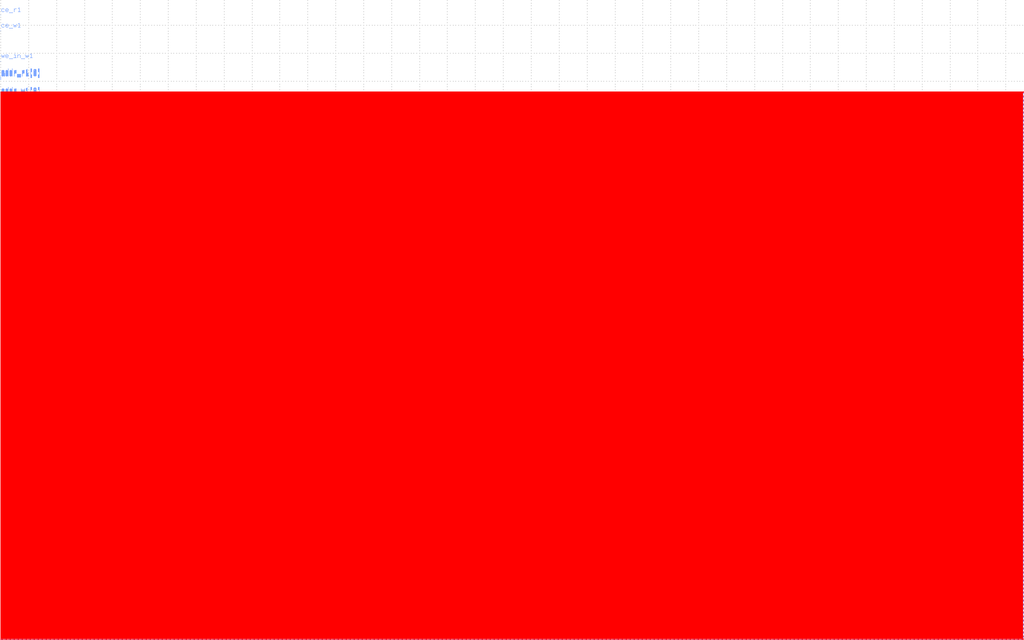
<source format=lef>
VERSION 5.7 ;
BUSBITCHARS "[]" ;
MACRO fakeram_512x1024_1r1w
  FOREIGN fakeram_512x1024_1r1w 0 0 ;
  SYMMETRY X Y R90 ;
  SIZE 1832.740 BY 981.400 ;
  CLASS BLOCK ;
  PIN w_mask_w1[0]
    DIRECTION INPUT ;
    USE SIGNAL ;
    SHAPE ABUTMENT ;
    PORT
      LAYER metal3 ;
      RECT 0.000 28.525 0.070 28.595 ;
    END
  END w_mask_w1[0]
  PIN w_mask_w1[1]
    DIRECTION INPUT ;
    USE SIGNAL ;
    SHAPE ABUTMENT ;
    PORT
      LAYER metal3 ;
      RECT 0.000 29.085 0.070 29.155 ;
    END
  END w_mask_w1[1]
  PIN w_mask_w1[2]
    DIRECTION INPUT ;
    USE SIGNAL ;
    SHAPE ABUTMENT ;
    PORT
      LAYER metal3 ;
      RECT 0.000 29.645 0.070 29.715 ;
    END
  END w_mask_w1[2]
  PIN w_mask_w1[3]
    DIRECTION INPUT ;
    USE SIGNAL ;
    SHAPE ABUTMENT ;
    PORT
      LAYER metal3 ;
      RECT 0.000 30.205 0.070 30.275 ;
    END
  END w_mask_w1[3]
  PIN w_mask_w1[4]
    DIRECTION INPUT ;
    USE SIGNAL ;
    SHAPE ABUTMENT ;
    PORT
      LAYER metal3 ;
      RECT 0.000 30.765 0.070 30.835 ;
    END
  END w_mask_w1[4]
  PIN w_mask_w1[5]
    DIRECTION INPUT ;
    USE SIGNAL ;
    SHAPE ABUTMENT ;
    PORT
      LAYER metal3 ;
      RECT 0.000 31.325 0.070 31.395 ;
    END
  END w_mask_w1[5]
  PIN w_mask_w1[6]
    DIRECTION INPUT ;
    USE SIGNAL ;
    SHAPE ABUTMENT ;
    PORT
      LAYER metal3 ;
      RECT 0.000 31.885 0.070 31.955 ;
    END
  END w_mask_w1[6]
  PIN w_mask_w1[7]
    DIRECTION INPUT ;
    USE SIGNAL ;
    SHAPE ABUTMENT ;
    PORT
      LAYER metal3 ;
      RECT 0.000 32.445 0.070 32.515 ;
    END
  END w_mask_w1[7]
  PIN w_mask_w1[8]
    DIRECTION INPUT ;
    USE SIGNAL ;
    SHAPE ABUTMENT ;
    PORT
      LAYER metal3 ;
      RECT 0.000 33.005 0.070 33.075 ;
    END
  END w_mask_w1[8]
  PIN w_mask_w1[9]
    DIRECTION INPUT ;
    USE SIGNAL ;
    SHAPE ABUTMENT ;
    PORT
      LAYER metal3 ;
      RECT 0.000 33.565 0.070 33.635 ;
    END
  END w_mask_w1[9]
  PIN w_mask_w1[10]
    DIRECTION INPUT ;
    USE SIGNAL ;
    SHAPE ABUTMENT ;
    PORT
      LAYER metal3 ;
      RECT 0.000 34.125 0.070 34.195 ;
    END
  END w_mask_w1[10]
  PIN w_mask_w1[11]
    DIRECTION INPUT ;
    USE SIGNAL ;
    SHAPE ABUTMENT ;
    PORT
      LAYER metal3 ;
      RECT 0.000 34.685 0.070 34.755 ;
    END
  END w_mask_w1[11]
  PIN w_mask_w1[12]
    DIRECTION INPUT ;
    USE SIGNAL ;
    SHAPE ABUTMENT ;
    PORT
      LAYER metal3 ;
      RECT 0.000 35.245 0.070 35.315 ;
    END
  END w_mask_w1[12]
  PIN w_mask_w1[13]
    DIRECTION INPUT ;
    USE SIGNAL ;
    SHAPE ABUTMENT ;
    PORT
      LAYER metal3 ;
      RECT 0.000 35.805 0.070 35.875 ;
    END
  END w_mask_w1[13]
  PIN w_mask_w1[14]
    DIRECTION INPUT ;
    USE SIGNAL ;
    SHAPE ABUTMENT ;
    PORT
      LAYER metal3 ;
      RECT 0.000 36.365 0.070 36.435 ;
    END
  END w_mask_w1[14]
  PIN w_mask_w1[15]
    DIRECTION INPUT ;
    USE SIGNAL ;
    SHAPE ABUTMENT ;
    PORT
      LAYER metal3 ;
      RECT 0.000 36.925 0.070 36.995 ;
    END
  END w_mask_w1[15]
  PIN w_mask_w1[16]
    DIRECTION INPUT ;
    USE SIGNAL ;
    SHAPE ABUTMENT ;
    PORT
      LAYER metal3 ;
      RECT 0.000 37.485 0.070 37.555 ;
    END
  END w_mask_w1[16]
  PIN w_mask_w1[17]
    DIRECTION INPUT ;
    USE SIGNAL ;
    SHAPE ABUTMENT ;
    PORT
      LAYER metal3 ;
      RECT 0.000 38.045 0.070 38.115 ;
    END
  END w_mask_w1[17]
  PIN w_mask_w1[18]
    DIRECTION INPUT ;
    USE SIGNAL ;
    SHAPE ABUTMENT ;
    PORT
      LAYER metal3 ;
      RECT 0.000 38.605 0.070 38.675 ;
    END
  END w_mask_w1[18]
  PIN w_mask_w1[19]
    DIRECTION INPUT ;
    USE SIGNAL ;
    SHAPE ABUTMENT ;
    PORT
      LAYER metal3 ;
      RECT 0.000 39.165 0.070 39.235 ;
    END
  END w_mask_w1[19]
  PIN w_mask_w1[20]
    DIRECTION INPUT ;
    USE SIGNAL ;
    SHAPE ABUTMENT ;
    PORT
      LAYER metal3 ;
      RECT 0.000 39.725 0.070 39.795 ;
    END
  END w_mask_w1[20]
  PIN w_mask_w1[21]
    DIRECTION INPUT ;
    USE SIGNAL ;
    SHAPE ABUTMENT ;
    PORT
      LAYER metal3 ;
      RECT 0.000 40.285 0.070 40.355 ;
    END
  END w_mask_w1[21]
  PIN w_mask_w1[22]
    DIRECTION INPUT ;
    USE SIGNAL ;
    SHAPE ABUTMENT ;
    PORT
      LAYER metal3 ;
      RECT 0.000 40.845 0.070 40.915 ;
    END
  END w_mask_w1[22]
  PIN w_mask_w1[23]
    DIRECTION INPUT ;
    USE SIGNAL ;
    SHAPE ABUTMENT ;
    PORT
      LAYER metal3 ;
      RECT 0.000 41.405 0.070 41.475 ;
    END
  END w_mask_w1[23]
  PIN w_mask_w1[24]
    DIRECTION INPUT ;
    USE SIGNAL ;
    SHAPE ABUTMENT ;
    PORT
      LAYER metal3 ;
      RECT 0.000 41.965 0.070 42.035 ;
    END
  END w_mask_w1[24]
  PIN w_mask_w1[25]
    DIRECTION INPUT ;
    USE SIGNAL ;
    SHAPE ABUTMENT ;
    PORT
      LAYER metal3 ;
      RECT 0.000 42.525 0.070 42.595 ;
    END
  END w_mask_w1[25]
  PIN w_mask_w1[26]
    DIRECTION INPUT ;
    USE SIGNAL ;
    SHAPE ABUTMENT ;
    PORT
      LAYER metal3 ;
      RECT 0.000 43.085 0.070 43.155 ;
    END
  END w_mask_w1[26]
  PIN w_mask_w1[27]
    DIRECTION INPUT ;
    USE SIGNAL ;
    SHAPE ABUTMENT ;
    PORT
      LAYER metal3 ;
      RECT 0.000 43.645 0.070 43.715 ;
    END
  END w_mask_w1[27]
  PIN w_mask_w1[28]
    DIRECTION INPUT ;
    USE SIGNAL ;
    SHAPE ABUTMENT ;
    PORT
      LAYER metal3 ;
      RECT 0.000 44.205 0.070 44.275 ;
    END
  END w_mask_w1[28]
  PIN w_mask_w1[29]
    DIRECTION INPUT ;
    USE SIGNAL ;
    SHAPE ABUTMENT ;
    PORT
      LAYER metal3 ;
      RECT 0.000 44.765 0.070 44.835 ;
    END
  END w_mask_w1[29]
  PIN w_mask_w1[30]
    DIRECTION INPUT ;
    USE SIGNAL ;
    SHAPE ABUTMENT ;
    PORT
      LAYER metal3 ;
      RECT 0.000 45.325 0.070 45.395 ;
    END
  END w_mask_w1[30]
  PIN w_mask_w1[31]
    DIRECTION INPUT ;
    USE SIGNAL ;
    SHAPE ABUTMENT ;
    PORT
      LAYER metal3 ;
      RECT 0.000 45.885 0.070 45.955 ;
    END
  END w_mask_w1[31]
  PIN w_mask_w1[32]
    DIRECTION INPUT ;
    USE SIGNAL ;
    SHAPE ABUTMENT ;
    PORT
      LAYER metal3 ;
      RECT 0.000 46.445 0.070 46.515 ;
    END
  END w_mask_w1[32]
  PIN w_mask_w1[33]
    DIRECTION INPUT ;
    USE SIGNAL ;
    SHAPE ABUTMENT ;
    PORT
      LAYER metal3 ;
      RECT 0.000 47.005 0.070 47.075 ;
    END
  END w_mask_w1[33]
  PIN w_mask_w1[34]
    DIRECTION INPUT ;
    USE SIGNAL ;
    SHAPE ABUTMENT ;
    PORT
      LAYER metal3 ;
      RECT 0.000 47.565 0.070 47.635 ;
    END
  END w_mask_w1[34]
  PIN w_mask_w1[35]
    DIRECTION INPUT ;
    USE SIGNAL ;
    SHAPE ABUTMENT ;
    PORT
      LAYER metal3 ;
      RECT 0.000 48.125 0.070 48.195 ;
    END
  END w_mask_w1[35]
  PIN w_mask_w1[36]
    DIRECTION INPUT ;
    USE SIGNAL ;
    SHAPE ABUTMENT ;
    PORT
      LAYER metal3 ;
      RECT 0.000 48.685 0.070 48.755 ;
    END
  END w_mask_w1[36]
  PIN w_mask_w1[37]
    DIRECTION INPUT ;
    USE SIGNAL ;
    SHAPE ABUTMENT ;
    PORT
      LAYER metal3 ;
      RECT 0.000 49.245 0.070 49.315 ;
    END
  END w_mask_w1[37]
  PIN w_mask_w1[38]
    DIRECTION INPUT ;
    USE SIGNAL ;
    SHAPE ABUTMENT ;
    PORT
      LAYER metal3 ;
      RECT 0.000 49.805 0.070 49.875 ;
    END
  END w_mask_w1[38]
  PIN w_mask_w1[39]
    DIRECTION INPUT ;
    USE SIGNAL ;
    SHAPE ABUTMENT ;
    PORT
      LAYER metal3 ;
      RECT 0.000 50.365 0.070 50.435 ;
    END
  END w_mask_w1[39]
  PIN w_mask_w1[40]
    DIRECTION INPUT ;
    USE SIGNAL ;
    SHAPE ABUTMENT ;
    PORT
      LAYER metal3 ;
      RECT 0.000 50.925 0.070 50.995 ;
    END
  END w_mask_w1[40]
  PIN w_mask_w1[41]
    DIRECTION INPUT ;
    USE SIGNAL ;
    SHAPE ABUTMENT ;
    PORT
      LAYER metal3 ;
      RECT 0.000 51.485 0.070 51.555 ;
    END
  END w_mask_w1[41]
  PIN w_mask_w1[42]
    DIRECTION INPUT ;
    USE SIGNAL ;
    SHAPE ABUTMENT ;
    PORT
      LAYER metal3 ;
      RECT 0.000 52.045 0.070 52.115 ;
    END
  END w_mask_w1[42]
  PIN w_mask_w1[43]
    DIRECTION INPUT ;
    USE SIGNAL ;
    SHAPE ABUTMENT ;
    PORT
      LAYER metal3 ;
      RECT 0.000 52.605 0.070 52.675 ;
    END
  END w_mask_w1[43]
  PIN w_mask_w1[44]
    DIRECTION INPUT ;
    USE SIGNAL ;
    SHAPE ABUTMENT ;
    PORT
      LAYER metal3 ;
      RECT 0.000 53.165 0.070 53.235 ;
    END
  END w_mask_w1[44]
  PIN w_mask_w1[45]
    DIRECTION INPUT ;
    USE SIGNAL ;
    SHAPE ABUTMENT ;
    PORT
      LAYER metal3 ;
      RECT 0.000 53.725 0.070 53.795 ;
    END
  END w_mask_w1[45]
  PIN w_mask_w1[46]
    DIRECTION INPUT ;
    USE SIGNAL ;
    SHAPE ABUTMENT ;
    PORT
      LAYER metal3 ;
      RECT 0.000 54.285 0.070 54.355 ;
    END
  END w_mask_w1[46]
  PIN w_mask_w1[47]
    DIRECTION INPUT ;
    USE SIGNAL ;
    SHAPE ABUTMENT ;
    PORT
      LAYER metal3 ;
      RECT 0.000 54.845 0.070 54.915 ;
    END
  END w_mask_w1[47]
  PIN w_mask_w1[48]
    DIRECTION INPUT ;
    USE SIGNAL ;
    SHAPE ABUTMENT ;
    PORT
      LAYER metal3 ;
      RECT 0.000 55.405 0.070 55.475 ;
    END
  END w_mask_w1[48]
  PIN w_mask_w1[49]
    DIRECTION INPUT ;
    USE SIGNAL ;
    SHAPE ABUTMENT ;
    PORT
      LAYER metal3 ;
      RECT 0.000 55.965 0.070 56.035 ;
    END
  END w_mask_w1[49]
  PIN w_mask_w1[50]
    DIRECTION INPUT ;
    USE SIGNAL ;
    SHAPE ABUTMENT ;
    PORT
      LAYER metal3 ;
      RECT 0.000 56.525 0.070 56.595 ;
    END
  END w_mask_w1[50]
  PIN w_mask_w1[51]
    DIRECTION INPUT ;
    USE SIGNAL ;
    SHAPE ABUTMENT ;
    PORT
      LAYER metal3 ;
      RECT 0.000 57.085 0.070 57.155 ;
    END
  END w_mask_w1[51]
  PIN w_mask_w1[52]
    DIRECTION INPUT ;
    USE SIGNAL ;
    SHAPE ABUTMENT ;
    PORT
      LAYER metal3 ;
      RECT 0.000 57.645 0.070 57.715 ;
    END
  END w_mask_w1[52]
  PIN w_mask_w1[53]
    DIRECTION INPUT ;
    USE SIGNAL ;
    SHAPE ABUTMENT ;
    PORT
      LAYER metal3 ;
      RECT 0.000 58.205 0.070 58.275 ;
    END
  END w_mask_w1[53]
  PIN w_mask_w1[54]
    DIRECTION INPUT ;
    USE SIGNAL ;
    SHAPE ABUTMENT ;
    PORT
      LAYER metal3 ;
      RECT 0.000 58.765 0.070 58.835 ;
    END
  END w_mask_w1[54]
  PIN w_mask_w1[55]
    DIRECTION INPUT ;
    USE SIGNAL ;
    SHAPE ABUTMENT ;
    PORT
      LAYER metal3 ;
      RECT 0.000 59.325 0.070 59.395 ;
    END
  END w_mask_w1[55]
  PIN w_mask_w1[56]
    DIRECTION INPUT ;
    USE SIGNAL ;
    SHAPE ABUTMENT ;
    PORT
      LAYER metal3 ;
      RECT 0.000 59.885 0.070 59.955 ;
    END
  END w_mask_w1[56]
  PIN w_mask_w1[57]
    DIRECTION INPUT ;
    USE SIGNAL ;
    SHAPE ABUTMENT ;
    PORT
      LAYER metal3 ;
      RECT 0.000 60.445 0.070 60.515 ;
    END
  END w_mask_w1[57]
  PIN w_mask_w1[58]
    DIRECTION INPUT ;
    USE SIGNAL ;
    SHAPE ABUTMENT ;
    PORT
      LAYER metal3 ;
      RECT 0.000 61.005 0.070 61.075 ;
    END
  END w_mask_w1[58]
  PIN w_mask_w1[59]
    DIRECTION INPUT ;
    USE SIGNAL ;
    SHAPE ABUTMENT ;
    PORT
      LAYER metal3 ;
      RECT 0.000 61.565 0.070 61.635 ;
    END
  END w_mask_w1[59]
  PIN w_mask_w1[60]
    DIRECTION INPUT ;
    USE SIGNAL ;
    SHAPE ABUTMENT ;
    PORT
      LAYER metal3 ;
      RECT 0.000 62.125 0.070 62.195 ;
    END
  END w_mask_w1[60]
  PIN w_mask_w1[61]
    DIRECTION INPUT ;
    USE SIGNAL ;
    SHAPE ABUTMENT ;
    PORT
      LAYER metal3 ;
      RECT 0.000 62.685 0.070 62.755 ;
    END
  END w_mask_w1[61]
  PIN w_mask_w1[62]
    DIRECTION INPUT ;
    USE SIGNAL ;
    SHAPE ABUTMENT ;
    PORT
      LAYER metal3 ;
      RECT 0.000 63.245 0.070 63.315 ;
    END
  END w_mask_w1[62]
  PIN w_mask_w1[63]
    DIRECTION INPUT ;
    USE SIGNAL ;
    SHAPE ABUTMENT ;
    PORT
      LAYER metal3 ;
      RECT 0.000 63.805 0.070 63.875 ;
    END
  END w_mask_w1[63]
  PIN w_mask_w1[64]
    DIRECTION INPUT ;
    USE SIGNAL ;
    SHAPE ABUTMENT ;
    PORT
      LAYER metal3 ;
      RECT 0.000 64.365 0.070 64.435 ;
    END
  END w_mask_w1[64]
  PIN w_mask_w1[65]
    DIRECTION INPUT ;
    USE SIGNAL ;
    SHAPE ABUTMENT ;
    PORT
      LAYER metal3 ;
      RECT 0.000 64.925 0.070 64.995 ;
    END
  END w_mask_w1[65]
  PIN w_mask_w1[66]
    DIRECTION INPUT ;
    USE SIGNAL ;
    SHAPE ABUTMENT ;
    PORT
      LAYER metal3 ;
      RECT 0.000 65.485 0.070 65.555 ;
    END
  END w_mask_w1[66]
  PIN w_mask_w1[67]
    DIRECTION INPUT ;
    USE SIGNAL ;
    SHAPE ABUTMENT ;
    PORT
      LAYER metal3 ;
      RECT 0.000 66.045 0.070 66.115 ;
    END
  END w_mask_w1[67]
  PIN w_mask_w1[68]
    DIRECTION INPUT ;
    USE SIGNAL ;
    SHAPE ABUTMENT ;
    PORT
      LAYER metal3 ;
      RECT 0.000 66.605 0.070 66.675 ;
    END
  END w_mask_w1[68]
  PIN w_mask_w1[69]
    DIRECTION INPUT ;
    USE SIGNAL ;
    SHAPE ABUTMENT ;
    PORT
      LAYER metal3 ;
      RECT 0.000 67.165 0.070 67.235 ;
    END
  END w_mask_w1[69]
  PIN w_mask_w1[70]
    DIRECTION INPUT ;
    USE SIGNAL ;
    SHAPE ABUTMENT ;
    PORT
      LAYER metal3 ;
      RECT 0.000 67.725 0.070 67.795 ;
    END
  END w_mask_w1[70]
  PIN w_mask_w1[71]
    DIRECTION INPUT ;
    USE SIGNAL ;
    SHAPE ABUTMENT ;
    PORT
      LAYER metal3 ;
      RECT 0.000 68.285 0.070 68.355 ;
    END
  END w_mask_w1[71]
  PIN w_mask_w1[72]
    DIRECTION INPUT ;
    USE SIGNAL ;
    SHAPE ABUTMENT ;
    PORT
      LAYER metal3 ;
      RECT 0.000 68.845 0.070 68.915 ;
    END
  END w_mask_w1[72]
  PIN w_mask_w1[73]
    DIRECTION INPUT ;
    USE SIGNAL ;
    SHAPE ABUTMENT ;
    PORT
      LAYER metal3 ;
      RECT 0.000 69.405 0.070 69.475 ;
    END
  END w_mask_w1[73]
  PIN w_mask_w1[74]
    DIRECTION INPUT ;
    USE SIGNAL ;
    SHAPE ABUTMENT ;
    PORT
      LAYER metal3 ;
      RECT 0.000 69.965 0.070 70.035 ;
    END
  END w_mask_w1[74]
  PIN w_mask_w1[75]
    DIRECTION INPUT ;
    USE SIGNAL ;
    SHAPE ABUTMENT ;
    PORT
      LAYER metal3 ;
      RECT 0.000 70.525 0.070 70.595 ;
    END
  END w_mask_w1[75]
  PIN w_mask_w1[76]
    DIRECTION INPUT ;
    USE SIGNAL ;
    SHAPE ABUTMENT ;
    PORT
      LAYER metal3 ;
      RECT 0.000 71.085 0.070 71.155 ;
    END
  END w_mask_w1[76]
  PIN w_mask_w1[77]
    DIRECTION INPUT ;
    USE SIGNAL ;
    SHAPE ABUTMENT ;
    PORT
      LAYER metal3 ;
      RECT 0.000 71.645 0.070 71.715 ;
    END
  END w_mask_w1[77]
  PIN w_mask_w1[78]
    DIRECTION INPUT ;
    USE SIGNAL ;
    SHAPE ABUTMENT ;
    PORT
      LAYER metal3 ;
      RECT 0.000 72.205 0.070 72.275 ;
    END
  END w_mask_w1[78]
  PIN w_mask_w1[79]
    DIRECTION INPUT ;
    USE SIGNAL ;
    SHAPE ABUTMENT ;
    PORT
      LAYER metal3 ;
      RECT 0.000 72.765 0.070 72.835 ;
    END
  END w_mask_w1[79]
  PIN w_mask_w1[80]
    DIRECTION INPUT ;
    USE SIGNAL ;
    SHAPE ABUTMENT ;
    PORT
      LAYER metal3 ;
      RECT 0.000 73.325 0.070 73.395 ;
    END
  END w_mask_w1[80]
  PIN w_mask_w1[81]
    DIRECTION INPUT ;
    USE SIGNAL ;
    SHAPE ABUTMENT ;
    PORT
      LAYER metal3 ;
      RECT 0.000 73.885 0.070 73.955 ;
    END
  END w_mask_w1[81]
  PIN w_mask_w1[82]
    DIRECTION INPUT ;
    USE SIGNAL ;
    SHAPE ABUTMENT ;
    PORT
      LAYER metal3 ;
      RECT 0.000 74.445 0.070 74.515 ;
    END
  END w_mask_w1[82]
  PIN w_mask_w1[83]
    DIRECTION INPUT ;
    USE SIGNAL ;
    SHAPE ABUTMENT ;
    PORT
      LAYER metal3 ;
      RECT 0.000 75.005 0.070 75.075 ;
    END
  END w_mask_w1[83]
  PIN w_mask_w1[84]
    DIRECTION INPUT ;
    USE SIGNAL ;
    SHAPE ABUTMENT ;
    PORT
      LAYER metal3 ;
      RECT 0.000 75.565 0.070 75.635 ;
    END
  END w_mask_w1[84]
  PIN w_mask_w1[85]
    DIRECTION INPUT ;
    USE SIGNAL ;
    SHAPE ABUTMENT ;
    PORT
      LAYER metal3 ;
      RECT 0.000 76.125 0.070 76.195 ;
    END
  END w_mask_w1[85]
  PIN w_mask_w1[86]
    DIRECTION INPUT ;
    USE SIGNAL ;
    SHAPE ABUTMENT ;
    PORT
      LAYER metal3 ;
      RECT 0.000 76.685 0.070 76.755 ;
    END
  END w_mask_w1[86]
  PIN w_mask_w1[87]
    DIRECTION INPUT ;
    USE SIGNAL ;
    SHAPE ABUTMENT ;
    PORT
      LAYER metal3 ;
      RECT 0.000 77.245 0.070 77.315 ;
    END
  END w_mask_w1[87]
  PIN w_mask_w1[88]
    DIRECTION INPUT ;
    USE SIGNAL ;
    SHAPE ABUTMENT ;
    PORT
      LAYER metal3 ;
      RECT 0.000 77.805 0.070 77.875 ;
    END
  END w_mask_w1[88]
  PIN w_mask_w1[89]
    DIRECTION INPUT ;
    USE SIGNAL ;
    SHAPE ABUTMENT ;
    PORT
      LAYER metal3 ;
      RECT 0.000 78.365 0.070 78.435 ;
    END
  END w_mask_w1[89]
  PIN w_mask_w1[90]
    DIRECTION INPUT ;
    USE SIGNAL ;
    SHAPE ABUTMENT ;
    PORT
      LAYER metal3 ;
      RECT 0.000 78.925 0.070 78.995 ;
    END
  END w_mask_w1[90]
  PIN w_mask_w1[91]
    DIRECTION INPUT ;
    USE SIGNAL ;
    SHAPE ABUTMENT ;
    PORT
      LAYER metal3 ;
      RECT 0.000 79.485 0.070 79.555 ;
    END
  END w_mask_w1[91]
  PIN w_mask_w1[92]
    DIRECTION INPUT ;
    USE SIGNAL ;
    SHAPE ABUTMENT ;
    PORT
      LAYER metal3 ;
      RECT 0.000 80.045 0.070 80.115 ;
    END
  END w_mask_w1[92]
  PIN w_mask_w1[93]
    DIRECTION INPUT ;
    USE SIGNAL ;
    SHAPE ABUTMENT ;
    PORT
      LAYER metal3 ;
      RECT 0.000 80.605 0.070 80.675 ;
    END
  END w_mask_w1[93]
  PIN w_mask_w1[94]
    DIRECTION INPUT ;
    USE SIGNAL ;
    SHAPE ABUTMENT ;
    PORT
      LAYER metal3 ;
      RECT 0.000 81.165 0.070 81.235 ;
    END
  END w_mask_w1[94]
  PIN w_mask_w1[95]
    DIRECTION INPUT ;
    USE SIGNAL ;
    SHAPE ABUTMENT ;
    PORT
      LAYER metal3 ;
      RECT 0.000 81.725 0.070 81.795 ;
    END
  END w_mask_w1[95]
  PIN w_mask_w1[96]
    DIRECTION INPUT ;
    USE SIGNAL ;
    SHAPE ABUTMENT ;
    PORT
      LAYER metal3 ;
      RECT 0.000 82.285 0.070 82.355 ;
    END
  END w_mask_w1[96]
  PIN w_mask_w1[97]
    DIRECTION INPUT ;
    USE SIGNAL ;
    SHAPE ABUTMENT ;
    PORT
      LAYER metal3 ;
      RECT 0.000 82.845 0.070 82.915 ;
    END
  END w_mask_w1[97]
  PIN w_mask_w1[98]
    DIRECTION INPUT ;
    USE SIGNAL ;
    SHAPE ABUTMENT ;
    PORT
      LAYER metal3 ;
      RECT 0.000 83.405 0.070 83.475 ;
    END
  END w_mask_w1[98]
  PIN w_mask_w1[99]
    DIRECTION INPUT ;
    USE SIGNAL ;
    SHAPE ABUTMENT ;
    PORT
      LAYER metal3 ;
      RECT 0.000 83.965 0.070 84.035 ;
    END
  END w_mask_w1[99]
  PIN w_mask_w1[100]
    DIRECTION INPUT ;
    USE SIGNAL ;
    SHAPE ABUTMENT ;
    PORT
      LAYER metal3 ;
      RECT 0.000 84.525 0.070 84.595 ;
    END
  END w_mask_w1[100]
  PIN w_mask_w1[101]
    DIRECTION INPUT ;
    USE SIGNAL ;
    SHAPE ABUTMENT ;
    PORT
      LAYER metal3 ;
      RECT 0.000 85.085 0.070 85.155 ;
    END
  END w_mask_w1[101]
  PIN w_mask_w1[102]
    DIRECTION INPUT ;
    USE SIGNAL ;
    SHAPE ABUTMENT ;
    PORT
      LAYER metal3 ;
      RECT 0.000 85.645 0.070 85.715 ;
    END
  END w_mask_w1[102]
  PIN w_mask_w1[103]
    DIRECTION INPUT ;
    USE SIGNAL ;
    SHAPE ABUTMENT ;
    PORT
      LAYER metal3 ;
      RECT 0.000 86.205 0.070 86.275 ;
    END
  END w_mask_w1[103]
  PIN w_mask_w1[104]
    DIRECTION INPUT ;
    USE SIGNAL ;
    SHAPE ABUTMENT ;
    PORT
      LAYER metal3 ;
      RECT 0.000 86.765 0.070 86.835 ;
    END
  END w_mask_w1[104]
  PIN w_mask_w1[105]
    DIRECTION INPUT ;
    USE SIGNAL ;
    SHAPE ABUTMENT ;
    PORT
      LAYER metal3 ;
      RECT 0.000 87.325 0.070 87.395 ;
    END
  END w_mask_w1[105]
  PIN w_mask_w1[106]
    DIRECTION INPUT ;
    USE SIGNAL ;
    SHAPE ABUTMENT ;
    PORT
      LAYER metal3 ;
      RECT 0.000 87.885 0.070 87.955 ;
    END
  END w_mask_w1[106]
  PIN w_mask_w1[107]
    DIRECTION INPUT ;
    USE SIGNAL ;
    SHAPE ABUTMENT ;
    PORT
      LAYER metal3 ;
      RECT 0.000 88.445 0.070 88.515 ;
    END
  END w_mask_w1[107]
  PIN w_mask_w1[108]
    DIRECTION INPUT ;
    USE SIGNAL ;
    SHAPE ABUTMENT ;
    PORT
      LAYER metal3 ;
      RECT 0.000 89.005 0.070 89.075 ;
    END
  END w_mask_w1[108]
  PIN w_mask_w1[109]
    DIRECTION INPUT ;
    USE SIGNAL ;
    SHAPE ABUTMENT ;
    PORT
      LAYER metal3 ;
      RECT 0.000 89.565 0.070 89.635 ;
    END
  END w_mask_w1[109]
  PIN w_mask_w1[110]
    DIRECTION INPUT ;
    USE SIGNAL ;
    SHAPE ABUTMENT ;
    PORT
      LAYER metal3 ;
      RECT 0.000 90.125 0.070 90.195 ;
    END
  END w_mask_w1[110]
  PIN w_mask_w1[111]
    DIRECTION INPUT ;
    USE SIGNAL ;
    SHAPE ABUTMENT ;
    PORT
      LAYER metal3 ;
      RECT 0.000 90.685 0.070 90.755 ;
    END
  END w_mask_w1[111]
  PIN w_mask_w1[112]
    DIRECTION INPUT ;
    USE SIGNAL ;
    SHAPE ABUTMENT ;
    PORT
      LAYER metal3 ;
      RECT 0.000 91.245 0.070 91.315 ;
    END
  END w_mask_w1[112]
  PIN w_mask_w1[113]
    DIRECTION INPUT ;
    USE SIGNAL ;
    SHAPE ABUTMENT ;
    PORT
      LAYER metal3 ;
      RECT 0.000 91.805 0.070 91.875 ;
    END
  END w_mask_w1[113]
  PIN w_mask_w1[114]
    DIRECTION INPUT ;
    USE SIGNAL ;
    SHAPE ABUTMENT ;
    PORT
      LAYER metal3 ;
      RECT 0.000 92.365 0.070 92.435 ;
    END
  END w_mask_w1[114]
  PIN w_mask_w1[115]
    DIRECTION INPUT ;
    USE SIGNAL ;
    SHAPE ABUTMENT ;
    PORT
      LAYER metal3 ;
      RECT 0.000 92.925 0.070 92.995 ;
    END
  END w_mask_w1[115]
  PIN w_mask_w1[116]
    DIRECTION INPUT ;
    USE SIGNAL ;
    SHAPE ABUTMENT ;
    PORT
      LAYER metal3 ;
      RECT 0.000 93.485 0.070 93.555 ;
    END
  END w_mask_w1[116]
  PIN w_mask_w1[117]
    DIRECTION INPUT ;
    USE SIGNAL ;
    SHAPE ABUTMENT ;
    PORT
      LAYER metal3 ;
      RECT 0.000 94.045 0.070 94.115 ;
    END
  END w_mask_w1[117]
  PIN w_mask_w1[118]
    DIRECTION INPUT ;
    USE SIGNAL ;
    SHAPE ABUTMENT ;
    PORT
      LAYER metal3 ;
      RECT 0.000 94.605 0.070 94.675 ;
    END
  END w_mask_w1[118]
  PIN w_mask_w1[119]
    DIRECTION INPUT ;
    USE SIGNAL ;
    SHAPE ABUTMENT ;
    PORT
      LAYER metal3 ;
      RECT 0.000 95.165 0.070 95.235 ;
    END
  END w_mask_w1[119]
  PIN w_mask_w1[120]
    DIRECTION INPUT ;
    USE SIGNAL ;
    SHAPE ABUTMENT ;
    PORT
      LAYER metal3 ;
      RECT 0.000 95.725 0.070 95.795 ;
    END
  END w_mask_w1[120]
  PIN w_mask_w1[121]
    DIRECTION INPUT ;
    USE SIGNAL ;
    SHAPE ABUTMENT ;
    PORT
      LAYER metal3 ;
      RECT 0.000 96.285 0.070 96.355 ;
    END
  END w_mask_w1[121]
  PIN w_mask_w1[122]
    DIRECTION INPUT ;
    USE SIGNAL ;
    SHAPE ABUTMENT ;
    PORT
      LAYER metal3 ;
      RECT 0.000 96.845 0.070 96.915 ;
    END
  END w_mask_w1[122]
  PIN w_mask_w1[123]
    DIRECTION INPUT ;
    USE SIGNAL ;
    SHAPE ABUTMENT ;
    PORT
      LAYER metal3 ;
      RECT 0.000 97.405 0.070 97.475 ;
    END
  END w_mask_w1[123]
  PIN w_mask_w1[124]
    DIRECTION INPUT ;
    USE SIGNAL ;
    SHAPE ABUTMENT ;
    PORT
      LAYER metal3 ;
      RECT 0.000 97.965 0.070 98.035 ;
    END
  END w_mask_w1[124]
  PIN w_mask_w1[125]
    DIRECTION INPUT ;
    USE SIGNAL ;
    SHAPE ABUTMENT ;
    PORT
      LAYER metal3 ;
      RECT 0.000 98.525 0.070 98.595 ;
    END
  END w_mask_w1[125]
  PIN w_mask_w1[126]
    DIRECTION INPUT ;
    USE SIGNAL ;
    SHAPE ABUTMENT ;
    PORT
      LAYER metal3 ;
      RECT 0.000 99.085 0.070 99.155 ;
    END
  END w_mask_w1[126]
  PIN w_mask_w1[127]
    DIRECTION INPUT ;
    USE SIGNAL ;
    SHAPE ABUTMENT ;
    PORT
      LAYER metal3 ;
      RECT 0.000 99.645 0.070 99.715 ;
    END
  END w_mask_w1[127]
  PIN w_mask_w1[128]
    DIRECTION INPUT ;
    USE SIGNAL ;
    SHAPE ABUTMENT ;
    PORT
      LAYER metal3 ;
      RECT 0.000 100.205 0.070 100.275 ;
    END
  END w_mask_w1[128]
  PIN w_mask_w1[129]
    DIRECTION INPUT ;
    USE SIGNAL ;
    SHAPE ABUTMENT ;
    PORT
      LAYER metal3 ;
      RECT 0.000 100.765 0.070 100.835 ;
    END
  END w_mask_w1[129]
  PIN w_mask_w1[130]
    DIRECTION INPUT ;
    USE SIGNAL ;
    SHAPE ABUTMENT ;
    PORT
      LAYER metal3 ;
      RECT 0.000 101.325 0.070 101.395 ;
    END
  END w_mask_w1[130]
  PIN w_mask_w1[131]
    DIRECTION INPUT ;
    USE SIGNAL ;
    SHAPE ABUTMENT ;
    PORT
      LAYER metal3 ;
      RECT 0.000 101.885 0.070 101.955 ;
    END
  END w_mask_w1[131]
  PIN w_mask_w1[132]
    DIRECTION INPUT ;
    USE SIGNAL ;
    SHAPE ABUTMENT ;
    PORT
      LAYER metal3 ;
      RECT 0.000 102.445 0.070 102.515 ;
    END
  END w_mask_w1[132]
  PIN w_mask_w1[133]
    DIRECTION INPUT ;
    USE SIGNAL ;
    SHAPE ABUTMENT ;
    PORT
      LAYER metal3 ;
      RECT 0.000 103.005 0.070 103.075 ;
    END
  END w_mask_w1[133]
  PIN w_mask_w1[134]
    DIRECTION INPUT ;
    USE SIGNAL ;
    SHAPE ABUTMENT ;
    PORT
      LAYER metal3 ;
      RECT 0.000 103.565 0.070 103.635 ;
    END
  END w_mask_w1[134]
  PIN w_mask_w1[135]
    DIRECTION INPUT ;
    USE SIGNAL ;
    SHAPE ABUTMENT ;
    PORT
      LAYER metal3 ;
      RECT 0.000 104.125 0.070 104.195 ;
    END
  END w_mask_w1[135]
  PIN w_mask_w1[136]
    DIRECTION INPUT ;
    USE SIGNAL ;
    SHAPE ABUTMENT ;
    PORT
      LAYER metal3 ;
      RECT 0.000 104.685 0.070 104.755 ;
    END
  END w_mask_w1[136]
  PIN w_mask_w1[137]
    DIRECTION INPUT ;
    USE SIGNAL ;
    SHAPE ABUTMENT ;
    PORT
      LAYER metal3 ;
      RECT 0.000 105.245 0.070 105.315 ;
    END
  END w_mask_w1[137]
  PIN w_mask_w1[138]
    DIRECTION INPUT ;
    USE SIGNAL ;
    SHAPE ABUTMENT ;
    PORT
      LAYER metal3 ;
      RECT 0.000 105.805 0.070 105.875 ;
    END
  END w_mask_w1[138]
  PIN w_mask_w1[139]
    DIRECTION INPUT ;
    USE SIGNAL ;
    SHAPE ABUTMENT ;
    PORT
      LAYER metal3 ;
      RECT 0.000 106.365 0.070 106.435 ;
    END
  END w_mask_w1[139]
  PIN w_mask_w1[140]
    DIRECTION INPUT ;
    USE SIGNAL ;
    SHAPE ABUTMENT ;
    PORT
      LAYER metal3 ;
      RECT 0.000 106.925 0.070 106.995 ;
    END
  END w_mask_w1[140]
  PIN w_mask_w1[141]
    DIRECTION INPUT ;
    USE SIGNAL ;
    SHAPE ABUTMENT ;
    PORT
      LAYER metal3 ;
      RECT 0.000 107.485 0.070 107.555 ;
    END
  END w_mask_w1[141]
  PIN w_mask_w1[142]
    DIRECTION INPUT ;
    USE SIGNAL ;
    SHAPE ABUTMENT ;
    PORT
      LAYER metal3 ;
      RECT 0.000 108.045 0.070 108.115 ;
    END
  END w_mask_w1[142]
  PIN w_mask_w1[143]
    DIRECTION INPUT ;
    USE SIGNAL ;
    SHAPE ABUTMENT ;
    PORT
      LAYER metal3 ;
      RECT 0.000 108.605 0.070 108.675 ;
    END
  END w_mask_w1[143]
  PIN w_mask_w1[144]
    DIRECTION INPUT ;
    USE SIGNAL ;
    SHAPE ABUTMENT ;
    PORT
      LAYER metal3 ;
      RECT 0.000 109.165 0.070 109.235 ;
    END
  END w_mask_w1[144]
  PIN w_mask_w1[145]
    DIRECTION INPUT ;
    USE SIGNAL ;
    SHAPE ABUTMENT ;
    PORT
      LAYER metal3 ;
      RECT 0.000 109.725 0.070 109.795 ;
    END
  END w_mask_w1[145]
  PIN w_mask_w1[146]
    DIRECTION INPUT ;
    USE SIGNAL ;
    SHAPE ABUTMENT ;
    PORT
      LAYER metal3 ;
      RECT 0.000 110.285 0.070 110.355 ;
    END
  END w_mask_w1[146]
  PIN w_mask_w1[147]
    DIRECTION INPUT ;
    USE SIGNAL ;
    SHAPE ABUTMENT ;
    PORT
      LAYER metal3 ;
      RECT 0.000 110.845 0.070 110.915 ;
    END
  END w_mask_w1[147]
  PIN w_mask_w1[148]
    DIRECTION INPUT ;
    USE SIGNAL ;
    SHAPE ABUTMENT ;
    PORT
      LAYER metal3 ;
      RECT 0.000 111.405 0.070 111.475 ;
    END
  END w_mask_w1[148]
  PIN w_mask_w1[149]
    DIRECTION INPUT ;
    USE SIGNAL ;
    SHAPE ABUTMENT ;
    PORT
      LAYER metal3 ;
      RECT 0.000 111.965 0.070 112.035 ;
    END
  END w_mask_w1[149]
  PIN w_mask_w1[150]
    DIRECTION INPUT ;
    USE SIGNAL ;
    SHAPE ABUTMENT ;
    PORT
      LAYER metal3 ;
      RECT 0.000 112.525 0.070 112.595 ;
    END
  END w_mask_w1[150]
  PIN w_mask_w1[151]
    DIRECTION INPUT ;
    USE SIGNAL ;
    SHAPE ABUTMENT ;
    PORT
      LAYER metal3 ;
      RECT 0.000 113.085 0.070 113.155 ;
    END
  END w_mask_w1[151]
  PIN w_mask_w1[152]
    DIRECTION INPUT ;
    USE SIGNAL ;
    SHAPE ABUTMENT ;
    PORT
      LAYER metal3 ;
      RECT 0.000 113.645 0.070 113.715 ;
    END
  END w_mask_w1[152]
  PIN w_mask_w1[153]
    DIRECTION INPUT ;
    USE SIGNAL ;
    SHAPE ABUTMENT ;
    PORT
      LAYER metal3 ;
      RECT 0.000 114.205 0.070 114.275 ;
    END
  END w_mask_w1[153]
  PIN w_mask_w1[154]
    DIRECTION INPUT ;
    USE SIGNAL ;
    SHAPE ABUTMENT ;
    PORT
      LAYER metal3 ;
      RECT 0.000 114.765 0.070 114.835 ;
    END
  END w_mask_w1[154]
  PIN w_mask_w1[155]
    DIRECTION INPUT ;
    USE SIGNAL ;
    SHAPE ABUTMENT ;
    PORT
      LAYER metal3 ;
      RECT 0.000 115.325 0.070 115.395 ;
    END
  END w_mask_w1[155]
  PIN w_mask_w1[156]
    DIRECTION INPUT ;
    USE SIGNAL ;
    SHAPE ABUTMENT ;
    PORT
      LAYER metal3 ;
      RECT 0.000 115.885 0.070 115.955 ;
    END
  END w_mask_w1[156]
  PIN w_mask_w1[157]
    DIRECTION INPUT ;
    USE SIGNAL ;
    SHAPE ABUTMENT ;
    PORT
      LAYER metal3 ;
      RECT 0.000 116.445 0.070 116.515 ;
    END
  END w_mask_w1[157]
  PIN w_mask_w1[158]
    DIRECTION INPUT ;
    USE SIGNAL ;
    SHAPE ABUTMENT ;
    PORT
      LAYER metal3 ;
      RECT 0.000 117.005 0.070 117.075 ;
    END
  END w_mask_w1[158]
  PIN w_mask_w1[159]
    DIRECTION INPUT ;
    USE SIGNAL ;
    SHAPE ABUTMENT ;
    PORT
      LAYER metal3 ;
      RECT 0.000 117.565 0.070 117.635 ;
    END
  END w_mask_w1[159]
  PIN w_mask_w1[160]
    DIRECTION INPUT ;
    USE SIGNAL ;
    SHAPE ABUTMENT ;
    PORT
      LAYER metal3 ;
      RECT 0.000 118.125 0.070 118.195 ;
    END
  END w_mask_w1[160]
  PIN w_mask_w1[161]
    DIRECTION INPUT ;
    USE SIGNAL ;
    SHAPE ABUTMENT ;
    PORT
      LAYER metal3 ;
      RECT 0.000 118.685 0.070 118.755 ;
    END
  END w_mask_w1[161]
  PIN w_mask_w1[162]
    DIRECTION INPUT ;
    USE SIGNAL ;
    SHAPE ABUTMENT ;
    PORT
      LAYER metal3 ;
      RECT 0.000 119.245 0.070 119.315 ;
    END
  END w_mask_w1[162]
  PIN w_mask_w1[163]
    DIRECTION INPUT ;
    USE SIGNAL ;
    SHAPE ABUTMENT ;
    PORT
      LAYER metal3 ;
      RECT 0.000 119.805 0.070 119.875 ;
    END
  END w_mask_w1[163]
  PIN w_mask_w1[164]
    DIRECTION INPUT ;
    USE SIGNAL ;
    SHAPE ABUTMENT ;
    PORT
      LAYER metal3 ;
      RECT 0.000 120.365 0.070 120.435 ;
    END
  END w_mask_w1[164]
  PIN w_mask_w1[165]
    DIRECTION INPUT ;
    USE SIGNAL ;
    SHAPE ABUTMENT ;
    PORT
      LAYER metal3 ;
      RECT 0.000 120.925 0.070 120.995 ;
    END
  END w_mask_w1[165]
  PIN w_mask_w1[166]
    DIRECTION INPUT ;
    USE SIGNAL ;
    SHAPE ABUTMENT ;
    PORT
      LAYER metal3 ;
      RECT 0.000 121.485 0.070 121.555 ;
    END
  END w_mask_w1[166]
  PIN w_mask_w1[167]
    DIRECTION INPUT ;
    USE SIGNAL ;
    SHAPE ABUTMENT ;
    PORT
      LAYER metal3 ;
      RECT 0.000 122.045 0.070 122.115 ;
    END
  END w_mask_w1[167]
  PIN w_mask_w1[168]
    DIRECTION INPUT ;
    USE SIGNAL ;
    SHAPE ABUTMENT ;
    PORT
      LAYER metal3 ;
      RECT 0.000 122.605 0.070 122.675 ;
    END
  END w_mask_w1[168]
  PIN w_mask_w1[169]
    DIRECTION INPUT ;
    USE SIGNAL ;
    SHAPE ABUTMENT ;
    PORT
      LAYER metal3 ;
      RECT 0.000 123.165 0.070 123.235 ;
    END
  END w_mask_w1[169]
  PIN w_mask_w1[170]
    DIRECTION INPUT ;
    USE SIGNAL ;
    SHAPE ABUTMENT ;
    PORT
      LAYER metal3 ;
      RECT 0.000 123.725 0.070 123.795 ;
    END
  END w_mask_w1[170]
  PIN w_mask_w1[171]
    DIRECTION INPUT ;
    USE SIGNAL ;
    SHAPE ABUTMENT ;
    PORT
      LAYER metal3 ;
      RECT 0.000 124.285 0.070 124.355 ;
    END
  END w_mask_w1[171]
  PIN w_mask_w1[172]
    DIRECTION INPUT ;
    USE SIGNAL ;
    SHAPE ABUTMENT ;
    PORT
      LAYER metal3 ;
      RECT 0.000 124.845 0.070 124.915 ;
    END
  END w_mask_w1[172]
  PIN w_mask_w1[173]
    DIRECTION INPUT ;
    USE SIGNAL ;
    SHAPE ABUTMENT ;
    PORT
      LAYER metal3 ;
      RECT 0.000 125.405 0.070 125.475 ;
    END
  END w_mask_w1[173]
  PIN w_mask_w1[174]
    DIRECTION INPUT ;
    USE SIGNAL ;
    SHAPE ABUTMENT ;
    PORT
      LAYER metal3 ;
      RECT 0.000 125.965 0.070 126.035 ;
    END
  END w_mask_w1[174]
  PIN w_mask_w1[175]
    DIRECTION INPUT ;
    USE SIGNAL ;
    SHAPE ABUTMENT ;
    PORT
      LAYER metal3 ;
      RECT 0.000 126.525 0.070 126.595 ;
    END
  END w_mask_w1[175]
  PIN w_mask_w1[176]
    DIRECTION INPUT ;
    USE SIGNAL ;
    SHAPE ABUTMENT ;
    PORT
      LAYER metal3 ;
      RECT 0.000 127.085 0.070 127.155 ;
    END
  END w_mask_w1[176]
  PIN w_mask_w1[177]
    DIRECTION INPUT ;
    USE SIGNAL ;
    SHAPE ABUTMENT ;
    PORT
      LAYER metal3 ;
      RECT 0.000 127.645 0.070 127.715 ;
    END
  END w_mask_w1[177]
  PIN w_mask_w1[178]
    DIRECTION INPUT ;
    USE SIGNAL ;
    SHAPE ABUTMENT ;
    PORT
      LAYER metal3 ;
      RECT 0.000 128.205 0.070 128.275 ;
    END
  END w_mask_w1[178]
  PIN w_mask_w1[179]
    DIRECTION INPUT ;
    USE SIGNAL ;
    SHAPE ABUTMENT ;
    PORT
      LAYER metal3 ;
      RECT 0.000 128.765 0.070 128.835 ;
    END
  END w_mask_w1[179]
  PIN w_mask_w1[180]
    DIRECTION INPUT ;
    USE SIGNAL ;
    SHAPE ABUTMENT ;
    PORT
      LAYER metal3 ;
      RECT 0.000 129.325 0.070 129.395 ;
    END
  END w_mask_w1[180]
  PIN w_mask_w1[181]
    DIRECTION INPUT ;
    USE SIGNAL ;
    SHAPE ABUTMENT ;
    PORT
      LAYER metal3 ;
      RECT 0.000 129.885 0.070 129.955 ;
    END
  END w_mask_w1[181]
  PIN w_mask_w1[182]
    DIRECTION INPUT ;
    USE SIGNAL ;
    SHAPE ABUTMENT ;
    PORT
      LAYER metal3 ;
      RECT 0.000 130.445 0.070 130.515 ;
    END
  END w_mask_w1[182]
  PIN w_mask_w1[183]
    DIRECTION INPUT ;
    USE SIGNAL ;
    SHAPE ABUTMENT ;
    PORT
      LAYER metal3 ;
      RECT 0.000 131.005 0.070 131.075 ;
    END
  END w_mask_w1[183]
  PIN w_mask_w1[184]
    DIRECTION INPUT ;
    USE SIGNAL ;
    SHAPE ABUTMENT ;
    PORT
      LAYER metal3 ;
      RECT 0.000 131.565 0.070 131.635 ;
    END
  END w_mask_w1[184]
  PIN w_mask_w1[185]
    DIRECTION INPUT ;
    USE SIGNAL ;
    SHAPE ABUTMENT ;
    PORT
      LAYER metal3 ;
      RECT 0.000 132.125 0.070 132.195 ;
    END
  END w_mask_w1[185]
  PIN w_mask_w1[186]
    DIRECTION INPUT ;
    USE SIGNAL ;
    SHAPE ABUTMENT ;
    PORT
      LAYER metal3 ;
      RECT 0.000 132.685 0.070 132.755 ;
    END
  END w_mask_w1[186]
  PIN w_mask_w1[187]
    DIRECTION INPUT ;
    USE SIGNAL ;
    SHAPE ABUTMENT ;
    PORT
      LAYER metal3 ;
      RECT 0.000 133.245 0.070 133.315 ;
    END
  END w_mask_w1[187]
  PIN w_mask_w1[188]
    DIRECTION INPUT ;
    USE SIGNAL ;
    SHAPE ABUTMENT ;
    PORT
      LAYER metal3 ;
      RECT 0.000 133.805 0.070 133.875 ;
    END
  END w_mask_w1[188]
  PIN w_mask_w1[189]
    DIRECTION INPUT ;
    USE SIGNAL ;
    SHAPE ABUTMENT ;
    PORT
      LAYER metal3 ;
      RECT 0.000 134.365 0.070 134.435 ;
    END
  END w_mask_w1[189]
  PIN w_mask_w1[190]
    DIRECTION INPUT ;
    USE SIGNAL ;
    SHAPE ABUTMENT ;
    PORT
      LAYER metal3 ;
      RECT 0.000 134.925 0.070 134.995 ;
    END
  END w_mask_w1[190]
  PIN w_mask_w1[191]
    DIRECTION INPUT ;
    USE SIGNAL ;
    SHAPE ABUTMENT ;
    PORT
      LAYER metal3 ;
      RECT 0.000 135.485 0.070 135.555 ;
    END
  END w_mask_w1[191]
  PIN w_mask_w1[192]
    DIRECTION INPUT ;
    USE SIGNAL ;
    SHAPE ABUTMENT ;
    PORT
      LAYER metal3 ;
      RECT 0.000 136.045 0.070 136.115 ;
    END
  END w_mask_w1[192]
  PIN w_mask_w1[193]
    DIRECTION INPUT ;
    USE SIGNAL ;
    SHAPE ABUTMENT ;
    PORT
      LAYER metal3 ;
      RECT 0.000 136.605 0.070 136.675 ;
    END
  END w_mask_w1[193]
  PIN w_mask_w1[194]
    DIRECTION INPUT ;
    USE SIGNAL ;
    SHAPE ABUTMENT ;
    PORT
      LAYER metal3 ;
      RECT 0.000 137.165 0.070 137.235 ;
    END
  END w_mask_w1[194]
  PIN w_mask_w1[195]
    DIRECTION INPUT ;
    USE SIGNAL ;
    SHAPE ABUTMENT ;
    PORT
      LAYER metal3 ;
      RECT 0.000 137.725 0.070 137.795 ;
    END
  END w_mask_w1[195]
  PIN w_mask_w1[196]
    DIRECTION INPUT ;
    USE SIGNAL ;
    SHAPE ABUTMENT ;
    PORT
      LAYER metal3 ;
      RECT 0.000 138.285 0.070 138.355 ;
    END
  END w_mask_w1[196]
  PIN w_mask_w1[197]
    DIRECTION INPUT ;
    USE SIGNAL ;
    SHAPE ABUTMENT ;
    PORT
      LAYER metal3 ;
      RECT 0.000 138.845 0.070 138.915 ;
    END
  END w_mask_w1[197]
  PIN w_mask_w1[198]
    DIRECTION INPUT ;
    USE SIGNAL ;
    SHAPE ABUTMENT ;
    PORT
      LAYER metal3 ;
      RECT 0.000 139.405 0.070 139.475 ;
    END
  END w_mask_w1[198]
  PIN w_mask_w1[199]
    DIRECTION INPUT ;
    USE SIGNAL ;
    SHAPE ABUTMENT ;
    PORT
      LAYER metal3 ;
      RECT 0.000 139.965 0.070 140.035 ;
    END
  END w_mask_w1[199]
  PIN w_mask_w1[200]
    DIRECTION INPUT ;
    USE SIGNAL ;
    SHAPE ABUTMENT ;
    PORT
      LAYER metal3 ;
      RECT 0.000 140.525 0.070 140.595 ;
    END
  END w_mask_w1[200]
  PIN w_mask_w1[201]
    DIRECTION INPUT ;
    USE SIGNAL ;
    SHAPE ABUTMENT ;
    PORT
      LAYER metal3 ;
      RECT 0.000 141.085 0.070 141.155 ;
    END
  END w_mask_w1[201]
  PIN w_mask_w1[202]
    DIRECTION INPUT ;
    USE SIGNAL ;
    SHAPE ABUTMENT ;
    PORT
      LAYER metal3 ;
      RECT 0.000 141.645 0.070 141.715 ;
    END
  END w_mask_w1[202]
  PIN w_mask_w1[203]
    DIRECTION INPUT ;
    USE SIGNAL ;
    SHAPE ABUTMENT ;
    PORT
      LAYER metal3 ;
      RECT 0.000 142.205 0.070 142.275 ;
    END
  END w_mask_w1[203]
  PIN w_mask_w1[204]
    DIRECTION INPUT ;
    USE SIGNAL ;
    SHAPE ABUTMENT ;
    PORT
      LAYER metal3 ;
      RECT 0.000 142.765 0.070 142.835 ;
    END
  END w_mask_w1[204]
  PIN w_mask_w1[205]
    DIRECTION INPUT ;
    USE SIGNAL ;
    SHAPE ABUTMENT ;
    PORT
      LAYER metal3 ;
      RECT 0.000 143.325 0.070 143.395 ;
    END
  END w_mask_w1[205]
  PIN w_mask_w1[206]
    DIRECTION INPUT ;
    USE SIGNAL ;
    SHAPE ABUTMENT ;
    PORT
      LAYER metal3 ;
      RECT 0.000 143.885 0.070 143.955 ;
    END
  END w_mask_w1[206]
  PIN w_mask_w1[207]
    DIRECTION INPUT ;
    USE SIGNAL ;
    SHAPE ABUTMENT ;
    PORT
      LAYER metal3 ;
      RECT 0.000 144.445 0.070 144.515 ;
    END
  END w_mask_w1[207]
  PIN w_mask_w1[208]
    DIRECTION INPUT ;
    USE SIGNAL ;
    SHAPE ABUTMENT ;
    PORT
      LAYER metal3 ;
      RECT 0.000 145.005 0.070 145.075 ;
    END
  END w_mask_w1[208]
  PIN w_mask_w1[209]
    DIRECTION INPUT ;
    USE SIGNAL ;
    SHAPE ABUTMENT ;
    PORT
      LAYER metal3 ;
      RECT 0.000 145.565 0.070 145.635 ;
    END
  END w_mask_w1[209]
  PIN w_mask_w1[210]
    DIRECTION INPUT ;
    USE SIGNAL ;
    SHAPE ABUTMENT ;
    PORT
      LAYER metal3 ;
      RECT 0.000 146.125 0.070 146.195 ;
    END
  END w_mask_w1[210]
  PIN w_mask_w1[211]
    DIRECTION INPUT ;
    USE SIGNAL ;
    SHAPE ABUTMENT ;
    PORT
      LAYER metal3 ;
      RECT 0.000 146.685 0.070 146.755 ;
    END
  END w_mask_w1[211]
  PIN w_mask_w1[212]
    DIRECTION INPUT ;
    USE SIGNAL ;
    SHAPE ABUTMENT ;
    PORT
      LAYER metal3 ;
      RECT 0.000 147.245 0.070 147.315 ;
    END
  END w_mask_w1[212]
  PIN w_mask_w1[213]
    DIRECTION INPUT ;
    USE SIGNAL ;
    SHAPE ABUTMENT ;
    PORT
      LAYER metal3 ;
      RECT 0.000 147.805 0.070 147.875 ;
    END
  END w_mask_w1[213]
  PIN w_mask_w1[214]
    DIRECTION INPUT ;
    USE SIGNAL ;
    SHAPE ABUTMENT ;
    PORT
      LAYER metal3 ;
      RECT 0.000 148.365 0.070 148.435 ;
    END
  END w_mask_w1[214]
  PIN w_mask_w1[215]
    DIRECTION INPUT ;
    USE SIGNAL ;
    SHAPE ABUTMENT ;
    PORT
      LAYER metal3 ;
      RECT 0.000 148.925 0.070 148.995 ;
    END
  END w_mask_w1[215]
  PIN w_mask_w1[216]
    DIRECTION INPUT ;
    USE SIGNAL ;
    SHAPE ABUTMENT ;
    PORT
      LAYER metal3 ;
      RECT 0.000 149.485 0.070 149.555 ;
    END
  END w_mask_w1[216]
  PIN w_mask_w1[217]
    DIRECTION INPUT ;
    USE SIGNAL ;
    SHAPE ABUTMENT ;
    PORT
      LAYER metal3 ;
      RECT 0.000 150.045 0.070 150.115 ;
    END
  END w_mask_w1[217]
  PIN w_mask_w1[218]
    DIRECTION INPUT ;
    USE SIGNAL ;
    SHAPE ABUTMENT ;
    PORT
      LAYER metal3 ;
      RECT 0.000 150.605 0.070 150.675 ;
    END
  END w_mask_w1[218]
  PIN w_mask_w1[219]
    DIRECTION INPUT ;
    USE SIGNAL ;
    SHAPE ABUTMENT ;
    PORT
      LAYER metal3 ;
      RECT 0.000 151.165 0.070 151.235 ;
    END
  END w_mask_w1[219]
  PIN w_mask_w1[220]
    DIRECTION INPUT ;
    USE SIGNAL ;
    SHAPE ABUTMENT ;
    PORT
      LAYER metal3 ;
      RECT 0.000 151.725 0.070 151.795 ;
    END
  END w_mask_w1[220]
  PIN w_mask_w1[221]
    DIRECTION INPUT ;
    USE SIGNAL ;
    SHAPE ABUTMENT ;
    PORT
      LAYER metal3 ;
      RECT 0.000 152.285 0.070 152.355 ;
    END
  END w_mask_w1[221]
  PIN w_mask_w1[222]
    DIRECTION INPUT ;
    USE SIGNAL ;
    SHAPE ABUTMENT ;
    PORT
      LAYER metal3 ;
      RECT 0.000 152.845 0.070 152.915 ;
    END
  END w_mask_w1[222]
  PIN w_mask_w1[223]
    DIRECTION INPUT ;
    USE SIGNAL ;
    SHAPE ABUTMENT ;
    PORT
      LAYER metal3 ;
      RECT 0.000 153.405 0.070 153.475 ;
    END
  END w_mask_w1[223]
  PIN w_mask_w1[224]
    DIRECTION INPUT ;
    USE SIGNAL ;
    SHAPE ABUTMENT ;
    PORT
      LAYER metal3 ;
      RECT 0.000 153.965 0.070 154.035 ;
    END
  END w_mask_w1[224]
  PIN w_mask_w1[225]
    DIRECTION INPUT ;
    USE SIGNAL ;
    SHAPE ABUTMENT ;
    PORT
      LAYER metal3 ;
      RECT 0.000 154.525 0.070 154.595 ;
    END
  END w_mask_w1[225]
  PIN w_mask_w1[226]
    DIRECTION INPUT ;
    USE SIGNAL ;
    SHAPE ABUTMENT ;
    PORT
      LAYER metal3 ;
      RECT 0.000 155.085 0.070 155.155 ;
    END
  END w_mask_w1[226]
  PIN w_mask_w1[227]
    DIRECTION INPUT ;
    USE SIGNAL ;
    SHAPE ABUTMENT ;
    PORT
      LAYER metal3 ;
      RECT 0.000 155.645 0.070 155.715 ;
    END
  END w_mask_w1[227]
  PIN w_mask_w1[228]
    DIRECTION INPUT ;
    USE SIGNAL ;
    SHAPE ABUTMENT ;
    PORT
      LAYER metal3 ;
      RECT 0.000 156.205 0.070 156.275 ;
    END
  END w_mask_w1[228]
  PIN w_mask_w1[229]
    DIRECTION INPUT ;
    USE SIGNAL ;
    SHAPE ABUTMENT ;
    PORT
      LAYER metal3 ;
      RECT 0.000 156.765 0.070 156.835 ;
    END
  END w_mask_w1[229]
  PIN w_mask_w1[230]
    DIRECTION INPUT ;
    USE SIGNAL ;
    SHAPE ABUTMENT ;
    PORT
      LAYER metal3 ;
      RECT 0.000 157.325 0.070 157.395 ;
    END
  END w_mask_w1[230]
  PIN w_mask_w1[231]
    DIRECTION INPUT ;
    USE SIGNAL ;
    SHAPE ABUTMENT ;
    PORT
      LAYER metal3 ;
      RECT 0.000 157.885 0.070 157.955 ;
    END
  END w_mask_w1[231]
  PIN w_mask_w1[232]
    DIRECTION INPUT ;
    USE SIGNAL ;
    SHAPE ABUTMENT ;
    PORT
      LAYER metal3 ;
      RECT 0.000 158.445 0.070 158.515 ;
    END
  END w_mask_w1[232]
  PIN w_mask_w1[233]
    DIRECTION INPUT ;
    USE SIGNAL ;
    SHAPE ABUTMENT ;
    PORT
      LAYER metal3 ;
      RECT 0.000 159.005 0.070 159.075 ;
    END
  END w_mask_w1[233]
  PIN w_mask_w1[234]
    DIRECTION INPUT ;
    USE SIGNAL ;
    SHAPE ABUTMENT ;
    PORT
      LAYER metal3 ;
      RECT 0.000 159.565 0.070 159.635 ;
    END
  END w_mask_w1[234]
  PIN w_mask_w1[235]
    DIRECTION INPUT ;
    USE SIGNAL ;
    SHAPE ABUTMENT ;
    PORT
      LAYER metal3 ;
      RECT 0.000 160.125 0.070 160.195 ;
    END
  END w_mask_w1[235]
  PIN w_mask_w1[236]
    DIRECTION INPUT ;
    USE SIGNAL ;
    SHAPE ABUTMENT ;
    PORT
      LAYER metal3 ;
      RECT 0.000 160.685 0.070 160.755 ;
    END
  END w_mask_w1[236]
  PIN w_mask_w1[237]
    DIRECTION INPUT ;
    USE SIGNAL ;
    SHAPE ABUTMENT ;
    PORT
      LAYER metal3 ;
      RECT 0.000 161.245 0.070 161.315 ;
    END
  END w_mask_w1[237]
  PIN w_mask_w1[238]
    DIRECTION INPUT ;
    USE SIGNAL ;
    SHAPE ABUTMENT ;
    PORT
      LAYER metal3 ;
      RECT 0.000 161.805 0.070 161.875 ;
    END
  END w_mask_w1[238]
  PIN w_mask_w1[239]
    DIRECTION INPUT ;
    USE SIGNAL ;
    SHAPE ABUTMENT ;
    PORT
      LAYER metal3 ;
      RECT 0.000 162.365 0.070 162.435 ;
    END
  END w_mask_w1[239]
  PIN w_mask_w1[240]
    DIRECTION INPUT ;
    USE SIGNAL ;
    SHAPE ABUTMENT ;
    PORT
      LAYER metal3 ;
      RECT 0.000 162.925 0.070 162.995 ;
    END
  END w_mask_w1[240]
  PIN w_mask_w1[241]
    DIRECTION INPUT ;
    USE SIGNAL ;
    SHAPE ABUTMENT ;
    PORT
      LAYER metal3 ;
      RECT 0.000 163.485 0.070 163.555 ;
    END
  END w_mask_w1[241]
  PIN w_mask_w1[242]
    DIRECTION INPUT ;
    USE SIGNAL ;
    SHAPE ABUTMENT ;
    PORT
      LAYER metal3 ;
      RECT 0.000 164.045 0.070 164.115 ;
    END
  END w_mask_w1[242]
  PIN w_mask_w1[243]
    DIRECTION INPUT ;
    USE SIGNAL ;
    SHAPE ABUTMENT ;
    PORT
      LAYER metal3 ;
      RECT 0.000 164.605 0.070 164.675 ;
    END
  END w_mask_w1[243]
  PIN w_mask_w1[244]
    DIRECTION INPUT ;
    USE SIGNAL ;
    SHAPE ABUTMENT ;
    PORT
      LAYER metal3 ;
      RECT 0.000 165.165 0.070 165.235 ;
    END
  END w_mask_w1[244]
  PIN w_mask_w1[245]
    DIRECTION INPUT ;
    USE SIGNAL ;
    SHAPE ABUTMENT ;
    PORT
      LAYER metal3 ;
      RECT 0.000 165.725 0.070 165.795 ;
    END
  END w_mask_w1[245]
  PIN w_mask_w1[246]
    DIRECTION INPUT ;
    USE SIGNAL ;
    SHAPE ABUTMENT ;
    PORT
      LAYER metal3 ;
      RECT 0.000 166.285 0.070 166.355 ;
    END
  END w_mask_w1[246]
  PIN w_mask_w1[247]
    DIRECTION INPUT ;
    USE SIGNAL ;
    SHAPE ABUTMENT ;
    PORT
      LAYER metal3 ;
      RECT 0.000 166.845 0.070 166.915 ;
    END
  END w_mask_w1[247]
  PIN w_mask_w1[248]
    DIRECTION INPUT ;
    USE SIGNAL ;
    SHAPE ABUTMENT ;
    PORT
      LAYER metal3 ;
      RECT 0.000 167.405 0.070 167.475 ;
    END
  END w_mask_w1[248]
  PIN w_mask_w1[249]
    DIRECTION INPUT ;
    USE SIGNAL ;
    SHAPE ABUTMENT ;
    PORT
      LAYER metal3 ;
      RECT 0.000 167.965 0.070 168.035 ;
    END
  END w_mask_w1[249]
  PIN w_mask_w1[250]
    DIRECTION INPUT ;
    USE SIGNAL ;
    SHAPE ABUTMENT ;
    PORT
      LAYER metal3 ;
      RECT 0.000 168.525 0.070 168.595 ;
    END
  END w_mask_w1[250]
  PIN w_mask_w1[251]
    DIRECTION INPUT ;
    USE SIGNAL ;
    SHAPE ABUTMENT ;
    PORT
      LAYER metal3 ;
      RECT 0.000 169.085 0.070 169.155 ;
    END
  END w_mask_w1[251]
  PIN w_mask_w1[252]
    DIRECTION INPUT ;
    USE SIGNAL ;
    SHAPE ABUTMENT ;
    PORT
      LAYER metal3 ;
      RECT 0.000 169.645 0.070 169.715 ;
    END
  END w_mask_w1[252]
  PIN w_mask_w1[253]
    DIRECTION INPUT ;
    USE SIGNAL ;
    SHAPE ABUTMENT ;
    PORT
      LAYER metal3 ;
      RECT 0.000 170.205 0.070 170.275 ;
    END
  END w_mask_w1[253]
  PIN w_mask_w1[254]
    DIRECTION INPUT ;
    USE SIGNAL ;
    SHAPE ABUTMENT ;
    PORT
      LAYER metal3 ;
      RECT 0.000 170.765 0.070 170.835 ;
    END
  END w_mask_w1[254]
  PIN w_mask_w1[255]
    DIRECTION INPUT ;
    USE SIGNAL ;
    SHAPE ABUTMENT ;
    PORT
      LAYER metal3 ;
      RECT 0.000 171.325 0.070 171.395 ;
    END
  END w_mask_w1[255]
  PIN w_mask_w1[256]
    DIRECTION INPUT ;
    USE SIGNAL ;
    SHAPE ABUTMENT ;
    PORT
      LAYER metal3 ;
      RECT 0.000 171.885 0.070 171.955 ;
    END
  END w_mask_w1[256]
  PIN w_mask_w1[257]
    DIRECTION INPUT ;
    USE SIGNAL ;
    SHAPE ABUTMENT ;
    PORT
      LAYER metal3 ;
      RECT 0.000 172.445 0.070 172.515 ;
    END
  END w_mask_w1[257]
  PIN w_mask_w1[258]
    DIRECTION INPUT ;
    USE SIGNAL ;
    SHAPE ABUTMENT ;
    PORT
      LAYER metal3 ;
      RECT 0.000 173.005 0.070 173.075 ;
    END
  END w_mask_w1[258]
  PIN w_mask_w1[259]
    DIRECTION INPUT ;
    USE SIGNAL ;
    SHAPE ABUTMENT ;
    PORT
      LAYER metal3 ;
      RECT 0.000 173.565 0.070 173.635 ;
    END
  END w_mask_w1[259]
  PIN w_mask_w1[260]
    DIRECTION INPUT ;
    USE SIGNAL ;
    SHAPE ABUTMENT ;
    PORT
      LAYER metal3 ;
      RECT 0.000 174.125 0.070 174.195 ;
    END
  END w_mask_w1[260]
  PIN w_mask_w1[261]
    DIRECTION INPUT ;
    USE SIGNAL ;
    SHAPE ABUTMENT ;
    PORT
      LAYER metal3 ;
      RECT 0.000 174.685 0.070 174.755 ;
    END
  END w_mask_w1[261]
  PIN w_mask_w1[262]
    DIRECTION INPUT ;
    USE SIGNAL ;
    SHAPE ABUTMENT ;
    PORT
      LAYER metal3 ;
      RECT 0.000 175.245 0.070 175.315 ;
    END
  END w_mask_w1[262]
  PIN w_mask_w1[263]
    DIRECTION INPUT ;
    USE SIGNAL ;
    SHAPE ABUTMENT ;
    PORT
      LAYER metal3 ;
      RECT 0.000 175.805 0.070 175.875 ;
    END
  END w_mask_w1[263]
  PIN w_mask_w1[264]
    DIRECTION INPUT ;
    USE SIGNAL ;
    SHAPE ABUTMENT ;
    PORT
      LAYER metal3 ;
      RECT 0.000 176.365 0.070 176.435 ;
    END
  END w_mask_w1[264]
  PIN w_mask_w1[265]
    DIRECTION INPUT ;
    USE SIGNAL ;
    SHAPE ABUTMENT ;
    PORT
      LAYER metal3 ;
      RECT 0.000 176.925 0.070 176.995 ;
    END
  END w_mask_w1[265]
  PIN w_mask_w1[266]
    DIRECTION INPUT ;
    USE SIGNAL ;
    SHAPE ABUTMENT ;
    PORT
      LAYER metal3 ;
      RECT 0.000 177.485 0.070 177.555 ;
    END
  END w_mask_w1[266]
  PIN w_mask_w1[267]
    DIRECTION INPUT ;
    USE SIGNAL ;
    SHAPE ABUTMENT ;
    PORT
      LAYER metal3 ;
      RECT 0.000 178.045 0.070 178.115 ;
    END
  END w_mask_w1[267]
  PIN w_mask_w1[268]
    DIRECTION INPUT ;
    USE SIGNAL ;
    SHAPE ABUTMENT ;
    PORT
      LAYER metal3 ;
      RECT 0.000 178.605 0.070 178.675 ;
    END
  END w_mask_w1[268]
  PIN w_mask_w1[269]
    DIRECTION INPUT ;
    USE SIGNAL ;
    SHAPE ABUTMENT ;
    PORT
      LAYER metal3 ;
      RECT 0.000 179.165 0.070 179.235 ;
    END
  END w_mask_w1[269]
  PIN w_mask_w1[270]
    DIRECTION INPUT ;
    USE SIGNAL ;
    SHAPE ABUTMENT ;
    PORT
      LAYER metal3 ;
      RECT 0.000 179.725 0.070 179.795 ;
    END
  END w_mask_w1[270]
  PIN w_mask_w1[271]
    DIRECTION INPUT ;
    USE SIGNAL ;
    SHAPE ABUTMENT ;
    PORT
      LAYER metal3 ;
      RECT 0.000 180.285 0.070 180.355 ;
    END
  END w_mask_w1[271]
  PIN w_mask_w1[272]
    DIRECTION INPUT ;
    USE SIGNAL ;
    SHAPE ABUTMENT ;
    PORT
      LAYER metal3 ;
      RECT 0.000 180.845 0.070 180.915 ;
    END
  END w_mask_w1[272]
  PIN w_mask_w1[273]
    DIRECTION INPUT ;
    USE SIGNAL ;
    SHAPE ABUTMENT ;
    PORT
      LAYER metal3 ;
      RECT 0.000 181.405 0.070 181.475 ;
    END
  END w_mask_w1[273]
  PIN w_mask_w1[274]
    DIRECTION INPUT ;
    USE SIGNAL ;
    SHAPE ABUTMENT ;
    PORT
      LAYER metal3 ;
      RECT 0.000 181.965 0.070 182.035 ;
    END
  END w_mask_w1[274]
  PIN w_mask_w1[275]
    DIRECTION INPUT ;
    USE SIGNAL ;
    SHAPE ABUTMENT ;
    PORT
      LAYER metal3 ;
      RECT 0.000 182.525 0.070 182.595 ;
    END
  END w_mask_w1[275]
  PIN w_mask_w1[276]
    DIRECTION INPUT ;
    USE SIGNAL ;
    SHAPE ABUTMENT ;
    PORT
      LAYER metal3 ;
      RECT 0.000 183.085 0.070 183.155 ;
    END
  END w_mask_w1[276]
  PIN w_mask_w1[277]
    DIRECTION INPUT ;
    USE SIGNAL ;
    SHAPE ABUTMENT ;
    PORT
      LAYER metal3 ;
      RECT 0.000 183.645 0.070 183.715 ;
    END
  END w_mask_w1[277]
  PIN w_mask_w1[278]
    DIRECTION INPUT ;
    USE SIGNAL ;
    SHAPE ABUTMENT ;
    PORT
      LAYER metal3 ;
      RECT 0.000 184.205 0.070 184.275 ;
    END
  END w_mask_w1[278]
  PIN w_mask_w1[279]
    DIRECTION INPUT ;
    USE SIGNAL ;
    SHAPE ABUTMENT ;
    PORT
      LAYER metal3 ;
      RECT 0.000 184.765 0.070 184.835 ;
    END
  END w_mask_w1[279]
  PIN w_mask_w1[280]
    DIRECTION INPUT ;
    USE SIGNAL ;
    SHAPE ABUTMENT ;
    PORT
      LAYER metal3 ;
      RECT 0.000 185.325 0.070 185.395 ;
    END
  END w_mask_w1[280]
  PIN w_mask_w1[281]
    DIRECTION INPUT ;
    USE SIGNAL ;
    SHAPE ABUTMENT ;
    PORT
      LAYER metal3 ;
      RECT 0.000 185.885 0.070 185.955 ;
    END
  END w_mask_w1[281]
  PIN w_mask_w1[282]
    DIRECTION INPUT ;
    USE SIGNAL ;
    SHAPE ABUTMENT ;
    PORT
      LAYER metal3 ;
      RECT 0.000 186.445 0.070 186.515 ;
    END
  END w_mask_w1[282]
  PIN w_mask_w1[283]
    DIRECTION INPUT ;
    USE SIGNAL ;
    SHAPE ABUTMENT ;
    PORT
      LAYER metal3 ;
      RECT 0.000 187.005 0.070 187.075 ;
    END
  END w_mask_w1[283]
  PIN w_mask_w1[284]
    DIRECTION INPUT ;
    USE SIGNAL ;
    SHAPE ABUTMENT ;
    PORT
      LAYER metal3 ;
      RECT 0.000 187.565 0.070 187.635 ;
    END
  END w_mask_w1[284]
  PIN w_mask_w1[285]
    DIRECTION INPUT ;
    USE SIGNAL ;
    SHAPE ABUTMENT ;
    PORT
      LAYER metal3 ;
      RECT 0.000 188.125 0.070 188.195 ;
    END
  END w_mask_w1[285]
  PIN w_mask_w1[286]
    DIRECTION INPUT ;
    USE SIGNAL ;
    SHAPE ABUTMENT ;
    PORT
      LAYER metal3 ;
      RECT 0.000 188.685 0.070 188.755 ;
    END
  END w_mask_w1[286]
  PIN w_mask_w1[287]
    DIRECTION INPUT ;
    USE SIGNAL ;
    SHAPE ABUTMENT ;
    PORT
      LAYER metal3 ;
      RECT 0.000 189.245 0.070 189.315 ;
    END
  END w_mask_w1[287]
  PIN w_mask_w1[288]
    DIRECTION INPUT ;
    USE SIGNAL ;
    SHAPE ABUTMENT ;
    PORT
      LAYER metal3 ;
      RECT 0.000 189.805 0.070 189.875 ;
    END
  END w_mask_w1[288]
  PIN w_mask_w1[289]
    DIRECTION INPUT ;
    USE SIGNAL ;
    SHAPE ABUTMENT ;
    PORT
      LAYER metal3 ;
      RECT 0.000 190.365 0.070 190.435 ;
    END
  END w_mask_w1[289]
  PIN w_mask_w1[290]
    DIRECTION INPUT ;
    USE SIGNAL ;
    SHAPE ABUTMENT ;
    PORT
      LAYER metal3 ;
      RECT 0.000 190.925 0.070 190.995 ;
    END
  END w_mask_w1[290]
  PIN w_mask_w1[291]
    DIRECTION INPUT ;
    USE SIGNAL ;
    SHAPE ABUTMENT ;
    PORT
      LAYER metal3 ;
      RECT 0.000 191.485 0.070 191.555 ;
    END
  END w_mask_w1[291]
  PIN w_mask_w1[292]
    DIRECTION INPUT ;
    USE SIGNAL ;
    SHAPE ABUTMENT ;
    PORT
      LAYER metal3 ;
      RECT 0.000 192.045 0.070 192.115 ;
    END
  END w_mask_w1[292]
  PIN w_mask_w1[293]
    DIRECTION INPUT ;
    USE SIGNAL ;
    SHAPE ABUTMENT ;
    PORT
      LAYER metal3 ;
      RECT 0.000 192.605 0.070 192.675 ;
    END
  END w_mask_w1[293]
  PIN w_mask_w1[294]
    DIRECTION INPUT ;
    USE SIGNAL ;
    SHAPE ABUTMENT ;
    PORT
      LAYER metal3 ;
      RECT 0.000 193.165 0.070 193.235 ;
    END
  END w_mask_w1[294]
  PIN w_mask_w1[295]
    DIRECTION INPUT ;
    USE SIGNAL ;
    SHAPE ABUTMENT ;
    PORT
      LAYER metal3 ;
      RECT 0.000 193.725 0.070 193.795 ;
    END
  END w_mask_w1[295]
  PIN w_mask_w1[296]
    DIRECTION INPUT ;
    USE SIGNAL ;
    SHAPE ABUTMENT ;
    PORT
      LAYER metal3 ;
      RECT 0.000 194.285 0.070 194.355 ;
    END
  END w_mask_w1[296]
  PIN w_mask_w1[297]
    DIRECTION INPUT ;
    USE SIGNAL ;
    SHAPE ABUTMENT ;
    PORT
      LAYER metal3 ;
      RECT 0.000 194.845 0.070 194.915 ;
    END
  END w_mask_w1[297]
  PIN w_mask_w1[298]
    DIRECTION INPUT ;
    USE SIGNAL ;
    SHAPE ABUTMENT ;
    PORT
      LAYER metal3 ;
      RECT 0.000 195.405 0.070 195.475 ;
    END
  END w_mask_w1[298]
  PIN w_mask_w1[299]
    DIRECTION INPUT ;
    USE SIGNAL ;
    SHAPE ABUTMENT ;
    PORT
      LAYER metal3 ;
      RECT 0.000 195.965 0.070 196.035 ;
    END
  END w_mask_w1[299]
  PIN w_mask_w1[300]
    DIRECTION INPUT ;
    USE SIGNAL ;
    SHAPE ABUTMENT ;
    PORT
      LAYER metal3 ;
      RECT 0.000 196.525 0.070 196.595 ;
    END
  END w_mask_w1[300]
  PIN w_mask_w1[301]
    DIRECTION INPUT ;
    USE SIGNAL ;
    SHAPE ABUTMENT ;
    PORT
      LAYER metal3 ;
      RECT 0.000 197.085 0.070 197.155 ;
    END
  END w_mask_w1[301]
  PIN w_mask_w1[302]
    DIRECTION INPUT ;
    USE SIGNAL ;
    SHAPE ABUTMENT ;
    PORT
      LAYER metal3 ;
      RECT 0.000 197.645 0.070 197.715 ;
    END
  END w_mask_w1[302]
  PIN w_mask_w1[303]
    DIRECTION INPUT ;
    USE SIGNAL ;
    SHAPE ABUTMENT ;
    PORT
      LAYER metal3 ;
      RECT 0.000 198.205 0.070 198.275 ;
    END
  END w_mask_w1[303]
  PIN w_mask_w1[304]
    DIRECTION INPUT ;
    USE SIGNAL ;
    SHAPE ABUTMENT ;
    PORT
      LAYER metal3 ;
      RECT 0.000 198.765 0.070 198.835 ;
    END
  END w_mask_w1[304]
  PIN w_mask_w1[305]
    DIRECTION INPUT ;
    USE SIGNAL ;
    SHAPE ABUTMENT ;
    PORT
      LAYER metal3 ;
      RECT 0.000 199.325 0.070 199.395 ;
    END
  END w_mask_w1[305]
  PIN w_mask_w1[306]
    DIRECTION INPUT ;
    USE SIGNAL ;
    SHAPE ABUTMENT ;
    PORT
      LAYER metal3 ;
      RECT 0.000 199.885 0.070 199.955 ;
    END
  END w_mask_w1[306]
  PIN w_mask_w1[307]
    DIRECTION INPUT ;
    USE SIGNAL ;
    SHAPE ABUTMENT ;
    PORT
      LAYER metal3 ;
      RECT 0.000 200.445 0.070 200.515 ;
    END
  END w_mask_w1[307]
  PIN w_mask_w1[308]
    DIRECTION INPUT ;
    USE SIGNAL ;
    SHAPE ABUTMENT ;
    PORT
      LAYER metal3 ;
      RECT 0.000 201.005 0.070 201.075 ;
    END
  END w_mask_w1[308]
  PIN w_mask_w1[309]
    DIRECTION INPUT ;
    USE SIGNAL ;
    SHAPE ABUTMENT ;
    PORT
      LAYER metal3 ;
      RECT 0.000 201.565 0.070 201.635 ;
    END
  END w_mask_w1[309]
  PIN w_mask_w1[310]
    DIRECTION INPUT ;
    USE SIGNAL ;
    SHAPE ABUTMENT ;
    PORT
      LAYER metal3 ;
      RECT 0.000 202.125 0.070 202.195 ;
    END
  END w_mask_w1[310]
  PIN w_mask_w1[311]
    DIRECTION INPUT ;
    USE SIGNAL ;
    SHAPE ABUTMENT ;
    PORT
      LAYER metal3 ;
      RECT 0.000 202.685 0.070 202.755 ;
    END
  END w_mask_w1[311]
  PIN w_mask_w1[312]
    DIRECTION INPUT ;
    USE SIGNAL ;
    SHAPE ABUTMENT ;
    PORT
      LAYER metal3 ;
      RECT 0.000 203.245 0.070 203.315 ;
    END
  END w_mask_w1[312]
  PIN w_mask_w1[313]
    DIRECTION INPUT ;
    USE SIGNAL ;
    SHAPE ABUTMENT ;
    PORT
      LAYER metal3 ;
      RECT 0.000 203.805 0.070 203.875 ;
    END
  END w_mask_w1[313]
  PIN w_mask_w1[314]
    DIRECTION INPUT ;
    USE SIGNAL ;
    SHAPE ABUTMENT ;
    PORT
      LAYER metal3 ;
      RECT 0.000 204.365 0.070 204.435 ;
    END
  END w_mask_w1[314]
  PIN w_mask_w1[315]
    DIRECTION INPUT ;
    USE SIGNAL ;
    SHAPE ABUTMENT ;
    PORT
      LAYER metal3 ;
      RECT 0.000 204.925 0.070 204.995 ;
    END
  END w_mask_w1[315]
  PIN w_mask_w1[316]
    DIRECTION INPUT ;
    USE SIGNAL ;
    SHAPE ABUTMENT ;
    PORT
      LAYER metal3 ;
      RECT 0.000 205.485 0.070 205.555 ;
    END
  END w_mask_w1[316]
  PIN w_mask_w1[317]
    DIRECTION INPUT ;
    USE SIGNAL ;
    SHAPE ABUTMENT ;
    PORT
      LAYER metal3 ;
      RECT 0.000 206.045 0.070 206.115 ;
    END
  END w_mask_w1[317]
  PIN w_mask_w1[318]
    DIRECTION INPUT ;
    USE SIGNAL ;
    SHAPE ABUTMENT ;
    PORT
      LAYER metal3 ;
      RECT 0.000 206.605 0.070 206.675 ;
    END
  END w_mask_w1[318]
  PIN w_mask_w1[319]
    DIRECTION INPUT ;
    USE SIGNAL ;
    SHAPE ABUTMENT ;
    PORT
      LAYER metal3 ;
      RECT 0.000 207.165 0.070 207.235 ;
    END
  END w_mask_w1[319]
  PIN w_mask_w1[320]
    DIRECTION INPUT ;
    USE SIGNAL ;
    SHAPE ABUTMENT ;
    PORT
      LAYER metal3 ;
      RECT 0.000 207.725 0.070 207.795 ;
    END
  END w_mask_w1[320]
  PIN w_mask_w1[321]
    DIRECTION INPUT ;
    USE SIGNAL ;
    SHAPE ABUTMENT ;
    PORT
      LAYER metal3 ;
      RECT 0.000 208.285 0.070 208.355 ;
    END
  END w_mask_w1[321]
  PIN w_mask_w1[322]
    DIRECTION INPUT ;
    USE SIGNAL ;
    SHAPE ABUTMENT ;
    PORT
      LAYER metal3 ;
      RECT 0.000 208.845 0.070 208.915 ;
    END
  END w_mask_w1[322]
  PIN w_mask_w1[323]
    DIRECTION INPUT ;
    USE SIGNAL ;
    SHAPE ABUTMENT ;
    PORT
      LAYER metal3 ;
      RECT 0.000 209.405 0.070 209.475 ;
    END
  END w_mask_w1[323]
  PIN w_mask_w1[324]
    DIRECTION INPUT ;
    USE SIGNAL ;
    SHAPE ABUTMENT ;
    PORT
      LAYER metal3 ;
      RECT 0.000 209.965 0.070 210.035 ;
    END
  END w_mask_w1[324]
  PIN w_mask_w1[325]
    DIRECTION INPUT ;
    USE SIGNAL ;
    SHAPE ABUTMENT ;
    PORT
      LAYER metal3 ;
      RECT 0.000 210.525 0.070 210.595 ;
    END
  END w_mask_w1[325]
  PIN w_mask_w1[326]
    DIRECTION INPUT ;
    USE SIGNAL ;
    SHAPE ABUTMENT ;
    PORT
      LAYER metal3 ;
      RECT 0.000 211.085 0.070 211.155 ;
    END
  END w_mask_w1[326]
  PIN w_mask_w1[327]
    DIRECTION INPUT ;
    USE SIGNAL ;
    SHAPE ABUTMENT ;
    PORT
      LAYER metal3 ;
      RECT 0.000 211.645 0.070 211.715 ;
    END
  END w_mask_w1[327]
  PIN w_mask_w1[328]
    DIRECTION INPUT ;
    USE SIGNAL ;
    SHAPE ABUTMENT ;
    PORT
      LAYER metal3 ;
      RECT 0.000 212.205 0.070 212.275 ;
    END
  END w_mask_w1[328]
  PIN w_mask_w1[329]
    DIRECTION INPUT ;
    USE SIGNAL ;
    SHAPE ABUTMENT ;
    PORT
      LAYER metal3 ;
      RECT 0.000 212.765 0.070 212.835 ;
    END
  END w_mask_w1[329]
  PIN w_mask_w1[330]
    DIRECTION INPUT ;
    USE SIGNAL ;
    SHAPE ABUTMENT ;
    PORT
      LAYER metal3 ;
      RECT 0.000 213.325 0.070 213.395 ;
    END
  END w_mask_w1[330]
  PIN w_mask_w1[331]
    DIRECTION INPUT ;
    USE SIGNAL ;
    SHAPE ABUTMENT ;
    PORT
      LAYER metal3 ;
      RECT 0.000 213.885 0.070 213.955 ;
    END
  END w_mask_w1[331]
  PIN w_mask_w1[332]
    DIRECTION INPUT ;
    USE SIGNAL ;
    SHAPE ABUTMENT ;
    PORT
      LAYER metal3 ;
      RECT 0.000 214.445 0.070 214.515 ;
    END
  END w_mask_w1[332]
  PIN w_mask_w1[333]
    DIRECTION INPUT ;
    USE SIGNAL ;
    SHAPE ABUTMENT ;
    PORT
      LAYER metal3 ;
      RECT 0.000 215.005 0.070 215.075 ;
    END
  END w_mask_w1[333]
  PIN w_mask_w1[334]
    DIRECTION INPUT ;
    USE SIGNAL ;
    SHAPE ABUTMENT ;
    PORT
      LAYER metal3 ;
      RECT 0.000 215.565 0.070 215.635 ;
    END
  END w_mask_w1[334]
  PIN w_mask_w1[335]
    DIRECTION INPUT ;
    USE SIGNAL ;
    SHAPE ABUTMENT ;
    PORT
      LAYER metal3 ;
      RECT 0.000 216.125 0.070 216.195 ;
    END
  END w_mask_w1[335]
  PIN w_mask_w1[336]
    DIRECTION INPUT ;
    USE SIGNAL ;
    SHAPE ABUTMENT ;
    PORT
      LAYER metal3 ;
      RECT 0.000 216.685 0.070 216.755 ;
    END
  END w_mask_w1[336]
  PIN w_mask_w1[337]
    DIRECTION INPUT ;
    USE SIGNAL ;
    SHAPE ABUTMENT ;
    PORT
      LAYER metal3 ;
      RECT 0.000 217.245 0.070 217.315 ;
    END
  END w_mask_w1[337]
  PIN w_mask_w1[338]
    DIRECTION INPUT ;
    USE SIGNAL ;
    SHAPE ABUTMENT ;
    PORT
      LAYER metal3 ;
      RECT 0.000 217.805 0.070 217.875 ;
    END
  END w_mask_w1[338]
  PIN w_mask_w1[339]
    DIRECTION INPUT ;
    USE SIGNAL ;
    SHAPE ABUTMENT ;
    PORT
      LAYER metal3 ;
      RECT 0.000 218.365 0.070 218.435 ;
    END
  END w_mask_w1[339]
  PIN w_mask_w1[340]
    DIRECTION INPUT ;
    USE SIGNAL ;
    SHAPE ABUTMENT ;
    PORT
      LAYER metal3 ;
      RECT 0.000 218.925 0.070 218.995 ;
    END
  END w_mask_w1[340]
  PIN w_mask_w1[341]
    DIRECTION INPUT ;
    USE SIGNAL ;
    SHAPE ABUTMENT ;
    PORT
      LAYER metal3 ;
      RECT 0.000 219.485 0.070 219.555 ;
    END
  END w_mask_w1[341]
  PIN w_mask_w1[342]
    DIRECTION INPUT ;
    USE SIGNAL ;
    SHAPE ABUTMENT ;
    PORT
      LAYER metal3 ;
      RECT 0.000 220.045 0.070 220.115 ;
    END
  END w_mask_w1[342]
  PIN w_mask_w1[343]
    DIRECTION INPUT ;
    USE SIGNAL ;
    SHAPE ABUTMENT ;
    PORT
      LAYER metal3 ;
      RECT 0.000 220.605 0.070 220.675 ;
    END
  END w_mask_w1[343]
  PIN w_mask_w1[344]
    DIRECTION INPUT ;
    USE SIGNAL ;
    SHAPE ABUTMENT ;
    PORT
      LAYER metal3 ;
      RECT 0.000 221.165 0.070 221.235 ;
    END
  END w_mask_w1[344]
  PIN w_mask_w1[345]
    DIRECTION INPUT ;
    USE SIGNAL ;
    SHAPE ABUTMENT ;
    PORT
      LAYER metal3 ;
      RECT 0.000 221.725 0.070 221.795 ;
    END
  END w_mask_w1[345]
  PIN w_mask_w1[346]
    DIRECTION INPUT ;
    USE SIGNAL ;
    SHAPE ABUTMENT ;
    PORT
      LAYER metal3 ;
      RECT 0.000 222.285 0.070 222.355 ;
    END
  END w_mask_w1[346]
  PIN w_mask_w1[347]
    DIRECTION INPUT ;
    USE SIGNAL ;
    SHAPE ABUTMENT ;
    PORT
      LAYER metal3 ;
      RECT 0.000 222.845 0.070 222.915 ;
    END
  END w_mask_w1[347]
  PIN w_mask_w1[348]
    DIRECTION INPUT ;
    USE SIGNAL ;
    SHAPE ABUTMENT ;
    PORT
      LAYER metal3 ;
      RECT 0.000 223.405 0.070 223.475 ;
    END
  END w_mask_w1[348]
  PIN w_mask_w1[349]
    DIRECTION INPUT ;
    USE SIGNAL ;
    SHAPE ABUTMENT ;
    PORT
      LAYER metal3 ;
      RECT 0.000 223.965 0.070 224.035 ;
    END
  END w_mask_w1[349]
  PIN w_mask_w1[350]
    DIRECTION INPUT ;
    USE SIGNAL ;
    SHAPE ABUTMENT ;
    PORT
      LAYER metal3 ;
      RECT 0.000 224.525 0.070 224.595 ;
    END
  END w_mask_w1[350]
  PIN w_mask_w1[351]
    DIRECTION INPUT ;
    USE SIGNAL ;
    SHAPE ABUTMENT ;
    PORT
      LAYER metal3 ;
      RECT 0.000 225.085 0.070 225.155 ;
    END
  END w_mask_w1[351]
  PIN w_mask_w1[352]
    DIRECTION INPUT ;
    USE SIGNAL ;
    SHAPE ABUTMENT ;
    PORT
      LAYER metal3 ;
      RECT 0.000 225.645 0.070 225.715 ;
    END
  END w_mask_w1[352]
  PIN w_mask_w1[353]
    DIRECTION INPUT ;
    USE SIGNAL ;
    SHAPE ABUTMENT ;
    PORT
      LAYER metal3 ;
      RECT 0.000 226.205 0.070 226.275 ;
    END
  END w_mask_w1[353]
  PIN w_mask_w1[354]
    DIRECTION INPUT ;
    USE SIGNAL ;
    SHAPE ABUTMENT ;
    PORT
      LAYER metal3 ;
      RECT 0.000 226.765 0.070 226.835 ;
    END
  END w_mask_w1[354]
  PIN w_mask_w1[355]
    DIRECTION INPUT ;
    USE SIGNAL ;
    SHAPE ABUTMENT ;
    PORT
      LAYER metal3 ;
      RECT 0.000 227.325 0.070 227.395 ;
    END
  END w_mask_w1[355]
  PIN w_mask_w1[356]
    DIRECTION INPUT ;
    USE SIGNAL ;
    SHAPE ABUTMENT ;
    PORT
      LAYER metal3 ;
      RECT 0.000 227.885 0.070 227.955 ;
    END
  END w_mask_w1[356]
  PIN w_mask_w1[357]
    DIRECTION INPUT ;
    USE SIGNAL ;
    SHAPE ABUTMENT ;
    PORT
      LAYER metal3 ;
      RECT 0.000 228.445 0.070 228.515 ;
    END
  END w_mask_w1[357]
  PIN w_mask_w1[358]
    DIRECTION INPUT ;
    USE SIGNAL ;
    SHAPE ABUTMENT ;
    PORT
      LAYER metal3 ;
      RECT 0.000 229.005 0.070 229.075 ;
    END
  END w_mask_w1[358]
  PIN w_mask_w1[359]
    DIRECTION INPUT ;
    USE SIGNAL ;
    SHAPE ABUTMENT ;
    PORT
      LAYER metal3 ;
      RECT 0.000 229.565 0.070 229.635 ;
    END
  END w_mask_w1[359]
  PIN w_mask_w1[360]
    DIRECTION INPUT ;
    USE SIGNAL ;
    SHAPE ABUTMENT ;
    PORT
      LAYER metal3 ;
      RECT 0.000 230.125 0.070 230.195 ;
    END
  END w_mask_w1[360]
  PIN w_mask_w1[361]
    DIRECTION INPUT ;
    USE SIGNAL ;
    SHAPE ABUTMENT ;
    PORT
      LAYER metal3 ;
      RECT 0.000 230.685 0.070 230.755 ;
    END
  END w_mask_w1[361]
  PIN w_mask_w1[362]
    DIRECTION INPUT ;
    USE SIGNAL ;
    SHAPE ABUTMENT ;
    PORT
      LAYER metal3 ;
      RECT 0.000 231.245 0.070 231.315 ;
    END
  END w_mask_w1[362]
  PIN w_mask_w1[363]
    DIRECTION INPUT ;
    USE SIGNAL ;
    SHAPE ABUTMENT ;
    PORT
      LAYER metal3 ;
      RECT 0.000 231.805 0.070 231.875 ;
    END
  END w_mask_w1[363]
  PIN w_mask_w1[364]
    DIRECTION INPUT ;
    USE SIGNAL ;
    SHAPE ABUTMENT ;
    PORT
      LAYER metal3 ;
      RECT 0.000 232.365 0.070 232.435 ;
    END
  END w_mask_w1[364]
  PIN w_mask_w1[365]
    DIRECTION INPUT ;
    USE SIGNAL ;
    SHAPE ABUTMENT ;
    PORT
      LAYER metal3 ;
      RECT 0.000 232.925 0.070 232.995 ;
    END
  END w_mask_w1[365]
  PIN w_mask_w1[366]
    DIRECTION INPUT ;
    USE SIGNAL ;
    SHAPE ABUTMENT ;
    PORT
      LAYER metal3 ;
      RECT 0.000 233.485 0.070 233.555 ;
    END
  END w_mask_w1[366]
  PIN w_mask_w1[367]
    DIRECTION INPUT ;
    USE SIGNAL ;
    SHAPE ABUTMENT ;
    PORT
      LAYER metal3 ;
      RECT 0.000 234.045 0.070 234.115 ;
    END
  END w_mask_w1[367]
  PIN w_mask_w1[368]
    DIRECTION INPUT ;
    USE SIGNAL ;
    SHAPE ABUTMENT ;
    PORT
      LAYER metal3 ;
      RECT 0.000 234.605 0.070 234.675 ;
    END
  END w_mask_w1[368]
  PIN w_mask_w1[369]
    DIRECTION INPUT ;
    USE SIGNAL ;
    SHAPE ABUTMENT ;
    PORT
      LAYER metal3 ;
      RECT 0.000 235.165 0.070 235.235 ;
    END
  END w_mask_w1[369]
  PIN w_mask_w1[370]
    DIRECTION INPUT ;
    USE SIGNAL ;
    SHAPE ABUTMENT ;
    PORT
      LAYER metal3 ;
      RECT 0.000 235.725 0.070 235.795 ;
    END
  END w_mask_w1[370]
  PIN w_mask_w1[371]
    DIRECTION INPUT ;
    USE SIGNAL ;
    SHAPE ABUTMENT ;
    PORT
      LAYER metal3 ;
      RECT 0.000 236.285 0.070 236.355 ;
    END
  END w_mask_w1[371]
  PIN w_mask_w1[372]
    DIRECTION INPUT ;
    USE SIGNAL ;
    SHAPE ABUTMENT ;
    PORT
      LAYER metal3 ;
      RECT 0.000 236.845 0.070 236.915 ;
    END
  END w_mask_w1[372]
  PIN w_mask_w1[373]
    DIRECTION INPUT ;
    USE SIGNAL ;
    SHAPE ABUTMENT ;
    PORT
      LAYER metal3 ;
      RECT 0.000 237.405 0.070 237.475 ;
    END
  END w_mask_w1[373]
  PIN w_mask_w1[374]
    DIRECTION INPUT ;
    USE SIGNAL ;
    SHAPE ABUTMENT ;
    PORT
      LAYER metal3 ;
      RECT 0.000 237.965 0.070 238.035 ;
    END
  END w_mask_w1[374]
  PIN w_mask_w1[375]
    DIRECTION INPUT ;
    USE SIGNAL ;
    SHAPE ABUTMENT ;
    PORT
      LAYER metal3 ;
      RECT 0.000 238.525 0.070 238.595 ;
    END
  END w_mask_w1[375]
  PIN w_mask_w1[376]
    DIRECTION INPUT ;
    USE SIGNAL ;
    SHAPE ABUTMENT ;
    PORT
      LAYER metal3 ;
      RECT 0.000 239.085 0.070 239.155 ;
    END
  END w_mask_w1[376]
  PIN w_mask_w1[377]
    DIRECTION INPUT ;
    USE SIGNAL ;
    SHAPE ABUTMENT ;
    PORT
      LAYER metal3 ;
      RECT 0.000 239.645 0.070 239.715 ;
    END
  END w_mask_w1[377]
  PIN w_mask_w1[378]
    DIRECTION INPUT ;
    USE SIGNAL ;
    SHAPE ABUTMENT ;
    PORT
      LAYER metal3 ;
      RECT 0.000 240.205 0.070 240.275 ;
    END
  END w_mask_w1[378]
  PIN w_mask_w1[379]
    DIRECTION INPUT ;
    USE SIGNAL ;
    SHAPE ABUTMENT ;
    PORT
      LAYER metal3 ;
      RECT 0.000 240.765 0.070 240.835 ;
    END
  END w_mask_w1[379]
  PIN w_mask_w1[380]
    DIRECTION INPUT ;
    USE SIGNAL ;
    SHAPE ABUTMENT ;
    PORT
      LAYER metal3 ;
      RECT 0.000 241.325 0.070 241.395 ;
    END
  END w_mask_w1[380]
  PIN w_mask_w1[381]
    DIRECTION INPUT ;
    USE SIGNAL ;
    SHAPE ABUTMENT ;
    PORT
      LAYER metal3 ;
      RECT 0.000 241.885 0.070 241.955 ;
    END
  END w_mask_w1[381]
  PIN w_mask_w1[382]
    DIRECTION INPUT ;
    USE SIGNAL ;
    SHAPE ABUTMENT ;
    PORT
      LAYER metal3 ;
      RECT 0.000 242.445 0.070 242.515 ;
    END
  END w_mask_w1[382]
  PIN w_mask_w1[383]
    DIRECTION INPUT ;
    USE SIGNAL ;
    SHAPE ABUTMENT ;
    PORT
      LAYER metal3 ;
      RECT 0.000 243.005 0.070 243.075 ;
    END
  END w_mask_w1[383]
  PIN w_mask_w1[384]
    DIRECTION INPUT ;
    USE SIGNAL ;
    SHAPE ABUTMENT ;
    PORT
      LAYER metal3 ;
      RECT 0.000 243.565 0.070 243.635 ;
    END
  END w_mask_w1[384]
  PIN w_mask_w1[385]
    DIRECTION INPUT ;
    USE SIGNAL ;
    SHAPE ABUTMENT ;
    PORT
      LAYER metal3 ;
      RECT 0.000 244.125 0.070 244.195 ;
    END
  END w_mask_w1[385]
  PIN w_mask_w1[386]
    DIRECTION INPUT ;
    USE SIGNAL ;
    SHAPE ABUTMENT ;
    PORT
      LAYER metal3 ;
      RECT 0.000 244.685 0.070 244.755 ;
    END
  END w_mask_w1[386]
  PIN w_mask_w1[387]
    DIRECTION INPUT ;
    USE SIGNAL ;
    SHAPE ABUTMENT ;
    PORT
      LAYER metal3 ;
      RECT 0.000 245.245 0.070 245.315 ;
    END
  END w_mask_w1[387]
  PIN w_mask_w1[388]
    DIRECTION INPUT ;
    USE SIGNAL ;
    SHAPE ABUTMENT ;
    PORT
      LAYER metal3 ;
      RECT 0.000 245.805 0.070 245.875 ;
    END
  END w_mask_w1[388]
  PIN w_mask_w1[389]
    DIRECTION INPUT ;
    USE SIGNAL ;
    SHAPE ABUTMENT ;
    PORT
      LAYER metal3 ;
      RECT 0.000 246.365 0.070 246.435 ;
    END
  END w_mask_w1[389]
  PIN w_mask_w1[390]
    DIRECTION INPUT ;
    USE SIGNAL ;
    SHAPE ABUTMENT ;
    PORT
      LAYER metal3 ;
      RECT 0.000 246.925 0.070 246.995 ;
    END
  END w_mask_w1[390]
  PIN w_mask_w1[391]
    DIRECTION INPUT ;
    USE SIGNAL ;
    SHAPE ABUTMENT ;
    PORT
      LAYER metal3 ;
      RECT 0.000 247.485 0.070 247.555 ;
    END
  END w_mask_w1[391]
  PIN w_mask_w1[392]
    DIRECTION INPUT ;
    USE SIGNAL ;
    SHAPE ABUTMENT ;
    PORT
      LAYER metal3 ;
      RECT 0.000 248.045 0.070 248.115 ;
    END
  END w_mask_w1[392]
  PIN w_mask_w1[393]
    DIRECTION INPUT ;
    USE SIGNAL ;
    SHAPE ABUTMENT ;
    PORT
      LAYER metal3 ;
      RECT 0.000 248.605 0.070 248.675 ;
    END
  END w_mask_w1[393]
  PIN w_mask_w1[394]
    DIRECTION INPUT ;
    USE SIGNAL ;
    SHAPE ABUTMENT ;
    PORT
      LAYER metal3 ;
      RECT 0.000 249.165 0.070 249.235 ;
    END
  END w_mask_w1[394]
  PIN w_mask_w1[395]
    DIRECTION INPUT ;
    USE SIGNAL ;
    SHAPE ABUTMENT ;
    PORT
      LAYER metal3 ;
      RECT 0.000 249.725 0.070 249.795 ;
    END
  END w_mask_w1[395]
  PIN w_mask_w1[396]
    DIRECTION INPUT ;
    USE SIGNAL ;
    SHAPE ABUTMENT ;
    PORT
      LAYER metal3 ;
      RECT 0.000 250.285 0.070 250.355 ;
    END
  END w_mask_w1[396]
  PIN w_mask_w1[397]
    DIRECTION INPUT ;
    USE SIGNAL ;
    SHAPE ABUTMENT ;
    PORT
      LAYER metal3 ;
      RECT 0.000 250.845 0.070 250.915 ;
    END
  END w_mask_w1[397]
  PIN w_mask_w1[398]
    DIRECTION INPUT ;
    USE SIGNAL ;
    SHAPE ABUTMENT ;
    PORT
      LAYER metal3 ;
      RECT 0.000 251.405 0.070 251.475 ;
    END
  END w_mask_w1[398]
  PIN w_mask_w1[399]
    DIRECTION INPUT ;
    USE SIGNAL ;
    SHAPE ABUTMENT ;
    PORT
      LAYER metal3 ;
      RECT 0.000 251.965 0.070 252.035 ;
    END
  END w_mask_w1[399]
  PIN w_mask_w1[400]
    DIRECTION INPUT ;
    USE SIGNAL ;
    SHAPE ABUTMENT ;
    PORT
      LAYER metal3 ;
      RECT 0.000 252.525 0.070 252.595 ;
    END
  END w_mask_w1[400]
  PIN w_mask_w1[401]
    DIRECTION INPUT ;
    USE SIGNAL ;
    SHAPE ABUTMENT ;
    PORT
      LAYER metal3 ;
      RECT 0.000 253.085 0.070 253.155 ;
    END
  END w_mask_w1[401]
  PIN w_mask_w1[402]
    DIRECTION INPUT ;
    USE SIGNAL ;
    SHAPE ABUTMENT ;
    PORT
      LAYER metal3 ;
      RECT 0.000 253.645 0.070 253.715 ;
    END
  END w_mask_w1[402]
  PIN w_mask_w1[403]
    DIRECTION INPUT ;
    USE SIGNAL ;
    SHAPE ABUTMENT ;
    PORT
      LAYER metal3 ;
      RECT 0.000 254.205 0.070 254.275 ;
    END
  END w_mask_w1[403]
  PIN w_mask_w1[404]
    DIRECTION INPUT ;
    USE SIGNAL ;
    SHAPE ABUTMENT ;
    PORT
      LAYER metal3 ;
      RECT 0.000 254.765 0.070 254.835 ;
    END
  END w_mask_w1[404]
  PIN w_mask_w1[405]
    DIRECTION INPUT ;
    USE SIGNAL ;
    SHAPE ABUTMENT ;
    PORT
      LAYER metal3 ;
      RECT 0.000 255.325 0.070 255.395 ;
    END
  END w_mask_w1[405]
  PIN w_mask_w1[406]
    DIRECTION INPUT ;
    USE SIGNAL ;
    SHAPE ABUTMENT ;
    PORT
      LAYER metal3 ;
      RECT 0.000 255.885 0.070 255.955 ;
    END
  END w_mask_w1[406]
  PIN w_mask_w1[407]
    DIRECTION INPUT ;
    USE SIGNAL ;
    SHAPE ABUTMENT ;
    PORT
      LAYER metal3 ;
      RECT 0.000 256.445 0.070 256.515 ;
    END
  END w_mask_w1[407]
  PIN w_mask_w1[408]
    DIRECTION INPUT ;
    USE SIGNAL ;
    SHAPE ABUTMENT ;
    PORT
      LAYER metal3 ;
      RECT 0.000 257.005 0.070 257.075 ;
    END
  END w_mask_w1[408]
  PIN w_mask_w1[409]
    DIRECTION INPUT ;
    USE SIGNAL ;
    SHAPE ABUTMENT ;
    PORT
      LAYER metal3 ;
      RECT 0.000 257.565 0.070 257.635 ;
    END
  END w_mask_w1[409]
  PIN w_mask_w1[410]
    DIRECTION INPUT ;
    USE SIGNAL ;
    SHAPE ABUTMENT ;
    PORT
      LAYER metal3 ;
      RECT 0.000 258.125 0.070 258.195 ;
    END
  END w_mask_w1[410]
  PIN w_mask_w1[411]
    DIRECTION INPUT ;
    USE SIGNAL ;
    SHAPE ABUTMENT ;
    PORT
      LAYER metal3 ;
      RECT 0.000 258.685 0.070 258.755 ;
    END
  END w_mask_w1[411]
  PIN w_mask_w1[412]
    DIRECTION INPUT ;
    USE SIGNAL ;
    SHAPE ABUTMENT ;
    PORT
      LAYER metal3 ;
      RECT 0.000 259.245 0.070 259.315 ;
    END
  END w_mask_w1[412]
  PIN w_mask_w1[413]
    DIRECTION INPUT ;
    USE SIGNAL ;
    SHAPE ABUTMENT ;
    PORT
      LAYER metal3 ;
      RECT 0.000 259.805 0.070 259.875 ;
    END
  END w_mask_w1[413]
  PIN w_mask_w1[414]
    DIRECTION INPUT ;
    USE SIGNAL ;
    SHAPE ABUTMENT ;
    PORT
      LAYER metal3 ;
      RECT 0.000 260.365 0.070 260.435 ;
    END
  END w_mask_w1[414]
  PIN w_mask_w1[415]
    DIRECTION INPUT ;
    USE SIGNAL ;
    SHAPE ABUTMENT ;
    PORT
      LAYER metal3 ;
      RECT 0.000 260.925 0.070 260.995 ;
    END
  END w_mask_w1[415]
  PIN w_mask_w1[416]
    DIRECTION INPUT ;
    USE SIGNAL ;
    SHAPE ABUTMENT ;
    PORT
      LAYER metal3 ;
      RECT 0.000 261.485 0.070 261.555 ;
    END
  END w_mask_w1[416]
  PIN w_mask_w1[417]
    DIRECTION INPUT ;
    USE SIGNAL ;
    SHAPE ABUTMENT ;
    PORT
      LAYER metal3 ;
      RECT 0.000 262.045 0.070 262.115 ;
    END
  END w_mask_w1[417]
  PIN w_mask_w1[418]
    DIRECTION INPUT ;
    USE SIGNAL ;
    SHAPE ABUTMENT ;
    PORT
      LAYER metal3 ;
      RECT 0.000 262.605 0.070 262.675 ;
    END
  END w_mask_w1[418]
  PIN w_mask_w1[419]
    DIRECTION INPUT ;
    USE SIGNAL ;
    SHAPE ABUTMENT ;
    PORT
      LAYER metal3 ;
      RECT 0.000 263.165 0.070 263.235 ;
    END
  END w_mask_w1[419]
  PIN w_mask_w1[420]
    DIRECTION INPUT ;
    USE SIGNAL ;
    SHAPE ABUTMENT ;
    PORT
      LAYER metal3 ;
      RECT 0.000 263.725 0.070 263.795 ;
    END
  END w_mask_w1[420]
  PIN w_mask_w1[421]
    DIRECTION INPUT ;
    USE SIGNAL ;
    SHAPE ABUTMENT ;
    PORT
      LAYER metal3 ;
      RECT 0.000 264.285 0.070 264.355 ;
    END
  END w_mask_w1[421]
  PIN w_mask_w1[422]
    DIRECTION INPUT ;
    USE SIGNAL ;
    SHAPE ABUTMENT ;
    PORT
      LAYER metal3 ;
      RECT 0.000 264.845 0.070 264.915 ;
    END
  END w_mask_w1[422]
  PIN w_mask_w1[423]
    DIRECTION INPUT ;
    USE SIGNAL ;
    SHAPE ABUTMENT ;
    PORT
      LAYER metal3 ;
      RECT 0.000 265.405 0.070 265.475 ;
    END
  END w_mask_w1[423]
  PIN w_mask_w1[424]
    DIRECTION INPUT ;
    USE SIGNAL ;
    SHAPE ABUTMENT ;
    PORT
      LAYER metal3 ;
      RECT 0.000 265.965 0.070 266.035 ;
    END
  END w_mask_w1[424]
  PIN w_mask_w1[425]
    DIRECTION INPUT ;
    USE SIGNAL ;
    SHAPE ABUTMENT ;
    PORT
      LAYER metal3 ;
      RECT 0.000 266.525 0.070 266.595 ;
    END
  END w_mask_w1[425]
  PIN w_mask_w1[426]
    DIRECTION INPUT ;
    USE SIGNAL ;
    SHAPE ABUTMENT ;
    PORT
      LAYER metal3 ;
      RECT 0.000 267.085 0.070 267.155 ;
    END
  END w_mask_w1[426]
  PIN w_mask_w1[427]
    DIRECTION INPUT ;
    USE SIGNAL ;
    SHAPE ABUTMENT ;
    PORT
      LAYER metal3 ;
      RECT 0.000 267.645 0.070 267.715 ;
    END
  END w_mask_w1[427]
  PIN w_mask_w1[428]
    DIRECTION INPUT ;
    USE SIGNAL ;
    SHAPE ABUTMENT ;
    PORT
      LAYER metal3 ;
      RECT 0.000 268.205 0.070 268.275 ;
    END
  END w_mask_w1[428]
  PIN w_mask_w1[429]
    DIRECTION INPUT ;
    USE SIGNAL ;
    SHAPE ABUTMENT ;
    PORT
      LAYER metal3 ;
      RECT 0.000 268.765 0.070 268.835 ;
    END
  END w_mask_w1[429]
  PIN w_mask_w1[430]
    DIRECTION INPUT ;
    USE SIGNAL ;
    SHAPE ABUTMENT ;
    PORT
      LAYER metal3 ;
      RECT 0.000 269.325 0.070 269.395 ;
    END
  END w_mask_w1[430]
  PIN w_mask_w1[431]
    DIRECTION INPUT ;
    USE SIGNAL ;
    SHAPE ABUTMENT ;
    PORT
      LAYER metal3 ;
      RECT 0.000 269.885 0.070 269.955 ;
    END
  END w_mask_w1[431]
  PIN w_mask_w1[432]
    DIRECTION INPUT ;
    USE SIGNAL ;
    SHAPE ABUTMENT ;
    PORT
      LAYER metal3 ;
      RECT 0.000 270.445 0.070 270.515 ;
    END
  END w_mask_w1[432]
  PIN w_mask_w1[433]
    DIRECTION INPUT ;
    USE SIGNAL ;
    SHAPE ABUTMENT ;
    PORT
      LAYER metal3 ;
      RECT 0.000 271.005 0.070 271.075 ;
    END
  END w_mask_w1[433]
  PIN w_mask_w1[434]
    DIRECTION INPUT ;
    USE SIGNAL ;
    SHAPE ABUTMENT ;
    PORT
      LAYER metal3 ;
      RECT 0.000 271.565 0.070 271.635 ;
    END
  END w_mask_w1[434]
  PIN w_mask_w1[435]
    DIRECTION INPUT ;
    USE SIGNAL ;
    SHAPE ABUTMENT ;
    PORT
      LAYER metal3 ;
      RECT 0.000 272.125 0.070 272.195 ;
    END
  END w_mask_w1[435]
  PIN w_mask_w1[436]
    DIRECTION INPUT ;
    USE SIGNAL ;
    SHAPE ABUTMENT ;
    PORT
      LAYER metal3 ;
      RECT 0.000 272.685 0.070 272.755 ;
    END
  END w_mask_w1[436]
  PIN w_mask_w1[437]
    DIRECTION INPUT ;
    USE SIGNAL ;
    SHAPE ABUTMENT ;
    PORT
      LAYER metal3 ;
      RECT 0.000 273.245 0.070 273.315 ;
    END
  END w_mask_w1[437]
  PIN w_mask_w1[438]
    DIRECTION INPUT ;
    USE SIGNAL ;
    SHAPE ABUTMENT ;
    PORT
      LAYER metal3 ;
      RECT 0.000 273.805 0.070 273.875 ;
    END
  END w_mask_w1[438]
  PIN w_mask_w1[439]
    DIRECTION INPUT ;
    USE SIGNAL ;
    SHAPE ABUTMENT ;
    PORT
      LAYER metal3 ;
      RECT 0.000 274.365 0.070 274.435 ;
    END
  END w_mask_w1[439]
  PIN w_mask_w1[440]
    DIRECTION INPUT ;
    USE SIGNAL ;
    SHAPE ABUTMENT ;
    PORT
      LAYER metal3 ;
      RECT 0.000 274.925 0.070 274.995 ;
    END
  END w_mask_w1[440]
  PIN w_mask_w1[441]
    DIRECTION INPUT ;
    USE SIGNAL ;
    SHAPE ABUTMENT ;
    PORT
      LAYER metal3 ;
      RECT 0.000 275.485 0.070 275.555 ;
    END
  END w_mask_w1[441]
  PIN w_mask_w1[442]
    DIRECTION INPUT ;
    USE SIGNAL ;
    SHAPE ABUTMENT ;
    PORT
      LAYER metal3 ;
      RECT 0.000 276.045 0.070 276.115 ;
    END
  END w_mask_w1[442]
  PIN w_mask_w1[443]
    DIRECTION INPUT ;
    USE SIGNAL ;
    SHAPE ABUTMENT ;
    PORT
      LAYER metal3 ;
      RECT 0.000 276.605 0.070 276.675 ;
    END
  END w_mask_w1[443]
  PIN w_mask_w1[444]
    DIRECTION INPUT ;
    USE SIGNAL ;
    SHAPE ABUTMENT ;
    PORT
      LAYER metal3 ;
      RECT 0.000 277.165 0.070 277.235 ;
    END
  END w_mask_w1[444]
  PIN w_mask_w1[445]
    DIRECTION INPUT ;
    USE SIGNAL ;
    SHAPE ABUTMENT ;
    PORT
      LAYER metal3 ;
      RECT 0.000 277.725 0.070 277.795 ;
    END
  END w_mask_w1[445]
  PIN w_mask_w1[446]
    DIRECTION INPUT ;
    USE SIGNAL ;
    SHAPE ABUTMENT ;
    PORT
      LAYER metal3 ;
      RECT 0.000 278.285 0.070 278.355 ;
    END
  END w_mask_w1[446]
  PIN w_mask_w1[447]
    DIRECTION INPUT ;
    USE SIGNAL ;
    SHAPE ABUTMENT ;
    PORT
      LAYER metal3 ;
      RECT 0.000 278.845 0.070 278.915 ;
    END
  END w_mask_w1[447]
  PIN w_mask_w1[448]
    DIRECTION INPUT ;
    USE SIGNAL ;
    SHAPE ABUTMENT ;
    PORT
      LAYER metal3 ;
      RECT 0.000 279.405 0.070 279.475 ;
    END
  END w_mask_w1[448]
  PIN w_mask_w1[449]
    DIRECTION INPUT ;
    USE SIGNAL ;
    SHAPE ABUTMENT ;
    PORT
      LAYER metal3 ;
      RECT 0.000 279.965 0.070 280.035 ;
    END
  END w_mask_w1[449]
  PIN w_mask_w1[450]
    DIRECTION INPUT ;
    USE SIGNAL ;
    SHAPE ABUTMENT ;
    PORT
      LAYER metal3 ;
      RECT 0.000 280.525 0.070 280.595 ;
    END
  END w_mask_w1[450]
  PIN w_mask_w1[451]
    DIRECTION INPUT ;
    USE SIGNAL ;
    SHAPE ABUTMENT ;
    PORT
      LAYER metal3 ;
      RECT 0.000 281.085 0.070 281.155 ;
    END
  END w_mask_w1[451]
  PIN w_mask_w1[452]
    DIRECTION INPUT ;
    USE SIGNAL ;
    SHAPE ABUTMENT ;
    PORT
      LAYER metal3 ;
      RECT 0.000 281.645 0.070 281.715 ;
    END
  END w_mask_w1[452]
  PIN w_mask_w1[453]
    DIRECTION INPUT ;
    USE SIGNAL ;
    SHAPE ABUTMENT ;
    PORT
      LAYER metal3 ;
      RECT 0.000 282.205 0.070 282.275 ;
    END
  END w_mask_w1[453]
  PIN w_mask_w1[454]
    DIRECTION INPUT ;
    USE SIGNAL ;
    SHAPE ABUTMENT ;
    PORT
      LAYER metal3 ;
      RECT 0.000 282.765 0.070 282.835 ;
    END
  END w_mask_w1[454]
  PIN w_mask_w1[455]
    DIRECTION INPUT ;
    USE SIGNAL ;
    SHAPE ABUTMENT ;
    PORT
      LAYER metal3 ;
      RECT 0.000 283.325 0.070 283.395 ;
    END
  END w_mask_w1[455]
  PIN w_mask_w1[456]
    DIRECTION INPUT ;
    USE SIGNAL ;
    SHAPE ABUTMENT ;
    PORT
      LAYER metal3 ;
      RECT 0.000 283.885 0.070 283.955 ;
    END
  END w_mask_w1[456]
  PIN w_mask_w1[457]
    DIRECTION INPUT ;
    USE SIGNAL ;
    SHAPE ABUTMENT ;
    PORT
      LAYER metal3 ;
      RECT 0.000 284.445 0.070 284.515 ;
    END
  END w_mask_w1[457]
  PIN w_mask_w1[458]
    DIRECTION INPUT ;
    USE SIGNAL ;
    SHAPE ABUTMENT ;
    PORT
      LAYER metal3 ;
      RECT 0.000 285.005 0.070 285.075 ;
    END
  END w_mask_w1[458]
  PIN w_mask_w1[459]
    DIRECTION INPUT ;
    USE SIGNAL ;
    SHAPE ABUTMENT ;
    PORT
      LAYER metal3 ;
      RECT 0.000 285.565 0.070 285.635 ;
    END
  END w_mask_w1[459]
  PIN w_mask_w1[460]
    DIRECTION INPUT ;
    USE SIGNAL ;
    SHAPE ABUTMENT ;
    PORT
      LAYER metal3 ;
      RECT 0.000 286.125 0.070 286.195 ;
    END
  END w_mask_w1[460]
  PIN w_mask_w1[461]
    DIRECTION INPUT ;
    USE SIGNAL ;
    SHAPE ABUTMENT ;
    PORT
      LAYER metal3 ;
      RECT 0.000 286.685 0.070 286.755 ;
    END
  END w_mask_w1[461]
  PIN w_mask_w1[462]
    DIRECTION INPUT ;
    USE SIGNAL ;
    SHAPE ABUTMENT ;
    PORT
      LAYER metal3 ;
      RECT 0.000 287.245 0.070 287.315 ;
    END
  END w_mask_w1[462]
  PIN w_mask_w1[463]
    DIRECTION INPUT ;
    USE SIGNAL ;
    SHAPE ABUTMENT ;
    PORT
      LAYER metal3 ;
      RECT 0.000 287.805 0.070 287.875 ;
    END
  END w_mask_w1[463]
  PIN w_mask_w1[464]
    DIRECTION INPUT ;
    USE SIGNAL ;
    SHAPE ABUTMENT ;
    PORT
      LAYER metal3 ;
      RECT 0.000 288.365 0.070 288.435 ;
    END
  END w_mask_w1[464]
  PIN w_mask_w1[465]
    DIRECTION INPUT ;
    USE SIGNAL ;
    SHAPE ABUTMENT ;
    PORT
      LAYER metal3 ;
      RECT 0.000 288.925 0.070 288.995 ;
    END
  END w_mask_w1[465]
  PIN w_mask_w1[466]
    DIRECTION INPUT ;
    USE SIGNAL ;
    SHAPE ABUTMENT ;
    PORT
      LAYER metal3 ;
      RECT 0.000 289.485 0.070 289.555 ;
    END
  END w_mask_w1[466]
  PIN w_mask_w1[467]
    DIRECTION INPUT ;
    USE SIGNAL ;
    SHAPE ABUTMENT ;
    PORT
      LAYER metal3 ;
      RECT 0.000 290.045 0.070 290.115 ;
    END
  END w_mask_w1[467]
  PIN w_mask_w1[468]
    DIRECTION INPUT ;
    USE SIGNAL ;
    SHAPE ABUTMENT ;
    PORT
      LAYER metal3 ;
      RECT 0.000 290.605 0.070 290.675 ;
    END
  END w_mask_w1[468]
  PIN w_mask_w1[469]
    DIRECTION INPUT ;
    USE SIGNAL ;
    SHAPE ABUTMENT ;
    PORT
      LAYER metal3 ;
      RECT 0.000 291.165 0.070 291.235 ;
    END
  END w_mask_w1[469]
  PIN w_mask_w1[470]
    DIRECTION INPUT ;
    USE SIGNAL ;
    SHAPE ABUTMENT ;
    PORT
      LAYER metal3 ;
      RECT 0.000 291.725 0.070 291.795 ;
    END
  END w_mask_w1[470]
  PIN w_mask_w1[471]
    DIRECTION INPUT ;
    USE SIGNAL ;
    SHAPE ABUTMENT ;
    PORT
      LAYER metal3 ;
      RECT 0.000 292.285 0.070 292.355 ;
    END
  END w_mask_w1[471]
  PIN w_mask_w1[472]
    DIRECTION INPUT ;
    USE SIGNAL ;
    SHAPE ABUTMENT ;
    PORT
      LAYER metal3 ;
      RECT 0.000 292.845 0.070 292.915 ;
    END
  END w_mask_w1[472]
  PIN w_mask_w1[473]
    DIRECTION INPUT ;
    USE SIGNAL ;
    SHAPE ABUTMENT ;
    PORT
      LAYER metal3 ;
      RECT 0.000 293.405 0.070 293.475 ;
    END
  END w_mask_w1[473]
  PIN w_mask_w1[474]
    DIRECTION INPUT ;
    USE SIGNAL ;
    SHAPE ABUTMENT ;
    PORT
      LAYER metal3 ;
      RECT 0.000 293.965 0.070 294.035 ;
    END
  END w_mask_w1[474]
  PIN w_mask_w1[475]
    DIRECTION INPUT ;
    USE SIGNAL ;
    SHAPE ABUTMENT ;
    PORT
      LAYER metal3 ;
      RECT 0.000 294.525 0.070 294.595 ;
    END
  END w_mask_w1[475]
  PIN w_mask_w1[476]
    DIRECTION INPUT ;
    USE SIGNAL ;
    SHAPE ABUTMENT ;
    PORT
      LAYER metal3 ;
      RECT 0.000 295.085 0.070 295.155 ;
    END
  END w_mask_w1[476]
  PIN w_mask_w1[477]
    DIRECTION INPUT ;
    USE SIGNAL ;
    SHAPE ABUTMENT ;
    PORT
      LAYER metal3 ;
      RECT 0.000 295.645 0.070 295.715 ;
    END
  END w_mask_w1[477]
  PIN w_mask_w1[478]
    DIRECTION INPUT ;
    USE SIGNAL ;
    SHAPE ABUTMENT ;
    PORT
      LAYER metal3 ;
      RECT 0.000 296.205 0.070 296.275 ;
    END
  END w_mask_w1[478]
  PIN w_mask_w1[479]
    DIRECTION INPUT ;
    USE SIGNAL ;
    SHAPE ABUTMENT ;
    PORT
      LAYER metal3 ;
      RECT 0.000 296.765 0.070 296.835 ;
    END
  END w_mask_w1[479]
  PIN w_mask_w1[480]
    DIRECTION INPUT ;
    USE SIGNAL ;
    SHAPE ABUTMENT ;
    PORT
      LAYER metal3 ;
      RECT 0.000 297.325 0.070 297.395 ;
    END
  END w_mask_w1[480]
  PIN w_mask_w1[481]
    DIRECTION INPUT ;
    USE SIGNAL ;
    SHAPE ABUTMENT ;
    PORT
      LAYER metal3 ;
      RECT 0.000 297.885 0.070 297.955 ;
    END
  END w_mask_w1[481]
  PIN w_mask_w1[482]
    DIRECTION INPUT ;
    USE SIGNAL ;
    SHAPE ABUTMENT ;
    PORT
      LAYER metal3 ;
      RECT 0.000 298.445 0.070 298.515 ;
    END
  END w_mask_w1[482]
  PIN w_mask_w1[483]
    DIRECTION INPUT ;
    USE SIGNAL ;
    SHAPE ABUTMENT ;
    PORT
      LAYER metal3 ;
      RECT 0.000 299.005 0.070 299.075 ;
    END
  END w_mask_w1[483]
  PIN w_mask_w1[484]
    DIRECTION INPUT ;
    USE SIGNAL ;
    SHAPE ABUTMENT ;
    PORT
      LAYER metal3 ;
      RECT 0.000 299.565 0.070 299.635 ;
    END
  END w_mask_w1[484]
  PIN w_mask_w1[485]
    DIRECTION INPUT ;
    USE SIGNAL ;
    SHAPE ABUTMENT ;
    PORT
      LAYER metal3 ;
      RECT 0.000 300.125 0.070 300.195 ;
    END
  END w_mask_w1[485]
  PIN w_mask_w1[486]
    DIRECTION INPUT ;
    USE SIGNAL ;
    SHAPE ABUTMENT ;
    PORT
      LAYER metal3 ;
      RECT 0.000 300.685 0.070 300.755 ;
    END
  END w_mask_w1[486]
  PIN w_mask_w1[487]
    DIRECTION INPUT ;
    USE SIGNAL ;
    SHAPE ABUTMENT ;
    PORT
      LAYER metal3 ;
      RECT 0.000 301.245 0.070 301.315 ;
    END
  END w_mask_w1[487]
  PIN w_mask_w1[488]
    DIRECTION INPUT ;
    USE SIGNAL ;
    SHAPE ABUTMENT ;
    PORT
      LAYER metal3 ;
      RECT 0.000 301.805 0.070 301.875 ;
    END
  END w_mask_w1[488]
  PIN w_mask_w1[489]
    DIRECTION INPUT ;
    USE SIGNAL ;
    SHAPE ABUTMENT ;
    PORT
      LAYER metal3 ;
      RECT 0.000 302.365 0.070 302.435 ;
    END
  END w_mask_w1[489]
  PIN w_mask_w1[490]
    DIRECTION INPUT ;
    USE SIGNAL ;
    SHAPE ABUTMENT ;
    PORT
      LAYER metal3 ;
      RECT 0.000 302.925 0.070 302.995 ;
    END
  END w_mask_w1[490]
  PIN w_mask_w1[491]
    DIRECTION INPUT ;
    USE SIGNAL ;
    SHAPE ABUTMENT ;
    PORT
      LAYER metal3 ;
      RECT 0.000 303.485 0.070 303.555 ;
    END
  END w_mask_w1[491]
  PIN w_mask_w1[492]
    DIRECTION INPUT ;
    USE SIGNAL ;
    SHAPE ABUTMENT ;
    PORT
      LAYER metal3 ;
      RECT 0.000 304.045 0.070 304.115 ;
    END
  END w_mask_w1[492]
  PIN w_mask_w1[493]
    DIRECTION INPUT ;
    USE SIGNAL ;
    SHAPE ABUTMENT ;
    PORT
      LAYER metal3 ;
      RECT 0.000 304.605 0.070 304.675 ;
    END
  END w_mask_w1[493]
  PIN w_mask_w1[494]
    DIRECTION INPUT ;
    USE SIGNAL ;
    SHAPE ABUTMENT ;
    PORT
      LAYER metal3 ;
      RECT 0.000 305.165 0.070 305.235 ;
    END
  END w_mask_w1[494]
  PIN w_mask_w1[495]
    DIRECTION INPUT ;
    USE SIGNAL ;
    SHAPE ABUTMENT ;
    PORT
      LAYER metal3 ;
      RECT 0.000 305.725 0.070 305.795 ;
    END
  END w_mask_w1[495]
  PIN w_mask_w1[496]
    DIRECTION INPUT ;
    USE SIGNAL ;
    SHAPE ABUTMENT ;
    PORT
      LAYER metal3 ;
      RECT 0.000 306.285 0.070 306.355 ;
    END
  END w_mask_w1[496]
  PIN w_mask_w1[497]
    DIRECTION INPUT ;
    USE SIGNAL ;
    SHAPE ABUTMENT ;
    PORT
      LAYER metal3 ;
      RECT 0.000 306.845 0.070 306.915 ;
    END
  END w_mask_w1[497]
  PIN w_mask_w1[498]
    DIRECTION INPUT ;
    USE SIGNAL ;
    SHAPE ABUTMENT ;
    PORT
      LAYER metal3 ;
      RECT 0.000 307.405 0.070 307.475 ;
    END
  END w_mask_w1[498]
  PIN w_mask_w1[499]
    DIRECTION INPUT ;
    USE SIGNAL ;
    SHAPE ABUTMENT ;
    PORT
      LAYER metal3 ;
      RECT 0.000 307.965 0.070 308.035 ;
    END
  END w_mask_w1[499]
  PIN w_mask_w1[500]
    DIRECTION INPUT ;
    USE SIGNAL ;
    SHAPE ABUTMENT ;
    PORT
      LAYER metal3 ;
      RECT 0.000 308.525 0.070 308.595 ;
    END
  END w_mask_w1[500]
  PIN w_mask_w1[501]
    DIRECTION INPUT ;
    USE SIGNAL ;
    SHAPE ABUTMENT ;
    PORT
      LAYER metal3 ;
      RECT 0.000 309.085 0.070 309.155 ;
    END
  END w_mask_w1[501]
  PIN w_mask_w1[502]
    DIRECTION INPUT ;
    USE SIGNAL ;
    SHAPE ABUTMENT ;
    PORT
      LAYER metal3 ;
      RECT 0.000 309.645 0.070 309.715 ;
    END
  END w_mask_w1[502]
  PIN w_mask_w1[503]
    DIRECTION INPUT ;
    USE SIGNAL ;
    SHAPE ABUTMENT ;
    PORT
      LAYER metal3 ;
      RECT 0.000 310.205 0.070 310.275 ;
    END
  END w_mask_w1[503]
  PIN w_mask_w1[504]
    DIRECTION INPUT ;
    USE SIGNAL ;
    SHAPE ABUTMENT ;
    PORT
      LAYER metal3 ;
      RECT 0.000 310.765 0.070 310.835 ;
    END
  END w_mask_w1[504]
  PIN w_mask_w1[505]
    DIRECTION INPUT ;
    USE SIGNAL ;
    SHAPE ABUTMENT ;
    PORT
      LAYER metal3 ;
      RECT 0.000 311.325 0.070 311.395 ;
    END
  END w_mask_w1[505]
  PIN w_mask_w1[506]
    DIRECTION INPUT ;
    USE SIGNAL ;
    SHAPE ABUTMENT ;
    PORT
      LAYER metal3 ;
      RECT 0.000 311.885 0.070 311.955 ;
    END
  END w_mask_w1[506]
  PIN w_mask_w1[507]
    DIRECTION INPUT ;
    USE SIGNAL ;
    SHAPE ABUTMENT ;
    PORT
      LAYER metal3 ;
      RECT 0.000 312.445 0.070 312.515 ;
    END
  END w_mask_w1[507]
  PIN w_mask_w1[508]
    DIRECTION INPUT ;
    USE SIGNAL ;
    SHAPE ABUTMENT ;
    PORT
      LAYER metal3 ;
      RECT 0.000 313.005 0.070 313.075 ;
    END
  END w_mask_w1[508]
  PIN w_mask_w1[509]
    DIRECTION INPUT ;
    USE SIGNAL ;
    SHAPE ABUTMENT ;
    PORT
      LAYER metal3 ;
      RECT 0.000 313.565 0.070 313.635 ;
    END
  END w_mask_w1[509]
  PIN w_mask_w1[510]
    DIRECTION INPUT ;
    USE SIGNAL ;
    SHAPE ABUTMENT ;
    PORT
      LAYER metal3 ;
      RECT 0.000 314.125 0.070 314.195 ;
    END
  END w_mask_w1[510]
  PIN w_mask_w1[511]
    DIRECTION INPUT ;
    USE SIGNAL ;
    SHAPE ABUTMENT ;
    PORT
      LAYER metal3 ;
      RECT 0.000 314.685 0.070 314.755 ;
    END
  END w_mask_w1[511]
  PIN rd_out_r1[0]
    DIRECTION OUTPUT ;
    USE SIGNAL ;
    SHAPE ABUTMENT ;
    PORT
      LAYER metal3 ;
      RECT 0.000 342.405 0.070 342.475 ;
    END
  END rd_out_r1[0]
  PIN rd_out_r1[1]
    DIRECTION OUTPUT ;
    USE SIGNAL ;
    SHAPE ABUTMENT ;
    PORT
      LAYER metal3 ;
      RECT 0.000 342.965 0.070 343.035 ;
    END
  END rd_out_r1[1]
  PIN rd_out_r1[2]
    DIRECTION OUTPUT ;
    USE SIGNAL ;
    SHAPE ABUTMENT ;
    PORT
      LAYER metal3 ;
      RECT 0.000 343.525 0.070 343.595 ;
    END
  END rd_out_r1[2]
  PIN rd_out_r1[3]
    DIRECTION OUTPUT ;
    USE SIGNAL ;
    SHAPE ABUTMENT ;
    PORT
      LAYER metal3 ;
      RECT 0.000 344.085 0.070 344.155 ;
    END
  END rd_out_r1[3]
  PIN rd_out_r1[4]
    DIRECTION OUTPUT ;
    USE SIGNAL ;
    SHAPE ABUTMENT ;
    PORT
      LAYER metal3 ;
      RECT 0.000 344.645 0.070 344.715 ;
    END
  END rd_out_r1[4]
  PIN rd_out_r1[5]
    DIRECTION OUTPUT ;
    USE SIGNAL ;
    SHAPE ABUTMENT ;
    PORT
      LAYER metal3 ;
      RECT 0.000 345.205 0.070 345.275 ;
    END
  END rd_out_r1[5]
  PIN rd_out_r1[6]
    DIRECTION OUTPUT ;
    USE SIGNAL ;
    SHAPE ABUTMENT ;
    PORT
      LAYER metal3 ;
      RECT 0.000 345.765 0.070 345.835 ;
    END
  END rd_out_r1[6]
  PIN rd_out_r1[7]
    DIRECTION OUTPUT ;
    USE SIGNAL ;
    SHAPE ABUTMENT ;
    PORT
      LAYER metal3 ;
      RECT 0.000 346.325 0.070 346.395 ;
    END
  END rd_out_r1[7]
  PIN rd_out_r1[8]
    DIRECTION OUTPUT ;
    USE SIGNAL ;
    SHAPE ABUTMENT ;
    PORT
      LAYER metal3 ;
      RECT 0.000 346.885 0.070 346.955 ;
    END
  END rd_out_r1[8]
  PIN rd_out_r1[9]
    DIRECTION OUTPUT ;
    USE SIGNAL ;
    SHAPE ABUTMENT ;
    PORT
      LAYER metal3 ;
      RECT 0.000 347.445 0.070 347.515 ;
    END
  END rd_out_r1[9]
  PIN rd_out_r1[10]
    DIRECTION OUTPUT ;
    USE SIGNAL ;
    SHAPE ABUTMENT ;
    PORT
      LAYER metal3 ;
      RECT 0.000 348.005 0.070 348.075 ;
    END
  END rd_out_r1[10]
  PIN rd_out_r1[11]
    DIRECTION OUTPUT ;
    USE SIGNAL ;
    SHAPE ABUTMENT ;
    PORT
      LAYER metal3 ;
      RECT 0.000 348.565 0.070 348.635 ;
    END
  END rd_out_r1[11]
  PIN rd_out_r1[12]
    DIRECTION OUTPUT ;
    USE SIGNAL ;
    SHAPE ABUTMENT ;
    PORT
      LAYER metal3 ;
      RECT 0.000 349.125 0.070 349.195 ;
    END
  END rd_out_r1[12]
  PIN rd_out_r1[13]
    DIRECTION OUTPUT ;
    USE SIGNAL ;
    SHAPE ABUTMENT ;
    PORT
      LAYER metal3 ;
      RECT 0.000 349.685 0.070 349.755 ;
    END
  END rd_out_r1[13]
  PIN rd_out_r1[14]
    DIRECTION OUTPUT ;
    USE SIGNAL ;
    SHAPE ABUTMENT ;
    PORT
      LAYER metal3 ;
      RECT 0.000 350.245 0.070 350.315 ;
    END
  END rd_out_r1[14]
  PIN rd_out_r1[15]
    DIRECTION OUTPUT ;
    USE SIGNAL ;
    SHAPE ABUTMENT ;
    PORT
      LAYER metal3 ;
      RECT 0.000 350.805 0.070 350.875 ;
    END
  END rd_out_r1[15]
  PIN rd_out_r1[16]
    DIRECTION OUTPUT ;
    USE SIGNAL ;
    SHAPE ABUTMENT ;
    PORT
      LAYER metal3 ;
      RECT 0.000 351.365 0.070 351.435 ;
    END
  END rd_out_r1[16]
  PIN rd_out_r1[17]
    DIRECTION OUTPUT ;
    USE SIGNAL ;
    SHAPE ABUTMENT ;
    PORT
      LAYER metal3 ;
      RECT 0.000 351.925 0.070 351.995 ;
    END
  END rd_out_r1[17]
  PIN rd_out_r1[18]
    DIRECTION OUTPUT ;
    USE SIGNAL ;
    SHAPE ABUTMENT ;
    PORT
      LAYER metal3 ;
      RECT 0.000 352.485 0.070 352.555 ;
    END
  END rd_out_r1[18]
  PIN rd_out_r1[19]
    DIRECTION OUTPUT ;
    USE SIGNAL ;
    SHAPE ABUTMENT ;
    PORT
      LAYER metal3 ;
      RECT 0.000 353.045 0.070 353.115 ;
    END
  END rd_out_r1[19]
  PIN rd_out_r1[20]
    DIRECTION OUTPUT ;
    USE SIGNAL ;
    SHAPE ABUTMENT ;
    PORT
      LAYER metal3 ;
      RECT 0.000 353.605 0.070 353.675 ;
    END
  END rd_out_r1[20]
  PIN rd_out_r1[21]
    DIRECTION OUTPUT ;
    USE SIGNAL ;
    SHAPE ABUTMENT ;
    PORT
      LAYER metal3 ;
      RECT 0.000 354.165 0.070 354.235 ;
    END
  END rd_out_r1[21]
  PIN rd_out_r1[22]
    DIRECTION OUTPUT ;
    USE SIGNAL ;
    SHAPE ABUTMENT ;
    PORT
      LAYER metal3 ;
      RECT 0.000 354.725 0.070 354.795 ;
    END
  END rd_out_r1[22]
  PIN rd_out_r1[23]
    DIRECTION OUTPUT ;
    USE SIGNAL ;
    SHAPE ABUTMENT ;
    PORT
      LAYER metal3 ;
      RECT 0.000 355.285 0.070 355.355 ;
    END
  END rd_out_r1[23]
  PIN rd_out_r1[24]
    DIRECTION OUTPUT ;
    USE SIGNAL ;
    SHAPE ABUTMENT ;
    PORT
      LAYER metal3 ;
      RECT 0.000 355.845 0.070 355.915 ;
    END
  END rd_out_r1[24]
  PIN rd_out_r1[25]
    DIRECTION OUTPUT ;
    USE SIGNAL ;
    SHAPE ABUTMENT ;
    PORT
      LAYER metal3 ;
      RECT 0.000 356.405 0.070 356.475 ;
    END
  END rd_out_r1[25]
  PIN rd_out_r1[26]
    DIRECTION OUTPUT ;
    USE SIGNAL ;
    SHAPE ABUTMENT ;
    PORT
      LAYER metal3 ;
      RECT 0.000 356.965 0.070 357.035 ;
    END
  END rd_out_r1[26]
  PIN rd_out_r1[27]
    DIRECTION OUTPUT ;
    USE SIGNAL ;
    SHAPE ABUTMENT ;
    PORT
      LAYER metal3 ;
      RECT 0.000 357.525 0.070 357.595 ;
    END
  END rd_out_r1[27]
  PIN rd_out_r1[28]
    DIRECTION OUTPUT ;
    USE SIGNAL ;
    SHAPE ABUTMENT ;
    PORT
      LAYER metal3 ;
      RECT 0.000 358.085 0.070 358.155 ;
    END
  END rd_out_r1[28]
  PIN rd_out_r1[29]
    DIRECTION OUTPUT ;
    USE SIGNAL ;
    SHAPE ABUTMENT ;
    PORT
      LAYER metal3 ;
      RECT 0.000 358.645 0.070 358.715 ;
    END
  END rd_out_r1[29]
  PIN rd_out_r1[30]
    DIRECTION OUTPUT ;
    USE SIGNAL ;
    SHAPE ABUTMENT ;
    PORT
      LAYER metal3 ;
      RECT 0.000 359.205 0.070 359.275 ;
    END
  END rd_out_r1[30]
  PIN rd_out_r1[31]
    DIRECTION OUTPUT ;
    USE SIGNAL ;
    SHAPE ABUTMENT ;
    PORT
      LAYER metal3 ;
      RECT 0.000 359.765 0.070 359.835 ;
    END
  END rd_out_r1[31]
  PIN rd_out_r1[32]
    DIRECTION OUTPUT ;
    USE SIGNAL ;
    SHAPE ABUTMENT ;
    PORT
      LAYER metal3 ;
      RECT 0.000 360.325 0.070 360.395 ;
    END
  END rd_out_r1[32]
  PIN rd_out_r1[33]
    DIRECTION OUTPUT ;
    USE SIGNAL ;
    SHAPE ABUTMENT ;
    PORT
      LAYER metal3 ;
      RECT 0.000 360.885 0.070 360.955 ;
    END
  END rd_out_r1[33]
  PIN rd_out_r1[34]
    DIRECTION OUTPUT ;
    USE SIGNAL ;
    SHAPE ABUTMENT ;
    PORT
      LAYER metal3 ;
      RECT 0.000 361.445 0.070 361.515 ;
    END
  END rd_out_r1[34]
  PIN rd_out_r1[35]
    DIRECTION OUTPUT ;
    USE SIGNAL ;
    SHAPE ABUTMENT ;
    PORT
      LAYER metal3 ;
      RECT 0.000 362.005 0.070 362.075 ;
    END
  END rd_out_r1[35]
  PIN rd_out_r1[36]
    DIRECTION OUTPUT ;
    USE SIGNAL ;
    SHAPE ABUTMENT ;
    PORT
      LAYER metal3 ;
      RECT 0.000 362.565 0.070 362.635 ;
    END
  END rd_out_r1[36]
  PIN rd_out_r1[37]
    DIRECTION OUTPUT ;
    USE SIGNAL ;
    SHAPE ABUTMENT ;
    PORT
      LAYER metal3 ;
      RECT 0.000 363.125 0.070 363.195 ;
    END
  END rd_out_r1[37]
  PIN rd_out_r1[38]
    DIRECTION OUTPUT ;
    USE SIGNAL ;
    SHAPE ABUTMENT ;
    PORT
      LAYER metal3 ;
      RECT 0.000 363.685 0.070 363.755 ;
    END
  END rd_out_r1[38]
  PIN rd_out_r1[39]
    DIRECTION OUTPUT ;
    USE SIGNAL ;
    SHAPE ABUTMENT ;
    PORT
      LAYER metal3 ;
      RECT 0.000 364.245 0.070 364.315 ;
    END
  END rd_out_r1[39]
  PIN rd_out_r1[40]
    DIRECTION OUTPUT ;
    USE SIGNAL ;
    SHAPE ABUTMENT ;
    PORT
      LAYER metal3 ;
      RECT 0.000 364.805 0.070 364.875 ;
    END
  END rd_out_r1[40]
  PIN rd_out_r1[41]
    DIRECTION OUTPUT ;
    USE SIGNAL ;
    SHAPE ABUTMENT ;
    PORT
      LAYER metal3 ;
      RECT 0.000 365.365 0.070 365.435 ;
    END
  END rd_out_r1[41]
  PIN rd_out_r1[42]
    DIRECTION OUTPUT ;
    USE SIGNAL ;
    SHAPE ABUTMENT ;
    PORT
      LAYER metal3 ;
      RECT 0.000 365.925 0.070 365.995 ;
    END
  END rd_out_r1[42]
  PIN rd_out_r1[43]
    DIRECTION OUTPUT ;
    USE SIGNAL ;
    SHAPE ABUTMENT ;
    PORT
      LAYER metal3 ;
      RECT 0.000 366.485 0.070 366.555 ;
    END
  END rd_out_r1[43]
  PIN rd_out_r1[44]
    DIRECTION OUTPUT ;
    USE SIGNAL ;
    SHAPE ABUTMENT ;
    PORT
      LAYER metal3 ;
      RECT 0.000 367.045 0.070 367.115 ;
    END
  END rd_out_r1[44]
  PIN rd_out_r1[45]
    DIRECTION OUTPUT ;
    USE SIGNAL ;
    SHAPE ABUTMENT ;
    PORT
      LAYER metal3 ;
      RECT 0.000 367.605 0.070 367.675 ;
    END
  END rd_out_r1[45]
  PIN rd_out_r1[46]
    DIRECTION OUTPUT ;
    USE SIGNAL ;
    SHAPE ABUTMENT ;
    PORT
      LAYER metal3 ;
      RECT 0.000 368.165 0.070 368.235 ;
    END
  END rd_out_r1[46]
  PIN rd_out_r1[47]
    DIRECTION OUTPUT ;
    USE SIGNAL ;
    SHAPE ABUTMENT ;
    PORT
      LAYER metal3 ;
      RECT 0.000 368.725 0.070 368.795 ;
    END
  END rd_out_r1[47]
  PIN rd_out_r1[48]
    DIRECTION OUTPUT ;
    USE SIGNAL ;
    SHAPE ABUTMENT ;
    PORT
      LAYER metal3 ;
      RECT 0.000 369.285 0.070 369.355 ;
    END
  END rd_out_r1[48]
  PIN rd_out_r1[49]
    DIRECTION OUTPUT ;
    USE SIGNAL ;
    SHAPE ABUTMENT ;
    PORT
      LAYER metal3 ;
      RECT 0.000 369.845 0.070 369.915 ;
    END
  END rd_out_r1[49]
  PIN rd_out_r1[50]
    DIRECTION OUTPUT ;
    USE SIGNAL ;
    SHAPE ABUTMENT ;
    PORT
      LAYER metal3 ;
      RECT 0.000 370.405 0.070 370.475 ;
    END
  END rd_out_r1[50]
  PIN rd_out_r1[51]
    DIRECTION OUTPUT ;
    USE SIGNAL ;
    SHAPE ABUTMENT ;
    PORT
      LAYER metal3 ;
      RECT 0.000 370.965 0.070 371.035 ;
    END
  END rd_out_r1[51]
  PIN rd_out_r1[52]
    DIRECTION OUTPUT ;
    USE SIGNAL ;
    SHAPE ABUTMENT ;
    PORT
      LAYER metal3 ;
      RECT 0.000 371.525 0.070 371.595 ;
    END
  END rd_out_r1[52]
  PIN rd_out_r1[53]
    DIRECTION OUTPUT ;
    USE SIGNAL ;
    SHAPE ABUTMENT ;
    PORT
      LAYER metal3 ;
      RECT 0.000 372.085 0.070 372.155 ;
    END
  END rd_out_r1[53]
  PIN rd_out_r1[54]
    DIRECTION OUTPUT ;
    USE SIGNAL ;
    SHAPE ABUTMENT ;
    PORT
      LAYER metal3 ;
      RECT 0.000 372.645 0.070 372.715 ;
    END
  END rd_out_r1[54]
  PIN rd_out_r1[55]
    DIRECTION OUTPUT ;
    USE SIGNAL ;
    SHAPE ABUTMENT ;
    PORT
      LAYER metal3 ;
      RECT 0.000 373.205 0.070 373.275 ;
    END
  END rd_out_r1[55]
  PIN rd_out_r1[56]
    DIRECTION OUTPUT ;
    USE SIGNAL ;
    SHAPE ABUTMENT ;
    PORT
      LAYER metal3 ;
      RECT 0.000 373.765 0.070 373.835 ;
    END
  END rd_out_r1[56]
  PIN rd_out_r1[57]
    DIRECTION OUTPUT ;
    USE SIGNAL ;
    SHAPE ABUTMENT ;
    PORT
      LAYER metal3 ;
      RECT 0.000 374.325 0.070 374.395 ;
    END
  END rd_out_r1[57]
  PIN rd_out_r1[58]
    DIRECTION OUTPUT ;
    USE SIGNAL ;
    SHAPE ABUTMENT ;
    PORT
      LAYER metal3 ;
      RECT 0.000 374.885 0.070 374.955 ;
    END
  END rd_out_r1[58]
  PIN rd_out_r1[59]
    DIRECTION OUTPUT ;
    USE SIGNAL ;
    SHAPE ABUTMENT ;
    PORT
      LAYER metal3 ;
      RECT 0.000 375.445 0.070 375.515 ;
    END
  END rd_out_r1[59]
  PIN rd_out_r1[60]
    DIRECTION OUTPUT ;
    USE SIGNAL ;
    SHAPE ABUTMENT ;
    PORT
      LAYER metal3 ;
      RECT 0.000 376.005 0.070 376.075 ;
    END
  END rd_out_r1[60]
  PIN rd_out_r1[61]
    DIRECTION OUTPUT ;
    USE SIGNAL ;
    SHAPE ABUTMENT ;
    PORT
      LAYER metal3 ;
      RECT 0.000 376.565 0.070 376.635 ;
    END
  END rd_out_r1[61]
  PIN rd_out_r1[62]
    DIRECTION OUTPUT ;
    USE SIGNAL ;
    SHAPE ABUTMENT ;
    PORT
      LAYER metal3 ;
      RECT 0.000 377.125 0.070 377.195 ;
    END
  END rd_out_r1[62]
  PIN rd_out_r1[63]
    DIRECTION OUTPUT ;
    USE SIGNAL ;
    SHAPE ABUTMENT ;
    PORT
      LAYER metal3 ;
      RECT 0.000 377.685 0.070 377.755 ;
    END
  END rd_out_r1[63]
  PIN rd_out_r1[64]
    DIRECTION OUTPUT ;
    USE SIGNAL ;
    SHAPE ABUTMENT ;
    PORT
      LAYER metal3 ;
      RECT 0.000 378.245 0.070 378.315 ;
    END
  END rd_out_r1[64]
  PIN rd_out_r1[65]
    DIRECTION OUTPUT ;
    USE SIGNAL ;
    SHAPE ABUTMENT ;
    PORT
      LAYER metal3 ;
      RECT 0.000 378.805 0.070 378.875 ;
    END
  END rd_out_r1[65]
  PIN rd_out_r1[66]
    DIRECTION OUTPUT ;
    USE SIGNAL ;
    SHAPE ABUTMENT ;
    PORT
      LAYER metal3 ;
      RECT 0.000 379.365 0.070 379.435 ;
    END
  END rd_out_r1[66]
  PIN rd_out_r1[67]
    DIRECTION OUTPUT ;
    USE SIGNAL ;
    SHAPE ABUTMENT ;
    PORT
      LAYER metal3 ;
      RECT 0.000 379.925 0.070 379.995 ;
    END
  END rd_out_r1[67]
  PIN rd_out_r1[68]
    DIRECTION OUTPUT ;
    USE SIGNAL ;
    SHAPE ABUTMENT ;
    PORT
      LAYER metal3 ;
      RECT 0.000 380.485 0.070 380.555 ;
    END
  END rd_out_r1[68]
  PIN rd_out_r1[69]
    DIRECTION OUTPUT ;
    USE SIGNAL ;
    SHAPE ABUTMENT ;
    PORT
      LAYER metal3 ;
      RECT 0.000 381.045 0.070 381.115 ;
    END
  END rd_out_r1[69]
  PIN rd_out_r1[70]
    DIRECTION OUTPUT ;
    USE SIGNAL ;
    SHAPE ABUTMENT ;
    PORT
      LAYER metal3 ;
      RECT 0.000 381.605 0.070 381.675 ;
    END
  END rd_out_r1[70]
  PIN rd_out_r1[71]
    DIRECTION OUTPUT ;
    USE SIGNAL ;
    SHAPE ABUTMENT ;
    PORT
      LAYER metal3 ;
      RECT 0.000 382.165 0.070 382.235 ;
    END
  END rd_out_r1[71]
  PIN rd_out_r1[72]
    DIRECTION OUTPUT ;
    USE SIGNAL ;
    SHAPE ABUTMENT ;
    PORT
      LAYER metal3 ;
      RECT 0.000 382.725 0.070 382.795 ;
    END
  END rd_out_r1[72]
  PIN rd_out_r1[73]
    DIRECTION OUTPUT ;
    USE SIGNAL ;
    SHAPE ABUTMENT ;
    PORT
      LAYER metal3 ;
      RECT 0.000 383.285 0.070 383.355 ;
    END
  END rd_out_r1[73]
  PIN rd_out_r1[74]
    DIRECTION OUTPUT ;
    USE SIGNAL ;
    SHAPE ABUTMENT ;
    PORT
      LAYER metal3 ;
      RECT 0.000 383.845 0.070 383.915 ;
    END
  END rd_out_r1[74]
  PIN rd_out_r1[75]
    DIRECTION OUTPUT ;
    USE SIGNAL ;
    SHAPE ABUTMENT ;
    PORT
      LAYER metal3 ;
      RECT 0.000 384.405 0.070 384.475 ;
    END
  END rd_out_r1[75]
  PIN rd_out_r1[76]
    DIRECTION OUTPUT ;
    USE SIGNAL ;
    SHAPE ABUTMENT ;
    PORT
      LAYER metal3 ;
      RECT 0.000 384.965 0.070 385.035 ;
    END
  END rd_out_r1[76]
  PIN rd_out_r1[77]
    DIRECTION OUTPUT ;
    USE SIGNAL ;
    SHAPE ABUTMENT ;
    PORT
      LAYER metal3 ;
      RECT 0.000 385.525 0.070 385.595 ;
    END
  END rd_out_r1[77]
  PIN rd_out_r1[78]
    DIRECTION OUTPUT ;
    USE SIGNAL ;
    SHAPE ABUTMENT ;
    PORT
      LAYER metal3 ;
      RECT 0.000 386.085 0.070 386.155 ;
    END
  END rd_out_r1[78]
  PIN rd_out_r1[79]
    DIRECTION OUTPUT ;
    USE SIGNAL ;
    SHAPE ABUTMENT ;
    PORT
      LAYER metal3 ;
      RECT 0.000 386.645 0.070 386.715 ;
    END
  END rd_out_r1[79]
  PIN rd_out_r1[80]
    DIRECTION OUTPUT ;
    USE SIGNAL ;
    SHAPE ABUTMENT ;
    PORT
      LAYER metal3 ;
      RECT 0.000 387.205 0.070 387.275 ;
    END
  END rd_out_r1[80]
  PIN rd_out_r1[81]
    DIRECTION OUTPUT ;
    USE SIGNAL ;
    SHAPE ABUTMENT ;
    PORT
      LAYER metal3 ;
      RECT 0.000 387.765 0.070 387.835 ;
    END
  END rd_out_r1[81]
  PIN rd_out_r1[82]
    DIRECTION OUTPUT ;
    USE SIGNAL ;
    SHAPE ABUTMENT ;
    PORT
      LAYER metal3 ;
      RECT 0.000 388.325 0.070 388.395 ;
    END
  END rd_out_r1[82]
  PIN rd_out_r1[83]
    DIRECTION OUTPUT ;
    USE SIGNAL ;
    SHAPE ABUTMENT ;
    PORT
      LAYER metal3 ;
      RECT 0.000 388.885 0.070 388.955 ;
    END
  END rd_out_r1[83]
  PIN rd_out_r1[84]
    DIRECTION OUTPUT ;
    USE SIGNAL ;
    SHAPE ABUTMENT ;
    PORT
      LAYER metal3 ;
      RECT 0.000 389.445 0.070 389.515 ;
    END
  END rd_out_r1[84]
  PIN rd_out_r1[85]
    DIRECTION OUTPUT ;
    USE SIGNAL ;
    SHAPE ABUTMENT ;
    PORT
      LAYER metal3 ;
      RECT 0.000 390.005 0.070 390.075 ;
    END
  END rd_out_r1[85]
  PIN rd_out_r1[86]
    DIRECTION OUTPUT ;
    USE SIGNAL ;
    SHAPE ABUTMENT ;
    PORT
      LAYER metal3 ;
      RECT 0.000 390.565 0.070 390.635 ;
    END
  END rd_out_r1[86]
  PIN rd_out_r1[87]
    DIRECTION OUTPUT ;
    USE SIGNAL ;
    SHAPE ABUTMENT ;
    PORT
      LAYER metal3 ;
      RECT 0.000 391.125 0.070 391.195 ;
    END
  END rd_out_r1[87]
  PIN rd_out_r1[88]
    DIRECTION OUTPUT ;
    USE SIGNAL ;
    SHAPE ABUTMENT ;
    PORT
      LAYER metal3 ;
      RECT 0.000 391.685 0.070 391.755 ;
    END
  END rd_out_r1[88]
  PIN rd_out_r1[89]
    DIRECTION OUTPUT ;
    USE SIGNAL ;
    SHAPE ABUTMENT ;
    PORT
      LAYER metal3 ;
      RECT 0.000 392.245 0.070 392.315 ;
    END
  END rd_out_r1[89]
  PIN rd_out_r1[90]
    DIRECTION OUTPUT ;
    USE SIGNAL ;
    SHAPE ABUTMENT ;
    PORT
      LAYER metal3 ;
      RECT 0.000 392.805 0.070 392.875 ;
    END
  END rd_out_r1[90]
  PIN rd_out_r1[91]
    DIRECTION OUTPUT ;
    USE SIGNAL ;
    SHAPE ABUTMENT ;
    PORT
      LAYER metal3 ;
      RECT 0.000 393.365 0.070 393.435 ;
    END
  END rd_out_r1[91]
  PIN rd_out_r1[92]
    DIRECTION OUTPUT ;
    USE SIGNAL ;
    SHAPE ABUTMENT ;
    PORT
      LAYER metal3 ;
      RECT 0.000 393.925 0.070 393.995 ;
    END
  END rd_out_r1[92]
  PIN rd_out_r1[93]
    DIRECTION OUTPUT ;
    USE SIGNAL ;
    SHAPE ABUTMENT ;
    PORT
      LAYER metal3 ;
      RECT 0.000 394.485 0.070 394.555 ;
    END
  END rd_out_r1[93]
  PIN rd_out_r1[94]
    DIRECTION OUTPUT ;
    USE SIGNAL ;
    SHAPE ABUTMENT ;
    PORT
      LAYER metal3 ;
      RECT 0.000 395.045 0.070 395.115 ;
    END
  END rd_out_r1[94]
  PIN rd_out_r1[95]
    DIRECTION OUTPUT ;
    USE SIGNAL ;
    SHAPE ABUTMENT ;
    PORT
      LAYER metal3 ;
      RECT 0.000 395.605 0.070 395.675 ;
    END
  END rd_out_r1[95]
  PIN rd_out_r1[96]
    DIRECTION OUTPUT ;
    USE SIGNAL ;
    SHAPE ABUTMENT ;
    PORT
      LAYER metal3 ;
      RECT 0.000 396.165 0.070 396.235 ;
    END
  END rd_out_r1[96]
  PIN rd_out_r1[97]
    DIRECTION OUTPUT ;
    USE SIGNAL ;
    SHAPE ABUTMENT ;
    PORT
      LAYER metal3 ;
      RECT 0.000 396.725 0.070 396.795 ;
    END
  END rd_out_r1[97]
  PIN rd_out_r1[98]
    DIRECTION OUTPUT ;
    USE SIGNAL ;
    SHAPE ABUTMENT ;
    PORT
      LAYER metal3 ;
      RECT 0.000 397.285 0.070 397.355 ;
    END
  END rd_out_r1[98]
  PIN rd_out_r1[99]
    DIRECTION OUTPUT ;
    USE SIGNAL ;
    SHAPE ABUTMENT ;
    PORT
      LAYER metal3 ;
      RECT 0.000 397.845 0.070 397.915 ;
    END
  END rd_out_r1[99]
  PIN rd_out_r1[100]
    DIRECTION OUTPUT ;
    USE SIGNAL ;
    SHAPE ABUTMENT ;
    PORT
      LAYER metal3 ;
      RECT 0.000 398.405 0.070 398.475 ;
    END
  END rd_out_r1[100]
  PIN rd_out_r1[101]
    DIRECTION OUTPUT ;
    USE SIGNAL ;
    SHAPE ABUTMENT ;
    PORT
      LAYER metal3 ;
      RECT 0.000 398.965 0.070 399.035 ;
    END
  END rd_out_r1[101]
  PIN rd_out_r1[102]
    DIRECTION OUTPUT ;
    USE SIGNAL ;
    SHAPE ABUTMENT ;
    PORT
      LAYER metal3 ;
      RECT 0.000 399.525 0.070 399.595 ;
    END
  END rd_out_r1[102]
  PIN rd_out_r1[103]
    DIRECTION OUTPUT ;
    USE SIGNAL ;
    SHAPE ABUTMENT ;
    PORT
      LAYER metal3 ;
      RECT 0.000 400.085 0.070 400.155 ;
    END
  END rd_out_r1[103]
  PIN rd_out_r1[104]
    DIRECTION OUTPUT ;
    USE SIGNAL ;
    SHAPE ABUTMENT ;
    PORT
      LAYER metal3 ;
      RECT 0.000 400.645 0.070 400.715 ;
    END
  END rd_out_r1[104]
  PIN rd_out_r1[105]
    DIRECTION OUTPUT ;
    USE SIGNAL ;
    SHAPE ABUTMENT ;
    PORT
      LAYER metal3 ;
      RECT 0.000 401.205 0.070 401.275 ;
    END
  END rd_out_r1[105]
  PIN rd_out_r1[106]
    DIRECTION OUTPUT ;
    USE SIGNAL ;
    SHAPE ABUTMENT ;
    PORT
      LAYER metal3 ;
      RECT 0.000 401.765 0.070 401.835 ;
    END
  END rd_out_r1[106]
  PIN rd_out_r1[107]
    DIRECTION OUTPUT ;
    USE SIGNAL ;
    SHAPE ABUTMENT ;
    PORT
      LAYER metal3 ;
      RECT 0.000 402.325 0.070 402.395 ;
    END
  END rd_out_r1[107]
  PIN rd_out_r1[108]
    DIRECTION OUTPUT ;
    USE SIGNAL ;
    SHAPE ABUTMENT ;
    PORT
      LAYER metal3 ;
      RECT 0.000 402.885 0.070 402.955 ;
    END
  END rd_out_r1[108]
  PIN rd_out_r1[109]
    DIRECTION OUTPUT ;
    USE SIGNAL ;
    SHAPE ABUTMENT ;
    PORT
      LAYER metal3 ;
      RECT 0.000 403.445 0.070 403.515 ;
    END
  END rd_out_r1[109]
  PIN rd_out_r1[110]
    DIRECTION OUTPUT ;
    USE SIGNAL ;
    SHAPE ABUTMENT ;
    PORT
      LAYER metal3 ;
      RECT 0.000 404.005 0.070 404.075 ;
    END
  END rd_out_r1[110]
  PIN rd_out_r1[111]
    DIRECTION OUTPUT ;
    USE SIGNAL ;
    SHAPE ABUTMENT ;
    PORT
      LAYER metal3 ;
      RECT 0.000 404.565 0.070 404.635 ;
    END
  END rd_out_r1[111]
  PIN rd_out_r1[112]
    DIRECTION OUTPUT ;
    USE SIGNAL ;
    SHAPE ABUTMENT ;
    PORT
      LAYER metal3 ;
      RECT 0.000 405.125 0.070 405.195 ;
    END
  END rd_out_r1[112]
  PIN rd_out_r1[113]
    DIRECTION OUTPUT ;
    USE SIGNAL ;
    SHAPE ABUTMENT ;
    PORT
      LAYER metal3 ;
      RECT 0.000 405.685 0.070 405.755 ;
    END
  END rd_out_r1[113]
  PIN rd_out_r1[114]
    DIRECTION OUTPUT ;
    USE SIGNAL ;
    SHAPE ABUTMENT ;
    PORT
      LAYER metal3 ;
      RECT 0.000 406.245 0.070 406.315 ;
    END
  END rd_out_r1[114]
  PIN rd_out_r1[115]
    DIRECTION OUTPUT ;
    USE SIGNAL ;
    SHAPE ABUTMENT ;
    PORT
      LAYER metal3 ;
      RECT 0.000 406.805 0.070 406.875 ;
    END
  END rd_out_r1[115]
  PIN rd_out_r1[116]
    DIRECTION OUTPUT ;
    USE SIGNAL ;
    SHAPE ABUTMENT ;
    PORT
      LAYER metal3 ;
      RECT 0.000 407.365 0.070 407.435 ;
    END
  END rd_out_r1[116]
  PIN rd_out_r1[117]
    DIRECTION OUTPUT ;
    USE SIGNAL ;
    SHAPE ABUTMENT ;
    PORT
      LAYER metal3 ;
      RECT 0.000 407.925 0.070 407.995 ;
    END
  END rd_out_r1[117]
  PIN rd_out_r1[118]
    DIRECTION OUTPUT ;
    USE SIGNAL ;
    SHAPE ABUTMENT ;
    PORT
      LAYER metal3 ;
      RECT 0.000 408.485 0.070 408.555 ;
    END
  END rd_out_r1[118]
  PIN rd_out_r1[119]
    DIRECTION OUTPUT ;
    USE SIGNAL ;
    SHAPE ABUTMENT ;
    PORT
      LAYER metal3 ;
      RECT 0.000 409.045 0.070 409.115 ;
    END
  END rd_out_r1[119]
  PIN rd_out_r1[120]
    DIRECTION OUTPUT ;
    USE SIGNAL ;
    SHAPE ABUTMENT ;
    PORT
      LAYER metal3 ;
      RECT 0.000 409.605 0.070 409.675 ;
    END
  END rd_out_r1[120]
  PIN rd_out_r1[121]
    DIRECTION OUTPUT ;
    USE SIGNAL ;
    SHAPE ABUTMENT ;
    PORT
      LAYER metal3 ;
      RECT 0.000 410.165 0.070 410.235 ;
    END
  END rd_out_r1[121]
  PIN rd_out_r1[122]
    DIRECTION OUTPUT ;
    USE SIGNAL ;
    SHAPE ABUTMENT ;
    PORT
      LAYER metal3 ;
      RECT 0.000 410.725 0.070 410.795 ;
    END
  END rd_out_r1[122]
  PIN rd_out_r1[123]
    DIRECTION OUTPUT ;
    USE SIGNAL ;
    SHAPE ABUTMENT ;
    PORT
      LAYER metal3 ;
      RECT 0.000 411.285 0.070 411.355 ;
    END
  END rd_out_r1[123]
  PIN rd_out_r1[124]
    DIRECTION OUTPUT ;
    USE SIGNAL ;
    SHAPE ABUTMENT ;
    PORT
      LAYER metal3 ;
      RECT 0.000 411.845 0.070 411.915 ;
    END
  END rd_out_r1[124]
  PIN rd_out_r1[125]
    DIRECTION OUTPUT ;
    USE SIGNAL ;
    SHAPE ABUTMENT ;
    PORT
      LAYER metal3 ;
      RECT 0.000 412.405 0.070 412.475 ;
    END
  END rd_out_r1[125]
  PIN rd_out_r1[126]
    DIRECTION OUTPUT ;
    USE SIGNAL ;
    SHAPE ABUTMENT ;
    PORT
      LAYER metal3 ;
      RECT 0.000 412.965 0.070 413.035 ;
    END
  END rd_out_r1[126]
  PIN rd_out_r1[127]
    DIRECTION OUTPUT ;
    USE SIGNAL ;
    SHAPE ABUTMENT ;
    PORT
      LAYER metal3 ;
      RECT 0.000 413.525 0.070 413.595 ;
    END
  END rd_out_r1[127]
  PIN rd_out_r1[128]
    DIRECTION OUTPUT ;
    USE SIGNAL ;
    SHAPE ABUTMENT ;
    PORT
      LAYER metal3 ;
      RECT 0.000 414.085 0.070 414.155 ;
    END
  END rd_out_r1[128]
  PIN rd_out_r1[129]
    DIRECTION OUTPUT ;
    USE SIGNAL ;
    SHAPE ABUTMENT ;
    PORT
      LAYER metal3 ;
      RECT 0.000 414.645 0.070 414.715 ;
    END
  END rd_out_r1[129]
  PIN rd_out_r1[130]
    DIRECTION OUTPUT ;
    USE SIGNAL ;
    SHAPE ABUTMENT ;
    PORT
      LAYER metal3 ;
      RECT 0.000 415.205 0.070 415.275 ;
    END
  END rd_out_r1[130]
  PIN rd_out_r1[131]
    DIRECTION OUTPUT ;
    USE SIGNAL ;
    SHAPE ABUTMENT ;
    PORT
      LAYER metal3 ;
      RECT 0.000 415.765 0.070 415.835 ;
    END
  END rd_out_r1[131]
  PIN rd_out_r1[132]
    DIRECTION OUTPUT ;
    USE SIGNAL ;
    SHAPE ABUTMENT ;
    PORT
      LAYER metal3 ;
      RECT 0.000 416.325 0.070 416.395 ;
    END
  END rd_out_r1[132]
  PIN rd_out_r1[133]
    DIRECTION OUTPUT ;
    USE SIGNAL ;
    SHAPE ABUTMENT ;
    PORT
      LAYER metal3 ;
      RECT 0.000 416.885 0.070 416.955 ;
    END
  END rd_out_r1[133]
  PIN rd_out_r1[134]
    DIRECTION OUTPUT ;
    USE SIGNAL ;
    SHAPE ABUTMENT ;
    PORT
      LAYER metal3 ;
      RECT 0.000 417.445 0.070 417.515 ;
    END
  END rd_out_r1[134]
  PIN rd_out_r1[135]
    DIRECTION OUTPUT ;
    USE SIGNAL ;
    SHAPE ABUTMENT ;
    PORT
      LAYER metal3 ;
      RECT 0.000 418.005 0.070 418.075 ;
    END
  END rd_out_r1[135]
  PIN rd_out_r1[136]
    DIRECTION OUTPUT ;
    USE SIGNAL ;
    SHAPE ABUTMENT ;
    PORT
      LAYER metal3 ;
      RECT 0.000 418.565 0.070 418.635 ;
    END
  END rd_out_r1[136]
  PIN rd_out_r1[137]
    DIRECTION OUTPUT ;
    USE SIGNAL ;
    SHAPE ABUTMENT ;
    PORT
      LAYER metal3 ;
      RECT 0.000 419.125 0.070 419.195 ;
    END
  END rd_out_r1[137]
  PIN rd_out_r1[138]
    DIRECTION OUTPUT ;
    USE SIGNAL ;
    SHAPE ABUTMENT ;
    PORT
      LAYER metal3 ;
      RECT 0.000 419.685 0.070 419.755 ;
    END
  END rd_out_r1[138]
  PIN rd_out_r1[139]
    DIRECTION OUTPUT ;
    USE SIGNAL ;
    SHAPE ABUTMENT ;
    PORT
      LAYER metal3 ;
      RECT 0.000 420.245 0.070 420.315 ;
    END
  END rd_out_r1[139]
  PIN rd_out_r1[140]
    DIRECTION OUTPUT ;
    USE SIGNAL ;
    SHAPE ABUTMENT ;
    PORT
      LAYER metal3 ;
      RECT 0.000 420.805 0.070 420.875 ;
    END
  END rd_out_r1[140]
  PIN rd_out_r1[141]
    DIRECTION OUTPUT ;
    USE SIGNAL ;
    SHAPE ABUTMENT ;
    PORT
      LAYER metal3 ;
      RECT 0.000 421.365 0.070 421.435 ;
    END
  END rd_out_r1[141]
  PIN rd_out_r1[142]
    DIRECTION OUTPUT ;
    USE SIGNAL ;
    SHAPE ABUTMENT ;
    PORT
      LAYER metal3 ;
      RECT 0.000 421.925 0.070 421.995 ;
    END
  END rd_out_r1[142]
  PIN rd_out_r1[143]
    DIRECTION OUTPUT ;
    USE SIGNAL ;
    SHAPE ABUTMENT ;
    PORT
      LAYER metal3 ;
      RECT 0.000 422.485 0.070 422.555 ;
    END
  END rd_out_r1[143]
  PIN rd_out_r1[144]
    DIRECTION OUTPUT ;
    USE SIGNAL ;
    SHAPE ABUTMENT ;
    PORT
      LAYER metal3 ;
      RECT 0.000 423.045 0.070 423.115 ;
    END
  END rd_out_r1[144]
  PIN rd_out_r1[145]
    DIRECTION OUTPUT ;
    USE SIGNAL ;
    SHAPE ABUTMENT ;
    PORT
      LAYER metal3 ;
      RECT 0.000 423.605 0.070 423.675 ;
    END
  END rd_out_r1[145]
  PIN rd_out_r1[146]
    DIRECTION OUTPUT ;
    USE SIGNAL ;
    SHAPE ABUTMENT ;
    PORT
      LAYER metal3 ;
      RECT 0.000 424.165 0.070 424.235 ;
    END
  END rd_out_r1[146]
  PIN rd_out_r1[147]
    DIRECTION OUTPUT ;
    USE SIGNAL ;
    SHAPE ABUTMENT ;
    PORT
      LAYER metal3 ;
      RECT 0.000 424.725 0.070 424.795 ;
    END
  END rd_out_r1[147]
  PIN rd_out_r1[148]
    DIRECTION OUTPUT ;
    USE SIGNAL ;
    SHAPE ABUTMENT ;
    PORT
      LAYER metal3 ;
      RECT 0.000 425.285 0.070 425.355 ;
    END
  END rd_out_r1[148]
  PIN rd_out_r1[149]
    DIRECTION OUTPUT ;
    USE SIGNAL ;
    SHAPE ABUTMENT ;
    PORT
      LAYER metal3 ;
      RECT 0.000 425.845 0.070 425.915 ;
    END
  END rd_out_r1[149]
  PIN rd_out_r1[150]
    DIRECTION OUTPUT ;
    USE SIGNAL ;
    SHAPE ABUTMENT ;
    PORT
      LAYER metal3 ;
      RECT 0.000 426.405 0.070 426.475 ;
    END
  END rd_out_r1[150]
  PIN rd_out_r1[151]
    DIRECTION OUTPUT ;
    USE SIGNAL ;
    SHAPE ABUTMENT ;
    PORT
      LAYER metal3 ;
      RECT 0.000 426.965 0.070 427.035 ;
    END
  END rd_out_r1[151]
  PIN rd_out_r1[152]
    DIRECTION OUTPUT ;
    USE SIGNAL ;
    SHAPE ABUTMENT ;
    PORT
      LAYER metal3 ;
      RECT 0.000 427.525 0.070 427.595 ;
    END
  END rd_out_r1[152]
  PIN rd_out_r1[153]
    DIRECTION OUTPUT ;
    USE SIGNAL ;
    SHAPE ABUTMENT ;
    PORT
      LAYER metal3 ;
      RECT 0.000 428.085 0.070 428.155 ;
    END
  END rd_out_r1[153]
  PIN rd_out_r1[154]
    DIRECTION OUTPUT ;
    USE SIGNAL ;
    SHAPE ABUTMENT ;
    PORT
      LAYER metal3 ;
      RECT 0.000 428.645 0.070 428.715 ;
    END
  END rd_out_r1[154]
  PIN rd_out_r1[155]
    DIRECTION OUTPUT ;
    USE SIGNAL ;
    SHAPE ABUTMENT ;
    PORT
      LAYER metal3 ;
      RECT 0.000 429.205 0.070 429.275 ;
    END
  END rd_out_r1[155]
  PIN rd_out_r1[156]
    DIRECTION OUTPUT ;
    USE SIGNAL ;
    SHAPE ABUTMENT ;
    PORT
      LAYER metal3 ;
      RECT 0.000 429.765 0.070 429.835 ;
    END
  END rd_out_r1[156]
  PIN rd_out_r1[157]
    DIRECTION OUTPUT ;
    USE SIGNAL ;
    SHAPE ABUTMENT ;
    PORT
      LAYER metal3 ;
      RECT 0.000 430.325 0.070 430.395 ;
    END
  END rd_out_r1[157]
  PIN rd_out_r1[158]
    DIRECTION OUTPUT ;
    USE SIGNAL ;
    SHAPE ABUTMENT ;
    PORT
      LAYER metal3 ;
      RECT 0.000 430.885 0.070 430.955 ;
    END
  END rd_out_r1[158]
  PIN rd_out_r1[159]
    DIRECTION OUTPUT ;
    USE SIGNAL ;
    SHAPE ABUTMENT ;
    PORT
      LAYER metal3 ;
      RECT 0.000 431.445 0.070 431.515 ;
    END
  END rd_out_r1[159]
  PIN rd_out_r1[160]
    DIRECTION OUTPUT ;
    USE SIGNAL ;
    SHAPE ABUTMENT ;
    PORT
      LAYER metal3 ;
      RECT 0.000 432.005 0.070 432.075 ;
    END
  END rd_out_r1[160]
  PIN rd_out_r1[161]
    DIRECTION OUTPUT ;
    USE SIGNAL ;
    SHAPE ABUTMENT ;
    PORT
      LAYER metal3 ;
      RECT 0.000 432.565 0.070 432.635 ;
    END
  END rd_out_r1[161]
  PIN rd_out_r1[162]
    DIRECTION OUTPUT ;
    USE SIGNAL ;
    SHAPE ABUTMENT ;
    PORT
      LAYER metal3 ;
      RECT 0.000 433.125 0.070 433.195 ;
    END
  END rd_out_r1[162]
  PIN rd_out_r1[163]
    DIRECTION OUTPUT ;
    USE SIGNAL ;
    SHAPE ABUTMENT ;
    PORT
      LAYER metal3 ;
      RECT 0.000 433.685 0.070 433.755 ;
    END
  END rd_out_r1[163]
  PIN rd_out_r1[164]
    DIRECTION OUTPUT ;
    USE SIGNAL ;
    SHAPE ABUTMENT ;
    PORT
      LAYER metal3 ;
      RECT 0.000 434.245 0.070 434.315 ;
    END
  END rd_out_r1[164]
  PIN rd_out_r1[165]
    DIRECTION OUTPUT ;
    USE SIGNAL ;
    SHAPE ABUTMENT ;
    PORT
      LAYER metal3 ;
      RECT 0.000 434.805 0.070 434.875 ;
    END
  END rd_out_r1[165]
  PIN rd_out_r1[166]
    DIRECTION OUTPUT ;
    USE SIGNAL ;
    SHAPE ABUTMENT ;
    PORT
      LAYER metal3 ;
      RECT 0.000 435.365 0.070 435.435 ;
    END
  END rd_out_r1[166]
  PIN rd_out_r1[167]
    DIRECTION OUTPUT ;
    USE SIGNAL ;
    SHAPE ABUTMENT ;
    PORT
      LAYER metal3 ;
      RECT 0.000 435.925 0.070 435.995 ;
    END
  END rd_out_r1[167]
  PIN rd_out_r1[168]
    DIRECTION OUTPUT ;
    USE SIGNAL ;
    SHAPE ABUTMENT ;
    PORT
      LAYER metal3 ;
      RECT 0.000 436.485 0.070 436.555 ;
    END
  END rd_out_r1[168]
  PIN rd_out_r1[169]
    DIRECTION OUTPUT ;
    USE SIGNAL ;
    SHAPE ABUTMENT ;
    PORT
      LAYER metal3 ;
      RECT 0.000 437.045 0.070 437.115 ;
    END
  END rd_out_r1[169]
  PIN rd_out_r1[170]
    DIRECTION OUTPUT ;
    USE SIGNAL ;
    SHAPE ABUTMENT ;
    PORT
      LAYER metal3 ;
      RECT 0.000 437.605 0.070 437.675 ;
    END
  END rd_out_r1[170]
  PIN rd_out_r1[171]
    DIRECTION OUTPUT ;
    USE SIGNAL ;
    SHAPE ABUTMENT ;
    PORT
      LAYER metal3 ;
      RECT 0.000 438.165 0.070 438.235 ;
    END
  END rd_out_r1[171]
  PIN rd_out_r1[172]
    DIRECTION OUTPUT ;
    USE SIGNAL ;
    SHAPE ABUTMENT ;
    PORT
      LAYER metal3 ;
      RECT 0.000 438.725 0.070 438.795 ;
    END
  END rd_out_r1[172]
  PIN rd_out_r1[173]
    DIRECTION OUTPUT ;
    USE SIGNAL ;
    SHAPE ABUTMENT ;
    PORT
      LAYER metal3 ;
      RECT 0.000 439.285 0.070 439.355 ;
    END
  END rd_out_r1[173]
  PIN rd_out_r1[174]
    DIRECTION OUTPUT ;
    USE SIGNAL ;
    SHAPE ABUTMENT ;
    PORT
      LAYER metal3 ;
      RECT 0.000 439.845 0.070 439.915 ;
    END
  END rd_out_r1[174]
  PIN rd_out_r1[175]
    DIRECTION OUTPUT ;
    USE SIGNAL ;
    SHAPE ABUTMENT ;
    PORT
      LAYER metal3 ;
      RECT 0.000 440.405 0.070 440.475 ;
    END
  END rd_out_r1[175]
  PIN rd_out_r1[176]
    DIRECTION OUTPUT ;
    USE SIGNAL ;
    SHAPE ABUTMENT ;
    PORT
      LAYER metal3 ;
      RECT 0.000 440.965 0.070 441.035 ;
    END
  END rd_out_r1[176]
  PIN rd_out_r1[177]
    DIRECTION OUTPUT ;
    USE SIGNAL ;
    SHAPE ABUTMENT ;
    PORT
      LAYER metal3 ;
      RECT 0.000 441.525 0.070 441.595 ;
    END
  END rd_out_r1[177]
  PIN rd_out_r1[178]
    DIRECTION OUTPUT ;
    USE SIGNAL ;
    SHAPE ABUTMENT ;
    PORT
      LAYER metal3 ;
      RECT 0.000 442.085 0.070 442.155 ;
    END
  END rd_out_r1[178]
  PIN rd_out_r1[179]
    DIRECTION OUTPUT ;
    USE SIGNAL ;
    SHAPE ABUTMENT ;
    PORT
      LAYER metal3 ;
      RECT 0.000 442.645 0.070 442.715 ;
    END
  END rd_out_r1[179]
  PIN rd_out_r1[180]
    DIRECTION OUTPUT ;
    USE SIGNAL ;
    SHAPE ABUTMENT ;
    PORT
      LAYER metal3 ;
      RECT 0.000 443.205 0.070 443.275 ;
    END
  END rd_out_r1[180]
  PIN rd_out_r1[181]
    DIRECTION OUTPUT ;
    USE SIGNAL ;
    SHAPE ABUTMENT ;
    PORT
      LAYER metal3 ;
      RECT 0.000 443.765 0.070 443.835 ;
    END
  END rd_out_r1[181]
  PIN rd_out_r1[182]
    DIRECTION OUTPUT ;
    USE SIGNAL ;
    SHAPE ABUTMENT ;
    PORT
      LAYER metal3 ;
      RECT 0.000 444.325 0.070 444.395 ;
    END
  END rd_out_r1[182]
  PIN rd_out_r1[183]
    DIRECTION OUTPUT ;
    USE SIGNAL ;
    SHAPE ABUTMENT ;
    PORT
      LAYER metal3 ;
      RECT 0.000 444.885 0.070 444.955 ;
    END
  END rd_out_r1[183]
  PIN rd_out_r1[184]
    DIRECTION OUTPUT ;
    USE SIGNAL ;
    SHAPE ABUTMENT ;
    PORT
      LAYER metal3 ;
      RECT 0.000 445.445 0.070 445.515 ;
    END
  END rd_out_r1[184]
  PIN rd_out_r1[185]
    DIRECTION OUTPUT ;
    USE SIGNAL ;
    SHAPE ABUTMENT ;
    PORT
      LAYER metal3 ;
      RECT 0.000 446.005 0.070 446.075 ;
    END
  END rd_out_r1[185]
  PIN rd_out_r1[186]
    DIRECTION OUTPUT ;
    USE SIGNAL ;
    SHAPE ABUTMENT ;
    PORT
      LAYER metal3 ;
      RECT 0.000 446.565 0.070 446.635 ;
    END
  END rd_out_r1[186]
  PIN rd_out_r1[187]
    DIRECTION OUTPUT ;
    USE SIGNAL ;
    SHAPE ABUTMENT ;
    PORT
      LAYER metal3 ;
      RECT 0.000 447.125 0.070 447.195 ;
    END
  END rd_out_r1[187]
  PIN rd_out_r1[188]
    DIRECTION OUTPUT ;
    USE SIGNAL ;
    SHAPE ABUTMENT ;
    PORT
      LAYER metal3 ;
      RECT 0.000 447.685 0.070 447.755 ;
    END
  END rd_out_r1[188]
  PIN rd_out_r1[189]
    DIRECTION OUTPUT ;
    USE SIGNAL ;
    SHAPE ABUTMENT ;
    PORT
      LAYER metal3 ;
      RECT 0.000 448.245 0.070 448.315 ;
    END
  END rd_out_r1[189]
  PIN rd_out_r1[190]
    DIRECTION OUTPUT ;
    USE SIGNAL ;
    SHAPE ABUTMENT ;
    PORT
      LAYER metal3 ;
      RECT 0.000 448.805 0.070 448.875 ;
    END
  END rd_out_r1[190]
  PIN rd_out_r1[191]
    DIRECTION OUTPUT ;
    USE SIGNAL ;
    SHAPE ABUTMENT ;
    PORT
      LAYER metal3 ;
      RECT 0.000 449.365 0.070 449.435 ;
    END
  END rd_out_r1[191]
  PIN rd_out_r1[192]
    DIRECTION OUTPUT ;
    USE SIGNAL ;
    SHAPE ABUTMENT ;
    PORT
      LAYER metal3 ;
      RECT 0.000 449.925 0.070 449.995 ;
    END
  END rd_out_r1[192]
  PIN rd_out_r1[193]
    DIRECTION OUTPUT ;
    USE SIGNAL ;
    SHAPE ABUTMENT ;
    PORT
      LAYER metal3 ;
      RECT 0.000 450.485 0.070 450.555 ;
    END
  END rd_out_r1[193]
  PIN rd_out_r1[194]
    DIRECTION OUTPUT ;
    USE SIGNAL ;
    SHAPE ABUTMENT ;
    PORT
      LAYER metal3 ;
      RECT 0.000 451.045 0.070 451.115 ;
    END
  END rd_out_r1[194]
  PIN rd_out_r1[195]
    DIRECTION OUTPUT ;
    USE SIGNAL ;
    SHAPE ABUTMENT ;
    PORT
      LAYER metal3 ;
      RECT 0.000 451.605 0.070 451.675 ;
    END
  END rd_out_r1[195]
  PIN rd_out_r1[196]
    DIRECTION OUTPUT ;
    USE SIGNAL ;
    SHAPE ABUTMENT ;
    PORT
      LAYER metal3 ;
      RECT 0.000 452.165 0.070 452.235 ;
    END
  END rd_out_r1[196]
  PIN rd_out_r1[197]
    DIRECTION OUTPUT ;
    USE SIGNAL ;
    SHAPE ABUTMENT ;
    PORT
      LAYER metal3 ;
      RECT 0.000 452.725 0.070 452.795 ;
    END
  END rd_out_r1[197]
  PIN rd_out_r1[198]
    DIRECTION OUTPUT ;
    USE SIGNAL ;
    SHAPE ABUTMENT ;
    PORT
      LAYER metal3 ;
      RECT 0.000 453.285 0.070 453.355 ;
    END
  END rd_out_r1[198]
  PIN rd_out_r1[199]
    DIRECTION OUTPUT ;
    USE SIGNAL ;
    SHAPE ABUTMENT ;
    PORT
      LAYER metal3 ;
      RECT 0.000 453.845 0.070 453.915 ;
    END
  END rd_out_r1[199]
  PIN rd_out_r1[200]
    DIRECTION OUTPUT ;
    USE SIGNAL ;
    SHAPE ABUTMENT ;
    PORT
      LAYER metal3 ;
      RECT 0.000 454.405 0.070 454.475 ;
    END
  END rd_out_r1[200]
  PIN rd_out_r1[201]
    DIRECTION OUTPUT ;
    USE SIGNAL ;
    SHAPE ABUTMENT ;
    PORT
      LAYER metal3 ;
      RECT 0.000 454.965 0.070 455.035 ;
    END
  END rd_out_r1[201]
  PIN rd_out_r1[202]
    DIRECTION OUTPUT ;
    USE SIGNAL ;
    SHAPE ABUTMENT ;
    PORT
      LAYER metal3 ;
      RECT 0.000 455.525 0.070 455.595 ;
    END
  END rd_out_r1[202]
  PIN rd_out_r1[203]
    DIRECTION OUTPUT ;
    USE SIGNAL ;
    SHAPE ABUTMENT ;
    PORT
      LAYER metal3 ;
      RECT 0.000 456.085 0.070 456.155 ;
    END
  END rd_out_r1[203]
  PIN rd_out_r1[204]
    DIRECTION OUTPUT ;
    USE SIGNAL ;
    SHAPE ABUTMENT ;
    PORT
      LAYER metal3 ;
      RECT 0.000 456.645 0.070 456.715 ;
    END
  END rd_out_r1[204]
  PIN rd_out_r1[205]
    DIRECTION OUTPUT ;
    USE SIGNAL ;
    SHAPE ABUTMENT ;
    PORT
      LAYER metal3 ;
      RECT 0.000 457.205 0.070 457.275 ;
    END
  END rd_out_r1[205]
  PIN rd_out_r1[206]
    DIRECTION OUTPUT ;
    USE SIGNAL ;
    SHAPE ABUTMENT ;
    PORT
      LAYER metal3 ;
      RECT 0.000 457.765 0.070 457.835 ;
    END
  END rd_out_r1[206]
  PIN rd_out_r1[207]
    DIRECTION OUTPUT ;
    USE SIGNAL ;
    SHAPE ABUTMENT ;
    PORT
      LAYER metal3 ;
      RECT 0.000 458.325 0.070 458.395 ;
    END
  END rd_out_r1[207]
  PIN rd_out_r1[208]
    DIRECTION OUTPUT ;
    USE SIGNAL ;
    SHAPE ABUTMENT ;
    PORT
      LAYER metal3 ;
      RECT 0.000 458.885 0.070 458.955 ;
    END
  END rd_out_r1[208]
  PIN rd_out_r1[209]
    DIRECTION OUTPUT ;
    USE SIGNAL ;
    SHAPE ABUTMENT ;
    PORT
      LAYER metal3 ;
      RECT 0.000 459.445 0.070 459.515 ;
    END
  END rd_out_r1[209]
  PIN rd_out_r1[210]
    DIRECTION OUTPUT ;
    USE SIGNAL ;
    SHAPE ABUTMENT ;
    PORT
      LAYER metal3 ;
      RECT 0.000 460.005 0.070 460.075 ;
    END
  END rd_out_r1[210]
  PIN rd_out_r1[211]
    DIRECTION OUTPUT ;
    USE SIGNAL ;
    SHAPE ABUTMENT ;
    PORT
      LAYER metal3 ;
      RECT 0.000 460.565 0.070 460.635 ;
    END
  END rd_out_r1[211]
  PIN rd_out_r1[212]
    DIRECTION OUTPUT ;
    USE SIGNAL ;
    SHAPE ABUTMENT ;
    PORT
      LAYER metal3 ;
      RECT 0.000 461.125 0.070 461.195 ;
    END
  END rd_out_r1[212]
  PIN rd_out_r1[213]
    DIRECTION OUTPUT ;
    USE SIGNAL ;
    SHAPE ABUTMENT ;
    PORT
      LAYER metal3 ;
      RECT 0.000 461.685 0.070 461.755 ;
    END
  END rd_out_r1[213]
  PIN rd_out_r1[214]
    DIRECTION OUTPUT ;
    USE SIGNAL ;
    SHAPE ABUTMENT ;
    PORT
      LAYER metal3 ;
      RECT 0.000 462.245 0.070 462.315 ;
    END
  END rd_out_r1[214]
  PIN rd_out_r1[215]
    DIRECTION OUTPUT ;
    USE SIGNAL ;
    SHAPE ABUTMENT ;
    PORT
      LAYER metal3 ;
      RECT 0.000 462.805 0.070 462.875 ;
    END
  END rd_out_r1[215]
  PIN rd_out_r1[216]
    DIRECTION OUTPUT ;
    USE SIGNAL ;
    SHAPE ABUTMENT ;
    PORT
      LAYER metal3 ;
      RECT 0.000 463.365 0.070 463.435 ;
    END
  END rd_out_r1[216]
  PIN rd_out_r1[217]
    DIRECTION OUTPUT ;
    USE SIGNAL ;
    SHAPE ABUTMENT ;
    PORT
      LAYER metal3 ;
      RECT 0.000 463.925 0.070 463.995 ;
    END
  END rd_out_r1[217]
  PIN rd_out_r1[218]
    DIRECTION OUTPUT ;
    USE SIGNAL ;
    SHAPE ABUTMENT ;
    PORT
      LAYER metal3 ;
      RECT 0.000 464.485 0.070 464.555 ;
    END
  END rd_out_r1[218]
  PIN rd_out_r1[219]
    DIRECTION OUTPUT ;
    USE SIGNAL ;
    SHAPE ABUTMENT ;
    PORT
      LAYER metal3 ;
      RECT 0.000 465.045 0.070 465.115 ;
    END
  END rd_out_r1[219]
  PIN rd_out_r1[220]
    DIRECTION OUTPUT ;
    USE SIGNAL ;
    SHAPE ABUTMENT ;
    PORT
      LAYER metal3 ;
      RECT 0.000 465.605 0.070 465.675 ;
    END
  END rd_out_r1[220]
  PIN rd_out_r1[221]
    DIRECTION OUTPUT ;
    USE SIGNAL ;
    SHAPE ABUTMENT ;
    PORT
      LAYER metal3 ;
      RECT 0.000 466.165 0.070 466.235 ;
    END
  END rd_out_r1[221]
  PIN rd_out_r1[222]
    DIRECTION OUTPUT ;
    USE SIGNAL ;
    SHAPE ABUTMENT ;
    PORT
      LAYER metal3 ;
      RECT 0.000 466.725 0.070 466.795 ;
    END
  END rd_out_r1[222]
  PIN rd_out_r1[223]
    DIRECTION OUTPUT ;
    USE SIGNAL ;
    SHAPE ABUTMENT ;
    PORT
      LAYER metal3 ;
      RECT 0.000 467.285 0.070 467.355 ;
    END
  END rd_out_r1[223]
  PIN rd_out_r1[224]
    DIRECTION OUTPUT ;
    USE SIGNAL ;
    SHAPE ABUTMENT ;
    PORT
      LAYER metal3 ;
      RECT 0.000 467.845 0.070 467.915 ;
    END
  END rd_out_r1[224]
  PIN rd_out_r1[225]
    DIRECTION OUTPUT ;
    USE SIGNAL ;
    SHAPE ABUTMENT ;
    PORT
      LAYER metal3 ;
      RECT 0.000 468.405 0.070 468.475 ;
    END
  END rd_out_r1[225]
  PIN rd_out_r1[226]
    DIRECTION OUTPUT ;
    USE SIGNAL ;
    SHAPE ABUTMENT ;
    PORT
      LAYER metal3 ;
      RECT 0.000 468.965 0.070 469.035 ;
    END
  END rd_out_r1[226]
  PIN rd_out_r1[227]
    DIRECTION OUTPUT ;
    USE SIGNAL ;
    SHAPE ABUTMENT ;
    PORT
      LAYER metal3 ;
      RECT 0.000 469.525 0.070 469.595 ;
    END
  END rd_out_r1[227]
  PIN rd_out_r1[228]
    DIRECTION OUTPUT ;
    USE SIGNAL ;
    SHAPE ABUTMENT ;
    PORT
      LAYER metal3 ;
      RECT 0.000 470.085 0.070 470.155 ;
    END
  END rd_out_r1[228]
  PIN rd_out_r1[229]
    DIRECTION OUTPUT ;
    USE SIGNAL ;
    SHAPE ABUTMENT ;
    PORT
      LAYER metal3 ;
      RECT 0.000 470.645 0.070 470.715 ;
    END
  END rd_out_r1[229]
  PIN rd_out_r1[230]
    DIRECTION OUTPUT ;
    USE SIGNAL ;
    SHAPE ABUTMENT ;
    PORT
      LAYER metal3 ;
      RECT 0.000 471.205 0.070 471.275 ;
    END
  END rd_out_r1[230]
  PIN rd_out_r1[231]
    DIRECTION OUTPUT ;
    USE SIGNAL ;
    SHAPE ABUTMENT ;
    PORT
      LAYER metal3 ;
      RECT 0.000 471.765 0.070 471.835 ;
    END
  END rd_out_r1[231]
  PIN rd_out_r1[232]
    DIRECTION OUTPUT ;
    USE SIGNAL ;
    SHAPE ABUTMENT ;
    PORT
      LAYER metal3 ;
      RECT 0.000 472.325 0.070 472.395 ;
    END
  END rd_out_r1[232]
  PIN rd_out_r1[233]
    DIRECTION OUTPUT ;
    USE SIGNAL ;
    SHAPE ABUTMENT ;
    PORT
      LAYER metal3 ;
      RECT 0.000 472.885 0.070 472.955 ;
    END
  END rd_out_r1[233]
  PIN rd_out_r1[234]
    DIRECTION OUTPUT ;
    USE SIGNAL ;
    SHAPE ABUTMENT ;
    PORT
      LAYER metal3 ;
      RECT 0.000 473.445 0.070 473.515 ;
    END
  END rd_out_r1[234]
  PIN rd_out_r1[235]
    DIRECTION OUTPUT ;
    USE SIGNAL ;
    SHAPE ABUTMENT ;
    PORT
      LAYER metal3 ;
      RECT 0.000 474.005 0.070 474.075 ;
    END
  END rd_out_r1[235]
  PIN rd_out_r1[236]
    DIRECTION OUTPUT ;
    USE SIGNAL ;
    SHAPE ABUTMENT ;
    PORT
      LAYER metal3 ;
      RECT 0.000 474.565 0.070 474.635 ;
    END
  END rd_out_r1[236]
  PIN rd_out_r1[237]
    DIRECTION OUTPUT ;
    USE SIGNAL ;
    SHAPE ABUTMENT ;
    PORT
      LAYER metal3 ;
      RECT 0.000 475.125 0.070 475.195 ;
    END
  END rd_out_r1[237]
  PIN rd_out_r1[238]
    DIRECTION OUTPUT ;
    USE SIGNAL ;
    SHAPE ABUTMENT ;
    PORT
      LAYER metal3 ;
      RECT 0.000 475.685 0.070 475.755 ;
    END
  END rd_out_r1[238]
  PIN rd_out_r1[239]
    DIRECTION OUTPUT ;
    USE SIGNAL ;
    SHAPE ABUTMENT ;
    PORT
      LAYER metal3 ;
      RECT 0.000 476.245 0.070 476.315 ;
    END
  END rd_out_r1[239]
  PIN rd_out_r1[240]
    DIRECTION OUTPUT ;
    USE SIGNAL ;
    SHAPE ABUTMENT ;
    PORT
      LAYER metal3 ;
      RECT 0.000 476.805 0.070 476.875 ;
    END
  END rd_out_r1[240]
  PIN rd_out_r1[241]
    DIRECTION OUTPUT ;
    USE SIGNAL ;
    SHAPE ABUTMENT ;
    PORT
      LAYER metal3 ;
      RECT 0.000 477.365 0.070 477.435 ;
    END
  END rd_out_r1[241]
  PIN rd_out_r1[242]
    DIRECTION OUTPUT ;
    USE SIGNAL ;
    SHAPE ABUTMENT ;
    PORT
      LAYER metal3 ;
      RECT 0.000 477.925 0.070 477.995 ;
    END
  END rd_out_r1[242]
  PIN rd_out_r1[243]
    DIRECTION OUTPUT ;
    USE SIGNAL ;
    SHAPE ABUTMENT ;
    PORT
      LAYER metal3 ;
      RECT 0.000 478.485 0.070 478.555 ;
    END
  END rd_out_r1[243]
  PIN rd_out_r1[244]
    DIRECTION OUTPUT ;
    USE SIGNAL ;
    SHAPE ABUTMENT ;
    PORT
      LAYER metal3 ;
      RECT 0.000 479.045 0.070 479.115 ;
    END
  END rd_out_r1[244]
  PIN rd_out_r1[245]
    DIRECTION OUTPUT ;
    USE SIGNAL ;
    SHAPE ABUTMENT ;
    PORT
      LAYER metal3 ;
      RECT 0.000 479.605 0.070 479.675 ;
    END
  END rd_out_r1[245]
  PIN rd_out_r1[246]
    DIRECTION OUTPUT ;
    USE SIGNAL ;
    SHAPE ABUTMENT ;
    PORT
      LAYER metal3 ;
      RECT 0.000 480.165 0.070 480.235 ;
    END
  END rd_out_r1[246]
  PIN rd_out_r1[247]
    DIRECTION OUTPUT ;
    USE SIGNAL ;
    SHAPE ABUTMENT ;
    PORT
      LAYER metal3 ;
      RECT 0.000 480.725 0.070 480.795 ;
    END
  END rd_out_r1[247]
  PIN rd_out_r1[248]
    DIRECTION OUTPUT ;
    USE SIGNAL ;
    SHAPE ABUTMENT ;
    PORT
      LAYER metal3 ;
      RECT 0.000 481.285 0.070 481.355 ;
    END
  END rd_out_r1[248]
  PIN rd_out_r1[249]
    DIRECTION OUTPUT ;
    USE SIGNAL ;
    SHAPE ABUTMENT ;
    PORT
      LAYER metal3 ;
      RECT 0.000 481.845 0.070 481.915 ;
    END
  END rd_out_r1[249]
  PIN rd_out_r1[250]
    DIRECTION OUTPUT ;
    USE SIGNAL ;
    SHAPE ABUTMENT ;
    PORT
      LAYER metal3 ;
      RECT 0.000 482.405 0.070 482.475 ;
    END
  END rd_out_r1[250]
  PIN rd_out_r1[251]
    DIRECTION OUTPUT ;
    USE SIGNAL ;
    SHAPE ABUTMENT ;
    PORT
      LAYER metal3 ;
      RECT 0.000 482.965 0.070 483.035 ;
    END
  END rd_out_r1[251]
  PIN rd_out_r1[252]
    DIRECTION OUTPUT ;
    USE SIGNAL ;
    SHAPE ABUTMENT ;
    PORT
      LAYER metal3 ;
      RECT 0.000 483.525 0.070 483.595 ;
    END
  END rd_out_r1[252]
  PIN rd_out_r1[253]
    DIRECTION OUTPUT ;
    USE SIGNAL ;
    SHAPE ABUTMENT ;
    PORT
      LAYER metal3 ;
      RECT 0.000 484.085 0.070 484.155 ;
    END
  END rd_out_r1[253]
  PIN rd_out_r1[254]
    DIRECTION OUTPUT ;
    USE SIGNAL ;
    SHAPE ABUTMENT ;
    PORT
      LAYER metal3 ;
      RECT 0.000 484.645 0.070 484.715 ;
    END
  END rd_out_r1[254]
  PIN rd_out_r1[255]
    DIRECTION OUTPUT ;
    USE SIGNAL ;
    SHAPE ABUTMENT ;
    PORT
      LAYER metal3 ;
      RECT 0.000 485.205 0.070 485.275 ;
    END
  END rd_out_r1[255]
  PIN rd_out_r1[256]
    DIRECTION OUTPUT ;
    USE SIGNAL ;
    SHAPE ABUTMENT ;
    PORT
      LAYER metal3 ;
      RECT 0.000 485.765 0.070 485.835 ;
    END
  END rd_out_r1[256]
  PIN rd_out_r1[257]
    DIRECTION OUTPUT ;
    USE SIGNAL ;
    SHAPE ABUTMENT ;
    PORT
      LAYER metal3 ;
      RECT 0.000 486.325 0.070 486.395 ;
    END
  END rd_out_r1[257]
  PIN rd_out_r1[258]
    DIRECTION OUTPUT ;
    USE SIGNAL ;
    SHAPE ABUTMENT ;
    PORT
      LAYER metal3 ;
      RECT 0.000 486.885 0.070 486.955 ;
    END
  END rd_out_r1[258]
  PIN rd_out_r1[259]
    DIRECTION OUTPUT ;
    USE SIGNAL ;
    SHAPE ABUTMENT ;
    PORT
      LAYER metal3 ;
      RECT 0.000 487.445 0.070 487.515 ;
    END
  END rd_out_r1[259]
  PIN rd_out_r1[260]
    DIRECTION OUTPUT ;
    USE SIGNAL ;
    SHAPE ABUTMENT ;
    PORT
      LAYER metal3 ;
      RECT 0.000 488.005 0.070 488.075 ;
    END
  END rd_out_r1[260]
  PIN rd_out_r1[261]
    DIRECTION OUTPUT ;
    USE SIGNAL ;
    SHAPE ABUTMENT ;
    PORT
      LAYER metal3 ;
      RECT 0.000 488.565 0.070 488.635 ;
    END
  END rd_out_r1[261]
  PIN rd_out_r1[262]
    DIRECTION OUTPUT ;
    USE SIGNAL ;
    SHAPE ABUTMENT ;
    PORT
      LAYER metal3 ;
      RECT 0.000 489.125 0.070 489.195 ;
    END
  END rd_out_r1[262]
  PIN rd_out_r1[263]
    DIRECTION OUTPUT ;
    USE SIGNAL ;
    SHAPE ABUTMENT ;
    PORT
      LAYER metal3 ;
      RECT 0.000 489.685 0.070 489.755 ;
    END
  END rd_out_r1[263]
  PIN rd_out_r1[264]
    DIRECTION OUTPUT ;
    USE SIGNAL ;
    SHAPE ABUTMENT ;
    PORT
      LAYER metal3 ;
      RECT 0.000 490.245 0.070 490.315 ;
    END
  END rd_out_r1[264]
  PIN rd_out_r1[265]
    DIRECTION OUTPUT ;
    USE SIGNAL ;
    SHAPE ABUTMENT ;
    PORT
      LAYER metal3 ;
      RECT 0.000 490.805 0.070 490.875 ;
    END
  END rd_out_r1[265]
  PIN rd_out_r1[266]
    DIRECTION OUTPUT ;
    USE SIGNAL ;
    SHAPE ABUTMENT ;
    PORT
      LAYER metal3 ;
      RECT 0.000 491.365 0.070 491.435 ;
    END
  END rd_out_r1[266]
  PIN rd_out_r1[267]
    DIRECTION OUTPUT ;
    USE SIGNAL ;
    SHAPE ABUTMENT ;
    PORT
      LAYER metal3 ;
      RECT 0.000 491.925 0.070 491.995 ;
    END
  END rd_out_r1[267]
  PIN rd_out_r1[268]
    DIRECTION OUTPUT ;
    USE SIGNAL ;
    SHAPE ABUTMENT ;
    PORT
      LAYER metal3 ;
      RECT 0.000 492.485 0.070 492.555 ;
    END
  END rd_out_r1[268]
  PIN rd_out_r1[269]
    DIRECTION OUTPUT ;
    USE SIGNAL ;
    SHAPE ABUTMENT ;
    PORT
      LAYER metal3 ;
      RECT 0.000 493.045 0.070 493.115 ;
    END
  END rd_out_r1[269]
  PIN rd_out_r1[270]
    DIRECTION OUTPUT ;
    USE SIGNAL ;
    SHAPE ABUTMENT ;
    PORT
      LAYER metal3 ;
      RECT 0.000 493.605 0.070 493.675 ;
    END
  END rd_out_r1[270]
  PIN rd_out_r1[271]
    DIRECTION OUTPUT ;
    USE SIGNAL ;
    SHAPE ABUTMENT ;
    PORT
      LAYER metal3 ;
      RECT 0.000 494.165 0.070 494.235 ;
    END
  END rd_out_r1[271]
  PIN rd_out_r1[272]
    DIRECTION OUTPUT ;
    USE SIGNAL ;
    SHAPE ABUTMENT ;
    PORT
      LAYER metal3 ;
      RECT 0.000 494.725 0.070 494.795 ;
    END
  END rd_out_r1[272]
  PIN rd_out_r1[273]
    DIRECTION OUTPUT ;
    USE SIGNAL ;
    SHAPE ABUTMENT ;
    PORT
      LAYER metal3 ;
      RECT 0.000 495.285 0.070 495.355 ;
    END
  END rd_out_r1[273]
  PIN rd_out_r1[274]
    DIRECTION OUTPUT ;
    USE SIGNAL ;
    SHAPE ABUTMENT ;
    PORT
      LAYER metal3 ;
      RECT 0.000 495.845 0.070 495.915 ;
    END
  END rd_out_r1[274]
  PIN rd_out_r1[275]
    DIRECTION OUTPUT ;
    USE SIGNAL ;
    SHAPE ABUTMENT ;
    PORT
      LAYER metal3 ;
      RECT 0.000 496.405 0.070 496.475 ;
    END
  END rd_out_r1[275]
  PIN rd_out_r1[276]
    DIRECTION OUTPUT ;
    USE SIGNAL ;
    SHAPE ABUTMENT ;
    PORT
      LAYER metal3 ;
      RECT 0.000 496.965 0.070 497.035 ;
    END
  END rd_out_r1[276]
  PIN rd_out_r1[277]
    DIRECTION OUTPUT ;
    USE SIGNAL ;
    SHAPE ABUTMENT ;
    PORT
      LAYER metal3 ;
      RECT 0.000 497.525 0.070 497.595 ;
    END
  END rd_out_r1[277]
  PIN rd_out_r1[278]
    DIRECTION OUTPUT ;
    USE SIGNAL ;
    SHAPE ABUTMENT ;
    PORT
      LAYER metal3 ;
      RECT 0.000 498.085 0.070 498.155 ;
    END
  END rd_out_r1[278]
  PIN rd_out_r1[279]
    DIRECTION OUTPUT ;
    USE SIGNAL ;
    SHAPE ABUTMENT ;
    PORT
      LAYER metal3 ;
      RECT 0.000 498.645 0.070 498.715 ;
    END
  END rd_out_r1[279]
  PIN rd_out_r1[280]
    DIRECTION OUTPUT ;
    USE SIGNAL ;
    SHAPE ABUTMENT ;
    PORT
      LAYER metal3 ;
      RECT 0.000 499.205 0.070 499.275 ;
    END
  END rd_out_r1[280]
  PIN rd_out_r1[281]
    DIRECTION OUTPUT ;
    USE SIGNAL ;
    SHAPE ABUTMENT ;
    PORT
      LAYER metal3 ;
      RECT 0.000 499.765 0.070 499.835 ;
    END
  END rd_out_r1[281]
  PIN rd_out_r1[282]
    DIRECTION OUTPUT ;
    USE SIGNAL ;
    SHAPE ABUTMENT ;
    PORT
      LAYER metal3 ;
      RECT 0.000 500.325 0.070 500.395 ;
    END
  END rd_out_r1[282]
  PIN rd_out_r1[283]
    DIRECTION OUTPUT ;
    USE SIGNAL ;
    SHAPE ABUTMENT ;
    PORT
      LAYER metal3 ;
      RECT 0.000 500.885 0.070 500.955 ;
    END
  END rd_out_r1[283]
  PIN rd_out_r1[284]
    DIRECTION OUTPUT ;
    USE SIGNAL ;
    SHAPE ABUTMENT ;
    PORT
      LAYER metal3 ;
      RECT 0.000 501.445 0.070 501.515 ;
    END
  END rd_out_r1[284]
  PIN rd_out_r1[285]
    DIRECTION OUTPUT ;
    USE SIGNAL ;
    SHAPE ABUTMENT ;
    PORT
      LAYER metal3 ;
      RECT 0.000 502.005 0.070 502.075 ;
    END
  END rd_out_r1[285]
  PIN rd_out_r1[286]
    DIRECTION OUTPUT ;
    USE SIGNAL ;
    SHAPE ABUTMENT ;
    PORT
      LAYER metal3 ;
      RECT 0.000 502.565 0.070 502.635 ;
    END
  END rd_out_r1[286]
  PIN rd_out_r1[287]
    DIRECTION OUTPUT ;
    USE SIGNAL ;
    SHAPE ABUTMENT ;
    PORT
      LAYER metal3 ;
      RECT 0.000 503.125 0.070 503.195 ;
    END
  END rd_out_r1[287]
  PIN rd_out_r1[288]
    DIRECTION OUTPUT ;
    USE SIGNAL ;
    SHAPE ABUTMENT ;
    PORT
      LAYER metal3 ;
      RECT 0.000 503.685 0.070 503.755 ;
    END
  END rd_out_r1[288]
  PIN rd_out_r1[289]
    DIRECTION OUTPUT ;
    USE SIGNAL ;
    SHAPE ABUTMENT ;
    PORT
      LAYER metal3 ;
      RECT 0.000 504.245 0.070 504.315 ;
    END
  END rd_out_r1[289]
  PIN rd_out_r1[290]
    DIRECTION OUTPUT ;
    USE SIGNAL ;
    SHAPE ABUTMENT ;
    PORT
      LAYER metal3 ;
      RECT 0.000 504.805 0.070 504.875 ;
    END
  END rd_out_r1[290]
  PIN rd_out_r1[291]
    DIRECTION OUTPUT ;
    USE SIGNAL ;
    SHAPE ABUTMENT ;
    PORT
      LAYER metal3 ;
      RECT 0.000 505.365 0.070 505.435 ;
    END
  END rd_out_r1[291]
  PIN rd_out_r1[292]
    DIRECTION OUTPUT ;
    USE SIGNAL ;
    SHAPE ABUTMENT ;
    PORT
      LAYER metal3 ;
      RECT 0.000 505.925 0.070 505.995 ;
    END
  END rd_out_r1[292]
  PIN rd_out_r1[293]
    DIRECTION OUTPUT ;
    USE SIGNAL ;
    SHAPE ABUTMENT ;
    PORT
      LAYER metal3 ;
      RECT 0.000 506.485 0.070 506.555 ;
    END
  END rd_out_r1[293]
  PIN rd_out_r1[294]
    DIRECTION OUTPUT ;
    USE SIGNAL ;
    SHAPE ABUTMENT ;
    PORT
      LAYER metal3 ;
      RECT 0.000 507.045 0.070 507.115 ;
    END
  END rd_out_r1[294]
  PIN rd_out_r1[295]
    DIRECTION OUTPUT ;
    USE SIGNAL ;
    SHAPE ABUTMENT ;
    PORT
      LAYER metal3 ;
      RECT 0.000 507.605 0.070 507.675 ;
    END
  END rd_out_r1[295]
  PIN rd_out_r1[296]
    DIRECTION OUTPUT ;
    USE SIGNAL ;
    SHAPE ABUTMENT ;
    PORT
      LAYER metal3 ;
      RECT 0.000 508.165 0.070 508.235 ;
    END
  END rd_out_r1[296]
  PIN rd_out_r1[297]
    DIRECTION OUTPUT ;
    USE SIGNAL ;
    SHAPE ABUTMENT ;
    PORT
      LAYER metal3 ;
      RECT 0.000 508.725 0.070 508.795 ;
    END
  END rd_out_r1[297]
  PIN rd_out_r1[298]
    DIRECTION OUTPUT ;
    USE SIGNAL ;
    SHAPE ABUTMENT ;
    PORT
      LAYER metal3 ;
      RECT 0.000 509.285 0.070 509.355 ;
    END
  END rd_out_r1[298]
  PIN rd_out_r1[299]
    DIRECTION OUTPUT ;
    USE SIGNAL ;
    SHAPE ABUTMENT ;
    PORT
      LAYER metal3 ;
      RECT 0.000 509.845 0.070 509.915 ;
    END
  END rd_out_r1[299]
  PIN rd_out_r1[300]
    DIRECTION OUTPUT ;
    USE SIGNAL ;
    SHAPE ABUTMENT ;
    PORT
      LAYER metal3 ;
      RECT 0.000 510.405 0.070 510.475 ;
    END
  END rd_out_r1[300]
  PIN rd_out_r1[301]
    DIRECTION OUTPUT ;
    USE SIGNAL ;
    SHAPE ABUTMENT ;
    PORT
      LAYER metal3 ;
      RECT 0.000 510.965 0.070 511.035 ;
    END
  END rd_out_r1[301]
  PIN rd_out_r1[302]
    DIRECTION OUTPUT ;
    USE SIGNAL ;
    SHAPE ABUTMENT ;
    PORT
      LAYER metal3 ;
      RECT 0.000 511.525 0.070 511.595 ;
    END
  END rd_out_r1[302]
  PIN rd_out_r1[303]
    DIRECTION OUTPUT ;
    USE SIGNAL ;
    SHAPE ABUTMENT ;
    PORT
      LAYER metal3 ;
      RECT 0.000 512.085 0.070 512.155 ;
    END
  END rd_out_r1[303]
  PIN rd_out_r1[304]
    DIRECTION OUTPUT ;
    USE SIGNAL ;
    SHAPE ABUTMENT ;
    PORT
      LAYER metal3 ;
      RECT 0.000 512.645 0.070 512.715 ;
    END
  END rd_out_r1[304]
  PIN rd_out_r1[305]
    DIRECTION OUTPUT ;
    USE SIGNAL ;
    SHAPE ABUTMENT ;
    PORT
      LAYER metal3 ;
      RECT 0.000 513.205 0.070 513.275 ;
    END
  END rd_out_r1[305]
  PIN rd_out_r1[306]
    DIRECTION OUTPUT ;
    USE SIGNAL ;
    SHAPE ABUTMENT ;
    PORT
      LAYER metal3 ;
      RECT 0.000 513.765 0.070 513.835 ;
    END
  END rd_out_r1[306]
  PIN rd_out_r1[307]
    DIRECTION OUTPUT ;
    USE SIGNAL ;
    SHAPE ABUTMENT ;
    PORT
      LAYER metal3 ;
      RECT 0.000 514.325 0.070 514.395 ;
    END
  END rd_out_r1[307]
  PIN rd_out_r1[308]
    DIRECTION OUTPUT ;
    USE SIGNAL ;
    SHAPE ABUTMENT ;
    PORT
      LAYER metal3 ;
      RECT 0.000 514.885 0.070 514.955 ;
    END
  END rd_out_r1[308]
  PIN rd_out_r1[309]
    DIRECTION OUTPUT ;
    USE SIGNAL ;
    SHAPE ABUTMENT ;
    PORT
      LAYER metal3 ;
      RECT 0.000 515.445 0.070 515.515 ;
    END
  END rd_out_r1[309]
  PIN rd_out_r1[310]
    DIRECTION OUTPUT ;
    USE SIGNAL ;
    SHAPE ABUTMENT ;
    PORT
      LAYER metal3 ;
      RECT 0.000 516.005 0.070 516.075 ;
    END
  END rd_out_r1[310]
  PIN rd_out_r1[311]
    DIRECTION OUTPUT ;
    USE SIGNAL ;
    SHAPE ABUTMENT ;
    PORT
      LAYER metal3 ;
      RECT 0.000 516.565 0.070 516.635 ;
    END
  END rd_out_r1[311]
  PIN rd_out_r1[312]
    DIRECTION OUTPUT ;
    USE SIGNAL ;
    SHAPE ABUTMENT ;
    PORT
      LAYER metal3 ;
      RECT 0.000 517.125 0.070 517.195 ;
    END
  END rd_out_r1[312]
  PIN rd_out_r1[313]
    DIRECTION OUTPUT ;
    USE SIGNAL ;
    SHAPE ABUTMENT ;
    PORT
      LAYER metal3 ;
      RECT 0.000 517.685 0.070 517.755 ;
    END
  END rd_out_r1[313]
  PIN rd_out_r1[314]
    DIRECTION OUTPUT ;
    USE SIGNAL ;
    SHAPE ABUTMENT ;
    PORT
      LAYER metal3 ;
      RECT 0.000 518.245 0.070 518.315 ;
    END
  END rd_out_r1[314]
  PIN rd_out_r1[315]
    DIRECTION OUTPUT ;
    USE SIGNAL ;
    SHAPE ABUTMENT ;
    PORT
      LAYER metal3 ;
      RECT 0.000 518.805 0.070 518.875 ;
    END
  END rd_out_r1[315]
  PIN rd_out_r1[316]
    DIRECTION OUTPUT ;
    USE SIGNAL ;
    SHAPE ABUTMENT ;
    PORT
      LAYER metal3 ;
      RECT 0.000 519.365 0.070 519.435 ;
    END
  END rd_out_r1[316]
  PIN rd_out_r1[317]
    DIRECTION OUTPUT ;
    USE SIGNAL ;
    SHAPE ABUTMENT ;
    PORT
      LAYER metal3 ;
      RECT 0.000 519.925 0.070 519.995 ;
    END
  END rd_out_r1[317]
  PIN rd_out_r1[318]
    DIRECTION OUTPUT ;
    USE SIGNAL ;
    SHAPE ABUTMENT ;
    PORT
      LAYER metal3 ;
      RECT 0.000 520.485 0.070 520.555 ;
    END
  END rd_out_r1[318]
  PIN rd_out_r1[319]
    DIRECTION OUTPUT ;
    USE SIGNAL ;
    SHAPE ABUTMENT ;
    PORT
      LAYER metal3 ;
      RECT 0.000 521.045 0.070 521.115 ;
    END
  END rd_out_r1[319]
  PIN rd_out_r1[320]
    DIRECTION OUTPUT ;
    USE SIGNAL ;
    SHAPE ABUTMENT ;
    PORT
      LAYER metal3 ;
      RECT 0.000 521.605 0.070 521.675 ;
    END
  END rd_out_r1[320]
  PIN rd_out_r1[321]
    DIRECTION OUTPUT ;
    USE SIGNAL ;
    SHAPE ABUTMENT ;
    PORT
      LAYER metal3 ;
      RECT 0.000 522.165 0.070 522.235 ;
    END
  END rd_out_r1[321]
  PIN rd_out_r1[322]
    DIRECTION OUTPUT ;
    USE SIGNAL ;
    SHAPE ABUTMENT ;
    PORT
      LAYER metal3 ;
      RECT 0.000 522.725 0.070 522.795 ;
    END
  END rd_out_r1[322]
  PIN rd_out_r1[323]
    DIRECTION OUTPUT ;
    USE SIGNAL ;
    SHAPE ABUTMENT ;
    PORT
      LAYER metal3 ;
      RECT 0.000 523.285 0.070 523.355 ;
    END
  END rd_out_r1[323]
  PIN rd_out_r1[324]
    DIRECTION OUTPUT ;
    USE SIGNAL ;
    SHAPE ABUTMENT ;
    PORT
      LAYER metal3 ;
      RECT 0.000 523.845 0.070 523.915 ;
    END
  END rd_out_r1[324]
  PIN rd_out_r1[325]
    DIRECTION OUTPUT ;
    USE SIGNAL ;
    SHAPE ABUTMENT ;
    PORT
      LAYER metal3 ;
      RECT 0.000 524.405 0.070 524.475 ;
    END
  END rd_out_r1[325]
  PIN rd_out_r1[326]
    DIRECTION OUTPUT ;
    USE SIGNAL ;
    SHAPE ABUTMENT ;
    PORT
      LAYER metal3 ;
      RECT 0.000 524.965 0.070 525.035 ;
    END
  END rd_out_r1[326]
  PIN rd_out_r1[327]
    DIRECTION OUTPUT ;
    USE SIGNAL ;
    SHAPE ABUTMENT ;
    PORT
      LAYER metal3 ;
      RECT 0.000 525.525 0.070 525.595 ;
    END
  END rd_out_r1[327]
  PIN rd_out_r1[328]
    DIRECTION OUTPUT ;
    USE SIGNAL ;
    SHAPE ABUTMENT ;
    PORT
      LAYER metal3 ;
      RECT 0.000 526.085 0.070 526.155 ;
    END
  END rd_out_r1[328]
  PIN rd_out_r1[329]
    DIRECTION OUTPUT ;
    USE SIGNAL ;
    SHAPE ABUTMENT ;
    PORT
      LAYER metal3 ;
      RECT 0.000 526.645 0.070 526.715 ;
    END
  END rd_out_r1[329]
  PIN rd_out_r1[330]
    DIRECTION OUTPUT ;
    USE SIGNAL ;
    SHAPE ABUTMENT ;
    PORT
      LAYER metal3 ;
      RECT 0.000 527.205 0.070 527.275 ;
    END
  END rd_out_r1[330]
  PIN rd_out_r1[331]
    DIRECTION OUTPUT ;
    USE SIGNAL ;
    SHAPE ABUTMENT ;
    PORT
      LAYER metal3 ;
      RECT 0.000 527.765 0.070 527.835 ;
    END
  END rd_out_r1[331]
  PIN rd_out_r1[332]
    DIRECTION OUTPUT ;
    USE SIGNAL ;
    SHAPE ABUTMENT ;
    PORT
      LAYER metal3 ;
      RECT 0.000 528.325 0.070 528.395 ;
    END
  END rd_out_r1[332]
  PIN rd_out_r1[333]
    DIRECTION OUTPUT ;
    USE SIGNAL ;
    SHAPE ABUTMENT ;
    PORT
      LAYER metal3 ;
      RECT 0.000 528.885 0.070 528.955 ;
    END
  END rd_out_r1[333]
  PIN rd_out_r1[334]
    DIRECTION OUTPUT ;
    USE SIGNAL ;
    SHAPE ABUTMENT ;
    PORT
      LAYER metal3 ;
      RECT 0.000 529.445 0.070 529.515 ;
    END
  END rd_out_r1[334]
  PIN rd_out_r1[335]
    DIRECTION OUTPUT ;
    USE SIGNAL ;
    SHAPE ABUTMENT ;
    PORT
      LAYER metal3 ;
      RECT 0.000 530.005 0.070 530.075 ;
    END
  END rd_out_r1[335]
  PIN rd_out_r1[336]
    DIRECTION OUTPUT ;
    USE SIGNAL ;
    SHAPE ABUTMENT ;
    PORT
      LAYER metal3 ;
      RECT 0.000 530.565 0.070 530.635 ;
    END
  END rd_out_r1[336]
  PIN rd_out_r1[337]
    DIRECTION OUTPUT ;
    USE SIGNAL ;
    SHAPE ABUTMENT ;
    PORT
      LAYER metal3 ;
      RECT 0.000 531.125 0.070 531.195 ;
    END
  END rd_out_r1[337]
  PIN rd_out_r1[338]
    DIRECTION OUTPUT ;
    USE SIGNAL ;
    SHAPE ABUTMENT ;
    PORT
      LAYER metal3 ;
      RECT 0.000 531.685 0.070 531.755 ;
    END
  END rd_out_r1[338]
  PIN rd_out_r1[339]
    DIRECTION OUTPUT ;
    USE SIGNAL ;
    SHAPE ABUTMENT ;
    PORT
      LAYER metal3 ;
      RECT 0.000 532.245 0.070 532.315 ;
    END
  END rd_out_r1[339]
  PIN rd_out_r1[340]
    DIRECTION OUTPUT ;
    USE SIGNAL ;
    SHAPE ABUTMENT ;
    PORT
      LAYER metal3 ;
      RECT 0.000 532.805 0.070 532.875 ;
    END
  END rd_out_r1[340]
  PIN rd_out_r1[341]
    DIRECTION OUTPUT ;
    USE SIGNAL ;
    SHAPE ABUTMENT ;
    PORT
      LAYER metal3 ;
      RECT 0.000 533.365 0.070 533.435 ;
    END
  END rd_out_r1[341]
  PIN rd_out_r1[342]
    DIRECTION OUTPUT ;
    USE SIGNAL ;
    SHAPE ABUTMENT ;
    PORT
      LAYER metal3 ;
      RECT 0.000 533.925 0.070 533.995 ;
    END
  END rd_out_r1[342]
  PIN rd_out_r1[343]
    DIRECTION OUTPUT ;
    USE SIGNAL ;
    SHAPE ABUTMENT ;
    PORT
      LAYER metal3 ;
      RECT 0.000 534.485 0.070 534.555 ;
    END
  END rd_out_r1[343]
  PIN rd_out_r1[344]
    DIRECTION OUTPUT ;
    USE SIGNAL ;
    SHAPE ABUTMENT ;
    PORT
      LAYER metal3 ;
      RECT 0.000 535.045 0.070 535.115 ;
    END
  END rd_out_r1[344]
  PIN rd_out_r1[345]
    DIRECTION OUTPUT ;
    USE SIGNAL ;
    SHAPE ABUTMENT ;
    PORT
      LAYER metal3 ;
      RECT 0.000 535.605 0.070 535.675 ;
    END
  END rd_out_r1[345]
  PIN rd_out_r1[346]
    DIRECTION OUTPUT ;
    USE SIGNAL ;
    SHAPE ABUTMENT ;
    PORT
      LAYER metal3 ;
      RECT 0.000 536.165 0.070 536.235 ;
    END
  END rd_out_r1[346]
  PIN rd_out_r1[347]
    DIRECTION OUTPUT ;
    USE SIGNAL ;
    SHAPE ABUTMENT ;
    PORT
      LAYER metal3 ;
      RECT 0.000 536.725 0.070 536.795 ;
    END
  END rd_out_r1[347]
  PIN rd_out_r1[348]
    DIRECTION OUTPUT ;
    USE SIGNAL ;
    SHAPE ABUTMENT ;
    PORT
      LAYER metal3 ;
      RECT 0.000 537.285 0.070 537.355 ;
    END
  END rd_out_r1[348]
  PIN rd_out_r1[349]
    DIRECTION OUTPUT ;
    USE SIGNAL ;
    SHAPE ABUTMENT ;
    PORT
      LAYER metal3 ;
      RECT 0.000 537.845 0.070 537.915 ;
    END
  END rd_out_r1[349]
  PIN rd_out_r1[350]
    DIRECTION OUTPUT ;
    USE SIGNAL ;
    SHAPE ABUTMENT ;
    PORT
      LAYER metal3 ;
      RECT 0.000 538.405 0.070 538.475 ;
    END
  END rd_out_r1[350]
  PIN rd_out_r1[351]
    DIRECTION OUTPUT ;
    USE SIGNAL ;
    SHAPE ABUTMENT ;
    PORT
      LAYER metal3 ;
      RECT 0.000 538.965 0.070 539.035 ;
    END
  END rd_out_r1[351]
  PIN rd_out_r1[352]
    DIRECTION OUTPUT ;
    USE SIGNAL ;
    SHAPE ABUTMENT ;
    PORT
      LAYER metal3 ;
      RECT 0.000 539.525 0.070 539.595 ;
    END
  END rd_out_r1[352]
  PIN rd_out_r1[353]
    DIRECTION OUTPUT ;
    USE SIGNAL ;
    SHAPE ABUTMENT ;
    PORT
      LAYER metal3 ;
      RECT 0.000 540.085 0.070 540.155 ;
    END
  END rd_out_r1[353]
  PIN rd_out_r1[354]
    DIRECTION OUTPUT ;
    USE SIGNAL ;
    SHAPE ABUTMENT ;
    PORT
      LAYER metal3 ;
      RECT 0.000 540.645 0.070 540.715 ;
    END
  END rd_out_r1[354]
  PIN rd_out_r1[355]
    DIRECTION OUTPUT ;
    USE SIGNAL ;
    SHAPE ABUTMENT ;
    PORT
      LAYER metal3 ;
      RECT 0.000 541.205 0.070 541.275 ;
    END
  END rd_out_r1[355]
  PIN rd_out_r1[356]
    DIRECTION OUTPUT ;
    USE SIGNAL ;
    SHAPE ABUTMENT ;
    PORT
      LAYER metal3 ;
      RECT 0.000 541.765 0.070 541.835 ;
    END
  END rd_out_r1[356]
  PIN rd_out_r1[357]
    DIRECTION OUTPUT ;
    USE SIGNAL ;
    SHAPE ABUTMENT ;
    PORT
      LAYER metal3 ;
      RECT 0.000 542.325 0.070 542.395 ;
    END
  END rd_out_r1[357]
  PIN rd_out_r1[358]
    DIRECTION OUTPUT ;
    USE SIGNAL ;
    SHAPE ABUTMENT ;
    PORT
      LAYER metal3 ;
      RECT 0.000 542.885 0.070 542.955 ;
    END
  END rd_out_r1[358]
  PIN rd_out_r1[359]
    DIRECTION OUTPUT ;
    USE SIGNAL ;
    SHAPE ABUTMENT ;
    PORT
      LAYER metal3 ;
      RECT 0.000 543.445 0.070 543.515 ;
    END
  END rd_out_r1[359]
  PIN rd_out_r1[360]
    DIRECTION OUTPUT ;
    USE SIGNAL ;
    SHAPE ABUTMENT ;
    PORT
      LAYER metal3 ;
      RECT 0.000 544.005 0.070 544.075 ;
    END
  END rd_out_r1[360]
  PIN rd_out_r1[361]
    DIRECTION OUTPUT ;
    USE SIGNAL ;
    SHAPE ABUTMENT ;
    PORT
      LAYER metal3 ;
      RECT 0.000 544.565 0.070 544.635 ;
    END
  END rd_out_r1[361]
  PIN rd_out_r1[362]
    DIRECTION OUTPUT ;
    USE SIGNAL ;
    SHAPE ABUTMENT ;
    PORT
      LAYER metal3 ;
      RECT 0.000 545.125 0.070 545.195 ;
    END
  END rd_out_r1[362]
  PIN rd_out_r1[363]
    DIRECTION OUTPUT ;
    USE SIGNAL ;
    SHAPE ABUTMENT ;
    PORT
      LAYER metal3 ;
      RECT 0.000 545.685 0.070 545.755 ;
    END
  END rd_out_r1[363]
  PIN rd_out_r1[364]
    DIRECTION OUTPUT ;
    USE SIGNAL ;
    SHAPE ABUTMENT ;
    PORT
      LAYER metal3 ;
      RECT 0.000 546.245 0.070 546.315 ;
    END
  END rd_out_r1[364]
  PIN rd_out_r1[365]
    DIRECTION OUTPUT ;
    USE SIGNAL ;
    SHAPE ABUTMENT ;
    PORT
      LAYER metal3 ;
      RECT 0.000 546.805 0.070 546.875 ;
    END
  END rd_out_r1[365]
  PIN rd_out_r1[366]
    DIRECTION OUTPUT ;
    USE SIGNAL ;
    SHAPE ABUTMENT ;
    PORT
      LAYER metal3 ;
      RECT 0.000 547.365 0.070 547.435 ;
    END
  END rd_out_r1[366]
  PIN rd_out_r1[367]
    DIRECTION OUTPUT ;
    USE SIGNAL ;
    SHAPE ABUTMENT ;
    PORT
      LAYER metal3 ;
      RECT 0.000 547.925 0.070 547.995 ;
    END
  END rd_out_r1[367]
  PIN rd_out_r1[368]
    DIRECTION OUTPUT ;
    USE SIGNAL ;
    SHAPE ABUTMENT ;
    PORT
      LAYER metal3 ;
      RECT 0.000 548.485 0.070 548.555 ;
    END
  END rd_out_r1[368]
  PIN rd_out_r1[369]
    DIRECTION OUTPUT ;
    USE SIGNAL ;
    SHAPE ABUTMENT ;
    PORT
      LAYER metal3 ;
      RECT 0.000 549.045 0.070 549.115 ;
    END
  END rd_out_r1[369]
  PIN rd_out_r1[370]
    DIRECTION OUTPUT ;
    USE SIGNAL ;
    SHAPE ABUTMENT ;
    PORT
      LAYER metal3 ;
      RECT 0.000 549.605 0.070 549.675 ;
    END
  END rd_out_r1[370]
  PIN rd_out_r1[371]
    DIRECTION OUTPUT ;
    USE SIGNAL ;
    SHAPE ABUTMENT ;
    PORT
      LAYER metal3 ;
      RECT 0.000 550.165 0.070 550.235 ;
    END
  END rd_out_r1[371]
  PIN rd_out_r1[372]
    DIRECTION OUTPUT ;
    USE SIGNAL ;
    SHAPE ABUTMENT ;
    PORT
      LAYER metal3 ;
      RECT 0.000 550.725 0.070 550.795 ;
    END
  END rd_out_r1[372]
  PIN rd_out_r1[373]
    DIRECTION OUTPUT ;
    USE SIGNAL ;
    SHAPE ABUTMENT ;
    PORT
      LAYER metal3 ;
      RECT 0.000 551.285 0.070 551.355 ;
    END
  END rd_out_r1[373]
  PIN rd_out_r1[374]
    DIRECTION OUTPUT ;
    USE SIGNAL ;
    SHAPE ABUTMENT ;
    PORT
      LAYER metal3 ;
      RECT 0.000 551.845 0.070 551.915 ;
    END
  END rd_out_r1[374]
  PIN rd_out_r1[375]
    DIRECTION OUTPUT ;
    USE SIGNAL ;
    SHAPE ABUTMENT ;
    PORT
      LAYER metal3 ;
      RECT 0.000 552.405 0.070 552.475 ;
    END
  END rd_out_r1[375]
  PIN rd_out_r1[376]
    DIRECTION OUTPUT ;
    USE SIGNAL ;
    SHAPE ABUTMENT ;
    PORT
      LAYER metal3 ;
      RECT 0.000 552.965 0.070 553.035 ;
    END
  END rd_out_r1[376]
  PIN rd_out_r1[377]
    DIRECTION OUTPUT ;
    USE SIGNAL ;
    SHAPE ABUTMENT ;
    PORT
      LAYER metal3 ;
      RECT 0.000 553.525 0.070 553.595 ;
    END
  END rd_out_r1[377]
  PIN rd_out_r1[378]
    DIRECTION OUTPUT ;
    USE SIGNAL ;
    SHAPE ABUTMENT ;
    PORT
      LAYER metal3 ;
      RECT 0.000 554.085 0.070 554.155 ;
    END
  END rd_out_r1[378]
  PIN rd_out_r1[379]
    DIRECTION OUTPUT ;
    USE SIGNAL ;
    SHAPE ABUTMENT ;
    PORT
      LAYER metal3 ;
      RECT 0.000 554.645 0.070 554.715 ;
    END
  END rd_out_r1[379]
  PIN rd_out_r1[380]
    DIRECTION OUTPUT ;
    USE SIGNAL ;
    SHAPE ABUTMENT ;
    PORT
      LAYER metal3 ;
      RECT 0.000 555.205 0.070 555.275 ;
    END
  END rd_out_r1[380]
  PIN rd_out_r1[381]
    DIRECTION OUTPUT ;
    USE SIGNAL ;
    SHAPE ABUTMENT ;
    PORT
      LAYER metal3 ;
      RECT 0.000 555.765 0.070 555.835 ;
    END
  END rd_out_r1[381]
  PIN rd_out_r1[382]
    DIRECTION OUTPUT ;
    USE SIGNAL ;
    SHAPE ABUTMENT ;
    PORT
      LAYER metal3 ;
      RECT 0.000 556.325 0.070 556.395 ;
    END
  END rd_out_r1[382]
  PIN rd_out_r1[383]
    DIRECTION OUTPUT ;
    USE SIGNAL ;
    SHAPE ABUTMENT ;
    PORT
      LAYER metal3 ;
      RECT 0.000 556.885 0.070 556.955 ;
    END
  END rd_out_r1[383]
  PIN rd_out_r1[384]
    DIRECTION OUTPUT ;
    USE SIGNAL ;
    SHAPE ABUTMENT ;
    PORT
      LAYER metal3 ;
      RECT 0.000 557.445 0.070 557.515 ;
    END
  END rd_out_r1[384]
  PIN rd_out_r1[385]
    DIRECTION OUTPUT ;
    USE SIGNAL ;
    SHAPE ABUTMENT ;
    PORT
      LAYER metal3 ;
      RECT 0.000 558.005 0.070 558.075 ;
    END
  END rd_out_r1[385]
  PIN rd_out_r1[386]
    DIRECTION OUTPUT ;
    USE SIGNAL ;
    SHAPE ABUTMENT ;
    PORT
      LAYER metal3 ;
      RECT 0.000 558.565 0.070 558.635 ;
    END
  END rd_out_r1[386]
  PIN rd_out_r1[387]
    DIRECTION OUTPUT ;
    USE SIGNAL ;
    SHAPE ABUTMENT ;
    PORT
      LAYER metal3 ;
      RECT 0.000 559.125 0.070 559.195 ;
    END
  END rd_out_r1[387]
  PIN rd_out_r1[388]
    DIRECTION OUTPUT ;
    USE SIGNAL ;
    SHAPE ABUTMENT ;
    PORT
      LAYER metal3 ;
      RECT 0.000 559.685 0.070 559.755 ;
    END
  END rd_out_r1[388]
  PIN rd_out_r1[389]
    DIRECTION OUTPUT ;
    USE SIGNAL ;
    SHAPE ABUTMENT ;
    PORT
      LAYER metal3 ;
      RECT 0.000 560.245 0.070 560.315 ;
    END
  END rd_out_r1[389]
  PIN rd_out_r1[390]
    DIRECTION OUTPUT ;
    USE SIGNAL ;
    SHAPE ABUTMENT ;
    PORT
      LAYER metal3 ;
      RECT 0.000 560.805 0.070 560.875 ;
    END
  END rd_out_r1[390]
  PIN rd_out_r1[391]
    DIRECTION OUTPUT ;
    USE SIGNAL ;
    SHAPE ABUTMENT ;
    PORT
      LAYER metal3 ;
      RECT 0.000 561.365 0.070 561.435 ;
    END
  END rd_out_r1[391]
  PIN rd_out_r1[392]
    DIRECTION OUTPUT ;
    USE SIGNAL ;
    SHAPE ABUTMENT ;
    PORT
      LAYER metal3 ;
      RECT 0.000 561.925 0.070 561.995 ;
    END
  END rd_out_r1[392]
  PIN rd_out_r1[393]
    DIRECTION OUTPUT ;
    USE SIGNAL ;
    SHAPE ABUTMENT ;
    PORT
      LAYER metal3 ;
      RECT 0.000 562.485 0.070 562.555 ;
    END
  END rd_out_r1[393]
  PIN rd_out_r1[394]
    DIRECTION OUTPUT ;
    USE SIGNAL ;
    SHAPE ABUTMENT ;
    PORT
      LAYER metal3 ;
      RECT 0.000 563.045 0.070 563.115 ;
    END
  END rd_out_r1[394]
  PIN rd_out_r1[395]
    DIRECTION OUTPUT ;
    USE SIGNAL ;
    SHAPE ABUTMENT ;
    PORT
      LAYER metal3 ;
      RECT 0.000 563.605 0.070 563.675 ;
    END
  END rd_out_r1[395]
  PIN rd_out_r1[396]
    DIRECTION OUTPUT ;
    USE SIGNAL ;
    SHAPE ABUTMENT ;
    PORT
      LAYER metal3 ;
      RECT 0.000 564.165 0.070 564.235 ;
    END
  END rd_out_r1[396]
  PIN rd_out_r1[397]
    DIRECTION OUTPUT ;
    USE SIGNAL ;
    SHAPE ABUTMENT ;
    PORT
      LAYER metal3 ;
      RECT 0.000 564.725 0.070 564.795 ;
    END
  END rd_out_r1[397]
  PIN rd_out_r1[398]
    DIRECTION OUTPUT ;
    USE SIGNAL ;
    SHAPE ABUTMENT ;
    PORT
      LAYER metal3 ;
      RECT 0.000 565.285 0.070 565.355 ;
    END
  END rd_out_r1[398]
  PIN rd_out_r1[399]
    DIRECTION OUTPUT ;
    USE SIGNAL ;
    SHAPE ABUTMENT ;
    PORT
      LAYER metal3 ;
      RECT 0.000 565.845 0.070 565.915 ;
    END
  END rd_out_r1[399]
  PIN rd_out_r1[400]
    DIRECTION OUTPUT ;
    USE SIGNAL ;
    SHAPE ABUTMENT ;
    PORT
      LAYER metal3 ;
      RECT 0.000 566.405 0.070 566.475 ;
    END
  END rd_out_r1[400]
  PIN rd_out_r1[401]
    DIRECTION OUTPUT ;
    USE SIGNAL ;
    SHAPE ABUTMENT ;
    PORT
      LAYER metal3 ;
      RECT 0.000 566.965 0.070 567.035 ;
    END
  END rd_out_r1[401]
  PIN rd_out_r1[402]
    DIRECTION OUTPUT ;
    USE SIGNAL ;
    SHAPE ABUTMENT ;
    PORT
      LAYER metal3 ;
      RECT 0.000 567.525 0.070 567.595 ;
    END
  END rd_out_r1[402]
  PIN rd_out_r1[403]
    DIRECTION OUTPUT ;
    USE SIGNAL ;
    SHAPE ABUTMENT ;
    PORT
      LAYER metal3 ;
      RECT 0.000 568.085 0.070 568.155 ;
    END
  END rd_out_r1[403]
  PIN rd_out_r1[404]
    DIRECTION OUTPUT ;
    USE SIGNAL ;
    SHAPE ABUTMENT ;
    PORT
      LAYER metal3 ;
      RECT 0.000 568.645 0.070 568.715 ;
    END
  END rd_out_r1[404]
  PIN rd_out_r1[405]
    DIRECTION OUTPUT ;
    USE SIGNAL ;
    SHAPE ABUTMENT ;
    PORT
      LAYER metal3 ;
      RECT 0.000 569.205 0.070 569.275 ;
    END
  END rd_out_r1[405]
  PIN rd_out_r1[406]
    DIRECTION OUTPUT ;
    USE SIGNAL ;
    SHAPE ABUTMENT ;
    PORT
      LAYER metal3 ;
      RECT 0.000 569.765 0.070 569.835 ;
    END
  END rd_out_r1[406]
  PIN rd_out_r1[407]
    DIRECTION OUTPUT ;
    USE SIGNAL ;
    SHAPE ABUTMENT ;
    PORT
      LAYER metal3 ;
      RECT 0.000 570.325 0.070 570.395 ;
    END
  END rd_out_r1[407]
  PIN rd_out_r1[408]
    DIRECTION OUTPUT ;
    USE SIGNAL ;
    SHAPE ABUTMENT ;
    PORT
      LAYER metal3 ;
      RECT 0.000 570.885 0.070 570.955 ;
    END
  END rd_out_r1[408]
  PIN rd_out_r1[409]
    DIRECTION OUTPUT ;
    USE SIGNAL ;
    SHAPE ABUTMENT ;
    PORT
      LAYER metal3 ;
      RECT 0.000 571.445 0.070 571.515 ;
    END
  END rd_out_r1[409]
  PIN rd_out_r1[410]
    DIRECTION OUTPUT ;
    USE SIGNAL ;
    SHAPE ABUTMENT ;
    PORT
      LAYER metal3 ;
      RECT 0.000 572.005 0.070 572.075 ;
    END
  END rd_out_r1[410]
  PIN rd_out_r1[411]
    DIRECTION OUTPUT ;
    USE SIGNAL ;
    SHAPE ABUTMENT ;
    PORT
      LAYER metal3 ;
      RECT 0.000 572.565 0.070 572.635 ;
    END
  END rd_out_r1[411]
  PIN rd_out_r1[412]
    DIRECTION OUTPUT ;
    USE SIGNAL ;
    SHAPE ABUTMENT ;
    PORT
      LAYER metal3 ;
      RECT 0.000 573.125 0.070 573.195 ;
    END
  END rd_out_r1[412]
  PIN rd_out_r1[413]
    DIRECTION OUTPUT ;
    USE SIGNAL ;
    SHAPE ABUTMENT ;
    PORT
      LAYER metal3 ;
      RECT 0.000 573.685 0.070 573.755 ;
    END
  END rd_out_r1[413]
  PIN rd_out_r1[414]
    DIRECTION OUTPUT ;
    USE SIGNAL ;
    SHAPE ABUTMENT ;
    PORT
      LAYER metal3 ;
      RECT 0.000 574.245 0.070 574.315 ;
    END
  END rd_out_r1[414]
  PIN rd_out_r1[415]
    DIRECTION OUTPUT ;
    USE SIGNAL ;
    SHAPE ABUTMENT ;
    PORT
      LAYER metal3 ;
      RECT 0.000 574.805 0.070 574.875 ;
    END
  END rd_out_r1[415]
  PIN rd_out_r1[416]
    DIRECTION OUTPUT ;
    USE SIGNAL ;
    SHAPE ABUTMENT ;
    PORT
      LAYER metal3 ;
      RECT 0.000 575.365 0.070 575.435 ;
    END
  END rd_out_r1[416]
  PIN rd_out_r1[417]
    DIRECTION OUTPUT ;
    USE SIGNAL ;
    SHAPE ABUTMENT ;
    PORT
      LAYER metal3 ;
      RECT 0.000 575.925 0.070 575.995 ;
    END
  END rd_out_r1[417]
  PIN rd_out_r1[418]
    DIRECTION OUTPUT ;
    USE SIGNAL ;
    SHAPE ABUTMENT ;
    PORT
      LAYER metal3 ;
      RECT 0.000 576.485 0.070 576.555 ;
    END
  END rd_out_r1[418]
  PIN rd_out_r1[419]
    DIRECTION OUTPUT ;
    USE SIGNAL ;
    SHAPE ABUTMENT ;
    PORT
      LAYER metal3 ;
      RECT 0.000 577.045 0.070 577.115 ;
    END
  END rd_out_r1[419]
  PIN rd_out_r1[420]
    DIRECTION OUTPUT ;
    USE SIGNAL ;
    SHAPE ABUTMENT ;
    PORT
      LAYER metal3 ;
      RECT 0.000 577.605 0.070 577.675 ;
    END
  END rd_out_r1[420]
  PIN rd_out_r1[421]
    DIRECTION OUTPUT ;
    USE SIGNAL ;
    SHAPE ABUTMENT ;
    PORT
      LAYER metal3 ;
      RECT 0.000 578.165 0.070 578.235 ;
    END
  END rd_out_r1[421]
  PIN rd_out_r1[422]
    DIRECTION OUTPUT ;
    USE SIGNAL ;
    SHAPE ABUTMENT ;
    PORT
      LAYER metal3 ;
      RECT 0.000 578.725 0.070 578.795 ;
    END
  END rd_out_r1[422]
  PIN rd_out_r1[423]
    DIRECTION OUTPUT ;
    USE SIGNAL ;
    SHAPE ABUTMENT ;
    PORT
      LAYER metal3 ;
      RECT 0.000 579.285 0.070 579.355 ;
    END
  END rd_out_r1[423]
  PIN rd_out_r1[424]
    DIRECTION OUTPUT ;
    USE SIGNAL ;
    SHAPE ABUTMENT ;
    PORT
      LAYER metal3 ;
      RECT 0.000 579.845 0.070 579.915 ;
    END
  END rd_out_r1[424]
  PIN rd_out_r1[425]
    DIRECTION OUTPUT ;
    USE SIGNAL ;
    SHAPE ABUTMENT ;
    PORT
      LAYER metal3 ;
      RECT 0.000 580.405 0.070 580.475 ;
    END
  END rd_out_r1[425]
  PIN rd_out_r1[426]
    DIRECTION OUTPUT ;
    USE SIGNAL ;
    SHAPE ABUTMENT ;
    PORT
      LAYER metal3 ;
      RECT 0.000 580.965 0.070 581.035 ;
    END
  END rd_out_r1[426]
  PIN rd_out_r1[427]
    DIRECTION OUTPUT ;
    USE SIGNAL ;
    SHAPE ABUTMENT ;
    PORT
      LAYER metal3 ;
      RECT 0.000 581.525 0.070 581.595 ;
    END
  END rd_out_r1[427]
  PIN rd_out_r1[428]
    DIRECTION OUTPUT ;
    USE SIGNAL ;
    SHAPE ABUTMENT ;
    PORT
      LAYER metal3 ;
      RECT 0.000 582.085 0.070 582.155 ;
    END
  END rd_out_r1[428]
  PIN rd_out_r1[429]
    DIRECTION OUTPUT ;
    USE SIGNAL ;
    SHAPE ABUTMENT ;
    PORT
      LAYER metal3 ;
      RECT 0.000 582.645 0.070 582.715 ;
    END
  END rd_out_r1[429]
  PIN rd_out_r1[430]
    DIRECTION OUTPUT ;
    USE SIGNAL ;
    SHAPE ABUTMENT ;
    PORT
      LAYER metal3 ;
      RECT 0.000 583.205 0.070 583.275 ;
    END
  END rd_out_r1[430]
  PIN rd_out_r1[431]
    DIRECTION OUTPUT ;
    USE SIGNAL ;
    SHAPE ABUTMENT ;
    PORT
      LAYER metal3 ;
      RECT 0.000 583.765 0.070 583.835 ;
    END
  END rd_out_r1[431]
  PIN rd_out_r1[432]
    DIRECTION OUTPUT ;
    USE SIGNAL ;
    SHAPE ABUTMENT ;
    PORT
      LAYER metal3 ;
      RECT 0.000 584.325 0.070 584.395 ;
    END
  END rd_out_r1[432]
  PIN rd_out_r1[433]
    DIRECTION OUTPUT ;
    USE SIGNAL ;
    SHAPE ABUTMENT ;
    PORT
      LAYER metal3 ;
      RECT 0.000 584.885 0.070 584.955 ;
    END
  END rd_out_r1[433]
  PIN rd_out_r1[434]
    DIRECTION OUTPUT ;
    USE SIGNAL ;
    SHAPE ABUTMENT ;
    PORT
      LAYER metal3 ;
      RECT 0.000 585.445 0.070 585.515 ;
    END
  END rd_out_r1[434]
  PIN rd_out_r1[435]
    DIRECTION OUTPUT ;
    USE SIGNAL ;
    SHAPE ABUTMENT ;
    PORT
      LAYER metal3 ;
      RECT 0.000 586.005 0.070 586.075 ;
    END
  END rd_out_r1[435]
  PIN rd_out_r1[436]
    DIRECTION OUTPUT ;
    USE SIGNAL ;
    SHAPE ABUTMENT ;
    PORT
      LAYER metal3 ;
      RECT 0.000 586.565 0.070 586.635 ;
    END
  END rd_out_r1[436]
  PIN rd_out_r1[437]
    DIRECTION OUTPUT ;
    USE SIGNAL ;
    SHAPE ABUTMENT ;
    PORT
      LAYER metal3 ;
      RECT 0.000 587.125 0.070 587.195 ;
    END
  END rd_out_r1[437]
  PIN rd_out_r1[438]
    DIRECTION OUTPUT ;
    USE SIGNAL ;
    SHAPE ABUTMENT ;
    PORT
      LAYER metal3 ;
      RECT 0.000 587.685 0.070 587.755 ;
    END
  END rd_out_r1[438]
  PIN rd_out_r1[439]
    DIRECTION OUTPUT ;
    USE SIGNAL ;
    SHAPE ABUTMENT ;
    PORT
      LAYER metal3 ;
      RECT 0.000 588.245 0.070 588.315 ;
    END
  END rd_out_r1[439]
  PIN rd_out_r1[440]
    DIRECTION OUTPUT ;
    USE SIGNAL ;
    SHAPE ABUTMENT ;
    PORT
      LAYER metal3 ;
      RECT 0.000 588.805 0.070 588.875 ;
    END
  END rd_out_r1[440]
  PIN rd_out_r1[441]
    DIRECTION OUTPUT ;
    USE SIGNAL ;
    SHAPE ABUTMENT ;
    PORT
      LAYER metal3 ;
      RECT 0.000 589.365 0.070 589.435 ;
    END
  END rd_out_r1[441]
  PIN rd_out_r1[442]
    DIRECTION OUTPUT ;
    USE SIGNAL ;
    SHAPE ABUTMENT ;
    PORT
      LAYER metal3 ;
      RECT 0.000 589.925 0.070 589.995 ;
    END
  END rd_out_r1[442]
  PIN rd_out_r1[443]
    DIRECTION OUTPUT ;
    USE SIGNAL ;
    SHAPE ABUTMENT ;
    PORT
      LAYER metal3 ;
      RECT 0.000 590.485 0.070 590.555 ;
    END
  END rd_out_r1[443]
  PIN rd_out_r1[444]
    DIRECTION OUTPUT ;
    USE SIGNAL ;
    SHAPE ABUTMENT ;
    PORT
      LAYER metal3 ;
      RECT 0.000 591.045 0.070 591.115 ;
    END
  END rd_out_r1[444]
  PIN rd_out_r1[445]
    DIRECTION OUTPUT ;
    USE SIGNAL ;
    SHAPE ABUTMENT ;
    PORT
      LAYER metal3 ;
      RECT 0.000 591.605 0.070 591.675 ;
    END
  END rd_out_r1[445]
  PIN rd_out_r1[446]
    DIRECTION OUTPUT ;
    USE SIGNAL ;
    SHAPE ABUTMENT ;
    PORT
      LAYER metal3 ;
      RECT 0.000 592.165 0.070 592.235 ;
    END
  END rd_out_r1[446]
  PIN rd_out_r1[447]
    DIRECTION OUTPUT ;
    USE SIGNAL ;
    SHAPE ABUTMENT ;
    PORT
      LAYER metal3 ;
      RECT 0.000 592.725 0.070 592.795 ;
    END
  END rd_out_r1[447]
  PIN rd_out_r1[448]
    DIRECTION OUTPUT ;
    USE SIGNAL ;
    SHAPE ABUTMENT ;
    PORT
      LAYER metal3 ;
      RECT 0.000 593.285 0.070 593.355 ;
    END
  END rd_out_r1[448]
  PIN rd_out_r1[449]
    DIRECTION OUTPUT ;
    USE SIGNAL ;
    SHAPE ABUTMENT ;
    PORT
      LAYER metal3 ;
      RECT 0.000 593.845 0.070 593.915 ;
    END
  END rd_out_r1[449]
  PIN rd_out_r1[450]
    DIRECTION OUTPUT ;
    USE SIGNAL ;
    SHAPE ABUTMENT ;
    PORT
      LAYER metal3 ;
      RECT 0.000 594.405 0.070 594.475 ;
    END
  END rd_out_r1[450]
  PIN rd_out_r1[451]
    DIRECTION OUTPUT ;
    USE SIGNAL ;
    SHAPE ABUTMENT ;
    PORT
      LAYER metal3 ;
      RECT 0.000 594.965 0.070 595.035 ;
    END
  END rd_out_r1[451]
  PIN rd_out_r1[452]
    DIRECTION OUTPUT ;
    USE SIGNAL ;
    SHAPE ABUTMENT ;
    PORT
      LAYER metal3 ;
      RECT 0.000 595.525 0.070 595.595 ;
    END
  END rd_out_r1[452]
  PIN rd_out_r1[453]
    DIRECTION OUTPUT ;
    USE SIGNAL ;
    SHAPE ABUTMENT ;
    PORT
      LAYER metal3 ;
      RECT 0.000 596.085 0.070 596.155 ;
    END
  END rd_out_r1[453]
  PIN rd_out_r1[454]
    DIRECTION OUTPUT ;
    USE SIGNAL ;
    SHAPE ABUTMENT ;
    PORT
      LAYER metal3 ;
      RECT 0.000 596.645 0.070 596.715 ;
    END
  END rd_out_r1[454]
  PIN rd_out_r1[455]
    DIRECTION OUTPUT ;
    USE SIGNAL ;
    SHAPE ABUTMENT ;
    PORT
      LAYER metal3 ;
      RECT 0.000 597.205 0.070 597.275 ;
    END
  END rd_out_r1[455]
  PIN rd_out_r1[456]
    DIRECTION OUTPUT ;
    USE SIGNAL ;
    SHAPE ABUTMENT ;
    PORT
      LAYER metal3 ;
      RECT 0.000 597.765 0.070 597.835 ;
    END
  END rd_out_r1[456]
  PIN rd_out_r1[457]
    DIRECTION OUTPUT ;
    USE SIGNAL ;
    SHAPE ABUTMENT ;
    PORT
      LAYER metal3 ;
      RECT 0.000 598.325 0.070 598.395 ;
    END
  END rd_out_r1[457]
  PIN rd_out_r1[458]
    DIRECTION OUTPUT ;
    USE SIGNAL ;
    SHAPE ABUTMENT ;
    PORT
      LAYER metal3 ;
      RECT 0.000 598.885 0.070 598.955 ;
    END
  END rd_out_r1[458]
  PIN rd_out_r1[459]
    DIRECTION OUTPUT ;
    USE SIGNAL ;
    SHAPE ABUTMENT ;
    PORT
      LAYER metal3 ;
      RECT 0.000 599.445 0.070 599.515 ;
    END
  END rd_out_r1[459]
  PIN rd_out_r1[460]
    DIRECTION OUTPUT ;
    USE SIGNAL ;
    SHAPE ABUTMENT ;
    PORT
      LAYER metal3 ;
      RECT 0.000 600.005 0.070 600.075 ;
    END
  END rd_out_r1[460]
  PIN rd_out_r1[461]
    DIRECTION OUTPUT ;
    USE SIGNAL ;
    SHAPE ABUTMENT ;
    PORT
      LAYER metal3 ;
      RECT 0.000 600.565 0.070 600.635 ;
    END
  END rd_out_r1[461]
  PIN rd_out_r1[462]
    DIRECTION OUTPUT ;
    USE SIGNAL ;
    SHAPE ABUTMENT ;
    PORT
      LAYER metal3 ;
      RECT 0.000 601.125 0.070 601.195 ;
    END
  END rd_out_r1[462]
  PIN rd_out_r1[463]
    DIRECTION OUTPUT ;
    USE SIGNAL ;
    SHAPE ABUTMENT ;
    PORT
      LAYER metal3 ;
      RECT 0.000 601.685 0.070 601.755 ;
    END
  END rd_out_r1[463]
  PIN rd_out_r1[464]
    DIRECTION OUTPUT ;
    USE SIGNAL ;
    SHAPE ABUTMENT ;
    PORT
      LAYER metal3 ;
      RECT 0.000 602.245 0.070 602.315 ;
    END
  END rd_out_r1[464]
  PIN rd_out_r1[465]
    DIRECTION OUTPUT ;
    USE SIGNAL ;
    SHAPE ABUTMENT ;
    PORT
      LAYER metal3 ;
      RECT 0.000 602.805 0.070 602.875 ;
    END
  END rd_out_r1[465]
  PIN rd_out_r1[466]
    DIRECTION OUTPUT ;
    USE SIGNAL ;
    SHAPE ABUTMENT ;
    PORT
      LAYER metal3 ;
      RECT 0.000 603.365 0.070 603.435 ;
    END
  END rd_out_r1[466]
  PIN rd_out_r1[467]
    DIRECTION OUTPUT ;
    USE SIGNAL ;
    SHAPE ABUTMENT ;
    PORT
      LAYER metal3 ;
      RECT 0.000 603.925 0.070 603.995 ;
    END
  END rd_out_r1[467]
  PIN rd_out_r1[468]
    DIRECTION OUTPUT ;
    USE SIGNAL ;
    SHAPE ABUTMENT ;
    PORT
      LAYER metal3 ;
      RECT 0.000 604.485 0.070 604.555 ;
    END
  END rd_out_r1[468]
  PIN rd_out_r1[469]
    DIRECTION OUTPUT ;
    USE SIGNAL ;
    SHAPE ABUTMENT ;
    PORT
      LAYER metal3 ;
      RECT 0.000 605.045 0.070 605.115 ;
    END
  END rd_out_r1[469]
  PIN rd_out_r1[470]
    DIRECTION OUTPUT ;
    USE SIGNAL ;
    SHAPE ABUTMENT ;
    PORT
      LAYER metal3 ;
      RECT 0.000 605.605 0.070 605.675 ;
    END
  END rd_out_r1[470]
  PIN rd_out_r1[471]
    DIRECTION OUTPUT ;
    USE SIGNAL ;
    SHAPE ABUTMENT ;
    PORT
      LAYER metal3 ;
      RECT 0.000 606.165 0.070 606.235 ;
    END
  END rd_out_r1[471]
  PIN rd_out_r1[472]
    DIRECTION OUTPUT ;
    USE SIGNAL ;
    SHAPE ABUTMENT ;
    PORT
      LAYER metal3 ;
      RECT 0.000 606.725 0.070 606.795 ;
    END
  END rd_out_r1[472]
  PIN rd_out_r1[473]
    DIRECTION OUTPUT ;
    USE SIGNAL ;
    SHAPE ABUTMENT ;
    PORT
      LAYER metal3 ;
      RECT 0.000 607.285 0.070 607.355 ;
    END
  END rd_out_r1[473]
  PIN rd_out_r1[474]
    DIRECTION OUTPUT ;
    USE SIGNAL ;
    SHAPE ABUTMENT ;
    PORT
      LAYER metal3 ;
      RECT 0.000 607.845 0.070 607.915 ;
    END
  END rd_out_r1[474]
  PIN rd_out_r1[475]
    DIRECTION OUTPUT ;
    USE SIGNAL ;
    SHAPE ABUTMENT ;
    PORT
      LAYER metal3 ;
      RECT 0.000 608.405 0.070 608.475 ;
    END
  END rd_out_r1[475]
  PIN rd_out_r1[476]
    DIRECTION OUTPUT ;
    USE SIGNAL ;
    SHAPE ABUTMENT ;
    PORT
      LAYER metal3 ;
      RECT 0.000 608.965 0.070 609.035 ;
    END
  END rd_out_r1[476]
  PIN rd_out_r1[477]
    DIRECTION OUTPUT ;
    USE SIGNAL ;
    SHAPE ABUTMENT ;
    PORT
      LAYER metal3 ;
      RECT 0.000 609.525 0.070 609.595 ;
    END
  END rd_out_r1[477]
  PIN rd_out_r1[478]
    DIRECTION OUTPUT ;
    USE SIGNAL ;
    SHAPE ABUTMENT ;
    PORT
      LAYER metal3 ;
      RECT 0.000 610.085 0.070 610.155 ;
    END
  END rd_out_r1[478]
  PIN rd_out_r1[479]
    DIRECTION OUTPUT ;
    USE SIGNAL ;
    SHAPE ABUTMENT ;
    PORT
      LAYER metal3 ;
      RECT 0.000 610.645 0.070 610.715 ;
    END
  END rd_out_r1[479]
  PIN rd_out_r1[480]
    DIRECTION OUTPUT ;
    USE SIGNAL ;
    SHAPE ABUTMENT ;
    PORT
      LAYER metal3 ;
      RECT 0.000 611.205 0.070 611.275 ;
    END
  END rd_out_r1[480]
  PIN rd_out_r1[481]
    DIRECTION OUTPUT ;
    USE SIGNAL ;
    SHAPE ABUTMENT ;
    PORT
      LAYER metal3 ;
      RECT 0.000 611.765 0.070 611.835 ;
    END
  END rd_out_r1[481]
  PIN rd_out_r1[482]
    DIRECTION OUTPUT ;
    USE SIGNAL ;
    SHAPE ABUTMENT ;
    PORT
      LAYER metal3 ;
      RECT 0.000 612.325 0.070 612.395 ;
    END
  END rd_out_r1[482]
  PIN rd_out_r1[483]
    DIRECTION OUTPUT ;
    USE SIGNAL ;
    SHAPE ABUTMENT ;
    PORT
      LAYER metal3 ;
      RECT 0.000 612.885 0.070 612.955 ;
    END
  END rd_out_r1[483]
  PIN rd_out_r1[484]
    DIRECTION OUTPUT ;
    USE SIGNAL ;
    SHAPE ABUTMENT ;
    PORT
      LAYER metal3 ;
      RECT 0.000 613.445 0.070 613.515 ;
    END
  END rd_out_r1[484]
  PIN rd_out_r1[485]
    DIRECTION OUTPUT ;
    USE SIGNAL ;
    SHAPE ABUTMENT ;
    PORT
      LAYER metal3 ;
      RECT 0.000 614.005 0.070 614.075 ;
    END
  END rd_out_r1[485]
  PIN rd_out_r1[486]
    DIRECTION OUTPUT ;
    USE SIGNAL ;
    SHAPE ABUTMENT ;
    PORT
      LAYER metal3 ;
      RECT 0.000 614.565 0.070 614.635 ;
    END
  END rd_out_r1[486]
  PIN rd_out_r1[487]
    DIRECTION OUTPUT ;
    USE SIGNAL ;
    SHAPE ABUTMENT ;
    PORT
      LAYER metal3 ;
      RECT 0.000 615.125 0.070 615.195 ;
    END
  END rd_out_r1[487]
  PIN rd_out_r1[488]
    DIRECTION OUTPUT ;
    USE SIGNAL ;
    SHAPE ABUTMENT ;
    PORT
      LAYER metal3 ;
      RECT 0.000 615.685 0.070 615.755 ;
    END
  END rd_out_r1[488]
  PIN rd_out_r1[489]
    DIRECTION OUTPUT ;
    USE SIGNAL ;
    SHAPE ABUTMENT ;
    PORT
      LAYER metal3 ;
      RECT 0.000 616.245 0.070 616.315 ;
    END
  END rd_out_r1[489]
  PIN rd_out_r1[490]
    DIRECTION OUTPUT ;
    USE SIGNAL ;
    SHAPE ABUTMENT ;
    PORT
      LAYER metal3 ;
      RECT 0.000 616.805 0.070 616.875 ;
    END
  END rd_out_r1[490]
  PIN rd_out_r1[491]
    DIRECTION OUTPUT ;
    USE SIGNAL ;
    SHAPE ABUTMENT ;
    PORT
      LAYER metal3 ;
      RECT 0.000 617.365 0.070 617.435 ;
    END
  END rd_out_r1[491]
  PIN rd_out_r1[492]
    DIRECTION OUTPUT ;
    USE SIGNAL ;
    SHAPE ABUTMENT ;
    PORT
      LAYER metal3 ;
      RECT 0.000 617.925 0.070 617.995 ;
    END
  END rd_out_r1[492]
  PIN rd_out_r1[493]
    DIRECTION OUTPUT ;
    USE SIGNAL ;
    SHAPE ABUTMENT ;
    PORT
      LAYER metal3 ;
      RECT 0.000 618.485 0.070 618.555 ;
    END
  END rd_out_r1[493]
  PIN rd_out_r1[494]
    DIRECTION OUTPUT ;
    USE SIGNAL ;
    SHAPE ABUTMENT ;
    PORT
      LAYER metal3 ;
      RECT 0.000 619.045 0.070 619.115 ;
    END
  END rd_out_r1[494]
  PIN rd_out_r1[495]
    DIRECTION OUTPUT ;
    USE SIGNAL ;
    SHAPE ABUTMENT ;
    PORT
      LAYER metal3 ;
      RECT 0.000 619.605 0.070 619.675 ;
    END
  END rd_out_r1[495]
  PIN rd_out_r1[496]
    DIRECTION OUTPUT ;
    USE SIGNAL ;
    SHAPE ABUTMENT ;
    PORT
      LAYER metal3 ;
      RECT 0.000 620.165 0.070 620.235 ;
    END
  END rd_out_r1[496]
  PIN rd_out_r1[497]
    DIRECTION OUTPUT ;
    USE SIGNAL ;
    SHAPE ABUTMENT ;
    PORT
      LAYER metal3 ;
      RECT 0.000 620.725 0.070 620.795 ;
    END
  END rd_out_r1[497]
  PIN rd_out_r1[498]
    DIRECTION OUTPUT ;
    USE SIGNAL ;
    SHAPE ABUTMENT ;
    PORT
      LAYER metal3 ;
      RECT 0.000 621.285 0.070 621.355 ;
    END
  END rd_out_r1[498]
  PIN rd_out_r1[499]
    DIRECTION OUTPUT ;
    USE SIGNAL ;
    SHAPE ABUTMENT ;
    PORT
      LAYER metal3 ;
      RECT 0.000 621.845 0.070 621.915 ;
    END
  END rd_out_r1[499]
  PIN rd_out_r1[500]
    DIRECTION OUTPUT ;
    USE SIGNAL ;
    SHAPE ABUTMENT ;
    PORT
      LAYER metal3 ;
      RECT 0.000 622.405 0.070 622.475 ;
    END
  END rd_out_r1[500]
  PIN rd_out_r1[501]
    DIRECTION OUTPUT ;
    USE SIGNAL ;
    SHAPE ABUTMENT ;
    PORT
      LAYER metal3 ;
      RECT 0.000 622.965 0.070 623.035 ;
    END
  END rd_out_r1[501]
  PIN rd_out_r1[502]
    DIRECTION OUTPUT ;
    USE SIGNAL ;
    SHAPE ABUTMENT ;
    PORT
      LAYER metal3 ;
      RECT 0.000 623.525 0.070 623.595 ;
    END
  END rd_out_r1[502]
  PIN rd_out_r1[503]
    DIRECTION OUTPUT ;
    USE SIGNAL ;
    SHAPE ABUTMENT ;
    PORT
      LAYER metal3 ;
      RECT 0.000 624.085 0.070 624.155 ;
    END
  END rd_out_r1[503]
  PIN rd_out_r1[504]
    DIRECTION OUTPUT ;
    USE SIGNAL ;
    SHAPE ABUTMENT ;
    PORT
      LAYER metal3 ;
      RECT 0.000 624.645 0.070 624.715 ;
    END
  END rd_out_r1[504]
  PIN rd_out_r1[505]
    DIRECTION OUTPUT ;
    USE SIGNAL ;
    SHAPE ABUTMENT ;
    PORT
      LAYER metal3 ;
      RECT 0.000 625.205 0.070 625.275 ;
    END
  END rd_out_r1[505]
  PIN rd_out_r1[506]
    DIRECTION OUTPUT ;
    USE SIGNAL ;
    SHAPE ABUTMENT ;
    PORT
      LAYER metal3 ;
      RECT 0.000 625.765 0.070 625.835 ;
    END
  END rd_out_r1[506]
  PIN rd_out_r1[507]
    DIRECTION OUTPUT ;
    USE SIGNAL ;
    SHAPE ABUTMENT ;
    PORT
      LAYER metal3 ;
      RECT 0.000 626.325 0.070 626.395 ;
    END
  END rd_out_r1[507]
  PIN rd_out_r1[508]
    DIRECTION OUTPUT ;
    USE SIGNAL ;
    SHAPE ABUTMENT ;
    PORT
      LAYER metal3 ;
      RECT 0.000 626.885 0.070 626.955 ;
    END
  END rd_out_r1[508]
  PIN rd_out_r1[509]
    DIRECTION OUTPUT ;
    USE SIGNAL ;
    SHAPE ABUTMENT ;
    PORT
      LAYER metal3 ;
      RECT 0.000 627.445 0.070 627.515 ;
    END
  END rd_out_r1[509]
  PIN rd_out_r1[510]
    DIRECTION OUTPUT ;
    USE SIGNAL ;
    SHAPE ABUTMENT ;
    PORT
      LAYER metal3 ;
      RECT 0.000 628.005 0.070 628.075 ;
    END
  END rd_out_r1[510]
  PIN rd_out_r1[511]
    DIRECTION OUTPUT ;
    USE SIGNAL ;
    SHAPE ABUTMENT ;
    PORT
      LAYER metal3 ;
      RECT 0.000 628.565 0.070 628.635 ;
    END
  END rd_out_r1[511]
  PIN wd_in_w1[0]
    DIRECTION INPUT ;
    USE SIGNAL ;
    SHAPE ABUTMENT ;
    PORT
      LAYER metal3 ;
      RECT 0.000 656.285 0.070 656.355 ;
    END
  END wd_in_w1[0]
  PIN wd_in_w1[1]
    DIRECTION INPUT ;
    USE SIGNAL ;
    SHAPE ABUTMENT ;
    PORT
      LAYER metal3 ;
      RECT 0.000 656.845 0.070 656.915 ;
    END
  END wd_in_w1[1]
  PIN wd_in_w1[2]
    DIRECTION INPUT ;
    USE SIGNAL ;
    SHAPE ABUTMENT ;
    PORT
      LAYER metal3 ;
      RECT 0.000 657.405 0.070 657.475 ;
    END
  END wd_in_w1[2]
  PIN wd_in_w1[3]
    DIRECTION INPUT ;
    USE SIGNAL ;
    SHAPE ABUTMENT ;
    PORT
      LAYER metal3 ;
      RECT 0.000 657.965 0.070 658.035 ;
    END
  END wd_in_w1[3]
  PIN wd_in_w1[4]
    DIRECTION INPUT ;
    USE SIGNAL ;
    SHAPE ABUTMENT ;
    PORT
      LAYER metal3 ;
      RECT 0.000 658.525 0.070 658.595 ;
    END
  END wd_in_w1[4]
  PIN wd_in_w1[5]
    DIRECTION INPUT ;
    USE SIGNAL ;
    SHAPE ABUTMENT ;
    PORT
      LAYER metal3 ;
      RECT 0.000 659.085 0.070 659.155 ;
    END
  END wd_in_w1[5]
  PIN wd_in_w1[6]
    DIRECTION INPUT ;
    USE SIGNAL ;
    SHAPE ABUTMENT ;
    PORT
      LAYER metal3 ;
      RECT 0.000 659.645 0.070 659.715 ;
    END
  END wd_in_w1[6]
  PIN wd_in_w1[7]
    DIRECTION INPUT ;
    USE SIGNAL ;
    SHAPE ABUTMENT ;
    PORT
      LAYER metal3 ;
      RECT 0.000 660.205 0.070 660.275 ;
    END
  END wd_in_w1[7]
  PIN wd_in_w1[8]
    DIRECTION INPUT ;
    USE SIGNAL ;
    SHAPE ABUTMENT ;
    PORT
      LAYER metal3 ;
      RECT 0.000 660.765 0.070 660.835 ;
    END
  END wd_in_w1[8]
  PIN wd_in_w1[9]
    DIRECTION INPUT ;
    USE SIGNAL ;
    SHAPE ABUTMENT ;
    PORT
      LAYER metal3 ;
      RECT 0.000 661.325 0.070 661.395 ;
    END
  END wd_in_w1[9]
  PIN wd_in_w1[10]
    DIRECTION INPUT ;
    USE SIGNAL ;
    SHAPE ABUTMENT ;
    PORT
      LAYER metal3 ;
      RECT 0.000 661.885 0.070 661.955 ;
    END
  END wd_in_w1[10]
  PIN wd_in_w1[11]
    DIRECTION INPUT ;
    USE SIGNAL ;
    SHAPE ABUTMENT ;
    PORT
      LAYER metal3 ;
      RECT 0.000 662.445 0.070 662.515 ;
    END
  END wd_in_w1[11]
  PIN wd_in_w1[12]
    DIRECTION INPUT ;
    USE SIGNAL ;
    SHAPE ABUTMENT ;
    PORT
      LAYER metal3 ;
      RECT 0.000 663.005 0.070 663.075 ;
    END
  END wd_in_w1[12]
  PIN wd_in_w1[13]
    DIRECTION INPUT ;
    USE SIGNAL ;
    SHAPE ABUTMENT ;
    PORT
      LAYER metal3 ;
      RECT 0.000 663.565 0.070 663.635 ;
    END
  END wd_in_w1[13]
  PIN wd_in_w1[14]
    DIRECTION INPUT ;
    USE SIGNAL ;
    SHAPE ABUTMENT ;
    PORT
      LAYER metal3 ;
      RECT 0.000 664.125 0.070 664.195 ;
    END
  END wd_in_w1[14]
  PIN wd_in_w1[15]
    DIRECTION INPUT ;
    USE SIGNAL ;
    SHAPE ABUTMENT ;
    PORT
      LAYER metal3 ;
      RECT 0.000 664.685 0.070 664.755 ;
    END
  END wd_in_w1[15]
  PIN wd_in_w1[16]
    DIRECTION INPUT ;
    USE SIGNAL ;
    SHAPE ABUTMENT ;
    PORT
      LAYER metal3 ;
      RECT 0.000 665.245 0.070 665.315 ;
    END
  END wd_in_w1[16]
  PIN wd_in_w1[17]
    DIRECTION INPUT ;
    USE SIGNAL ;
    SHAPE ABUTMENT ;
    PORT
      LAYER metal3 ;
      RECT 0.000 665.805 0.070 665.875 ;
    END
  END wd_in_w1[17]
  PIN wd_in_w1[18]
    DIRECTION INPUT ;
    USE SIGNAL ;
    SHAPE ABUTMENT ;
    PORT
      LAYER metal3 ;
      RECT 0.000 666.365 0.070 666.435 ;
    END
  END wd_in_w1[18]
  PIN wd_in_w1[19]
    DIRECTION INPUT ;
    USE SIGNAL ;
    SHAPE ABUTMENT ;
    PORT
      LAYER metal3 ;
      RECT 0.000 666.925 0.070 666.995 ;
    END
  END wd_in_w1[19]
  PIN wd_in_w1[20]
    DIRECTION INPUT ;
    USE SIGNAL ;
    SHAPE ABUTMENT ;
    PORT
      LAYER metal3 ;
      RECT 0.000 667.485 0.070 667.555 ;
    END
  END wd_in_w1[20]
  PIN wd_in_w1[21]
    DIRECTION INPUT ;
    USE SIGNAL ;
    SHAPE ABUTMENT ;
    PORT
      LAYER metal3 ;
      RECT 0.000 668.045 0.070 668.115 ;
    END
  END wd_in_w1[21]
  PIN wd_in_w1[22]
    DIRECTION INPUT ;
    USE SIGNAL ;
    SHAPE ABUTMENT ;
    PORT
      LAYER metal3 ;
      RECT 0.000 668.605 0.070 668.675 ;
    END
  END wd_in_w1[22]
  PIN wd_in_w1[23]
    DIRECTION INPUT ;
    USE SIGNAL ;
    SHAPE ABUTMENT ;
    PORT
      LAYER metal3 ;
      RECT 0.000 669.165 0.070 669.235 ;
    END
  END wd_in_w1[23]
  PIN wd_in_w1[24]
    DIRECTION INPUT ;
    USE SIGNAL ;
    SHAPE ABUTMENT ;
    PORT
      LAYER metal3 ;
      RECT 0.000 669.725 0.070 669.795 ;
    END
  END wd_in_w1[24]
  PIN wd_in_w1[25]
    DIRECTION INPUT ;
    USE SIGNAL ;
    SHAPE ABUTMENT ;
    PORT
      LAYER metal3 ;
      RECT 0.000 670.285 0.070 670.355 ;
    END
  END wd_in_w1[25]
  PIN wd_in_w1[26]
    DIRECTION INPUT ;
    USE SIGNAL ;
    SHAPE ABUTMENT ;
    PORT
      LAYER metal3 ;
      RECT 0.000 670.845 0.070 670.915 ;
    END
  END wd_in_w1[26]
  PIN wd_in_w1[27]
    DIRECTION INPUT ;
    USE SIGNAL ;
    SHAPE ABUTMENT ;
    PORT
      LAYER metal3 ;
      RECT 0.000 671.405 0.070 671.475 ;
    END
  END wd_in_w1[27]
  PIN wd_in_w1[28]
    DIRECTION INPUT ;
    USE SIGNAL ;
    SHAPE ABUTMENT ;
    PORT
      LAYER metal3 ;
      RECT 0.000 671.965 0.070 672.035 ;
    END
  END wd_in_w1[28]
  PIN wd_in_w1[29]
    DIRECTION INPUT ;
    USE SIGNAL ;
    SHAPE ABUTMENT ;
    PORT
      LAYER metal3 ;
      RECT 0.000 672.525 0.070 672.595 ;
    END
  END wd_in_w1[29]
  PIN wd_in_w1[30]
    DIRECTION INPUT ;
    USE SIGNAL ;
    SHAPE ABUTMENT ;
    PORT
      LAYER metal3 ;
      RECT 0.000 673.085 0.070 673.155 ;
    END
  END wd_in_w1[30]
  PIN wd_in_w1[31]
    DIRECTION INPUT ;
    USE SIGNAL ;
    SHAPE ABUTMENT ;
    PORT
      LAYER metal3 ;
      RECT 0.000 673.645 0.070 673.715 ;
    END
  END wd_in_w1[31]
  PIN wd_in_w1[32]
    DIRECTION INPUT ;
    USE SIGNAL ;
    SHAPE ABUTMENT ;
    PORT
      LAYER metal3 ;
      RECT 0.000 674.205 0.070 674.275 ;
    END
  END wd_in_w1[32]
  PIN wd_in_w1[33]
    DIRECTION INPUT ;
    USE SIGNAL ;
    SHAPE ABUTMENT ;
    PORT
      LAYER metal3 ;
      RECT 0.000 674.765 0.070 674.835 ;
    END
  END wd_in_w1[33]
  PIN wd_in_w1[34]
    DIRECTION INPUT ;
    USE SIGNAL ;
    SHAPE ABUTMENT ;
    PORT
      LAYER metal3 ;
      RECT 0.000 675.325 0.070 675.395 ;
    END
  END wd_in_w1[34]
  PIN wd_in_w1[35]
    DIRECTION INPUT ;
    USE SIGNAL ;
    SHAPE ABUTMENT ;
    PORT
      LAYER metal3 ;
      RECT 0.000 675.885 0.070 675.955 ;
    END
  END wd_in_w1[35]
  PIN wd_in_w1[36]
    DIRECTION INPUT ;
    USE SIGNAL ;
    SHAPE ABUTMENT ;
    PORT
      LAYER metal3 ;
      RECT 0.000 676.445 0.070 676.515 ;
    END
  END wd_in_w1[36]
  PIN wd_in_w1[37]
    DIRECTION INPUT ;
    USE SIGNAL ;
    SHAPE ABUTMENT ;
    PORT
      LAYER metal3 ;
      RECT 0.000 677.005 0.070 677.075 ;
    END
  END wd_in_w1[37]
  PIN wd_in_w1[38]
    DIRECTION INPUT ;
    USE SIGNAL ;
    SHAPE ABUTMENT ;
    PORT
      LAYER metal3 ;
      RECT 0.000 677.565 0.070 677.635 ;
    END
  END wd_in_w1[38]
  PIN wd_in_w1[39]
    DIRECTION INPUT ;
    USE SIGNAL ;
    SHAPE ABUTMENT ;
    PORT
      LAYER metal3 ;
      RECT 0.000 678.125 0.070 678.195 ;
    END
  END wd_in_w1[39]
  PIN wd_in_w1[40]
    DIRECTION INPUT ;
    USE SIGNAL ;
    SHAPE ABUTMENT ;
    PORT
      LAYER metal3 ;
      RECT 0.000 678.685 0.070 678.755 ;
    END
  END wd_in_w1[40]
  PIN wd_in_w1[41]
    DIRECTION INPUT ;
    USE SIGNAL ;
    SHAPE ABUTMENT ;
    PORT
      LAYER metal3 ;
      RECT 0.000 679.245 0.070 679.315 ;
    END
  END wd_in_w1[41]
  PIN wd_in_w1[42]
    DIRECTION INPUT ;
    USE SIGNAL ;
    SHAPE ABUTMENT ;
    PORT
      LAYER metal3 ;
      RECT 0.000 679.805 0.070 679.875 ;
    END
  END wd_in_w1[42]
  PIN wd_in_w1[43]
    DIRECTION INPUT ;
    USE SIGNAL ;
    SHAPE ABUTMENT ;
    PORT
      LAYER metal3 ;
      RECT 0.000 680.365 0.070 680.435 ;
    END
  END wd_in_w1[43]
  PIN wd_in_w1[44]
    DIRECTION INPUT ;
    USE SIGNAL ;
    SHAPE ABUTMENT ;
    PORT
      LAYER metal3 ;
      RECT 0.000 680.925 0.070 680.995 ;
    END
  END wd_in_w1[44]
  PIN wd_in_w1[45]
    DIRECTION INPUT ;
    USE SIGNAL ;
    SHAPE ABUTMENT ;
    PORT
      LAYER metal3 ;
      RECT 0.000 681.485 0.070 681.555 ;
    END
  END wd_in_w1[45]
  PIN wd_in_w1[46]
    DIRECTION INPUT ;
    USE SIGNAL ;
    SHAPE ABUTMENT ;
    PORT
      LAYER metal3 ;
      RECT 0.000 682.045 0.070 682.115 ;
    END
  END wd_in_w1[46]
  PIN wd_in_w1[47]
    DIRECTION INPUT ;
    USE SIGNAL ;
    SHAPE ABUTMENT ;
    PORT
      LAYER metal3 ;
      RECT 0.000 682.605 0.070 682.675 ;
    END
  END wd_in_w1[47]
  PIN wd_in_w1[48]
    DIRECTION INPUT ;
    USE SIGNAL ;
    SHAPE ABUTMENT ;
    PORT
      LAYER metal3 ;
      RECT 0.000 683.165 0.070 683.235 ;
    END
  END wd_in_w1[48]
  PIN wd_in_w1[49]
    DIRECTION INPUT ;
    USE SIGNAL ;
    SHAPE ABUTMENT ;
    PORT
      LAYER metal3 ;
      RECT 0.000 683.725 0.070 683.795 ;
    END
  END wd_in_w1[49]
  PIN wd_in_w1[50]
    DIRECTION INPUT ;
    USE SIGNAL ;
    SHAPE ABUTMENT ;
    PORT
      LAYER metal3 ;
      RECT 0.000 684.285 0.070 684.355 ;
    END
  END wd_in_w1[50]
  PIN wd_in_w1[51]
    DIRECTION INPUT ;
    USE SIGNAL ;
    SHAPE ABUTMENT ;
    PORT
      LAYER metal3 ;
      RECT 0.000 684.845 0.070 684.915 ;
    END
  END wd_in_w1[51]
  PIN wd_in_w1[52]
    DIRECTION INPUT ;
    USE SIGNAL ;
    SHAPE ABUTMENT ;
    PORT
      LAYER metal3 ;
      RECT 0.000 685.405 0.070 685.475 ;
    END
  END wd_in_w1[52]
  PIN wd_in_w1[53]
    DIRECTION INPUT ;
    USE SIGNAL ;
    SHAPE ABUTMENT ;
    PORT
      LAYER metal3 ;
      RECT 0.000 685.965 0.070 686.035 ;
    END
  END wd_in_w1[53]
  PIN wd_in_w1[54]
    DIRECTION INPUT ;
    USE SIGNAL ;
    SHAPE ABUTMENT ;
    PORT
      LAYER metal3 ;
      RECT 0.000 686.525 0.070 686.595 ;
    END
  END wd_in_w1[54]
  PIN wd_in_w1[55]
    DIRECTION INPUT ;
    USE SIGNAL ;
    SHAPE ABUTMENT ;
    PORT
      LAYER metal3 ;
      RECT 0.000 687.085 0.070 687.155 ;
    END
  END wd_in_w1[55]
  PIN wd_in_w1[56]
    DIRECTION INPUT ;
    USE SIGNAL ;
    SHAPE ABUTMENT ;
    PORT
      LAYER metal3 ;
      RECT 0.000 687.645 0.070 687.715 ;
    END
  END wd_in_w1[56]
  PIN wd_in_w1[57]
    DIRECTION INPUT ;
    USE SIGNAL ;
    SHAPE ABUTMENT ;
    PORT
      LAYER metal3 ;
      RECT 0.000 688.205 0.070 688.275 ;
    END
  END wd_in_w1[57]
  PIN wd_in_w1[58]
    DIRECTION INPUT ;
    USE SIGNAL ;
    SHAPE ABUTMENT ;
    PORT
      LAYER metal3 ;
      RECT 0.000 688.765 0.070 688.835 ;
    END
  END wd_in_w1[58]
  PIN wd_in_w1[59]
    DIRECTION INPUT ;
    USE SIGNAL ;
    SHAPE ABUTMENT ;
    PORT
      LAYER metal3 ;
      RECT 0.000 689.325 0.070 689.395 ;
    END
  END wd_in_w1[59]
  PIN wd_in_w1[60]
    DIRECTION INPUT ;
    USE SIGNAL ;
    SHAPE ABUTMENT ;
    PORT
      LAYER metal3 ;
      RECT 0.000 689.885 0.070 689.955 ;
    END
  END wd_in_w1[60]
  PIN wd_in_w1[61]
    DIRECTION INPUT ;
    USE SIGNAL ;
    SHAPE ABUTMENT ;
    PORT
      LAYER metal3 ;
      RECT 0.000 690.445 0.070 690.515 ;
    END
  END wd_in_w1[61]
  PIN wd_in_w1[62]
    DIRECTION INPUT ;
    USE SIGNAL ;
    SHAPE ABUTMENT ;
    PORT
      LAYER metal3 ;
      RECT 0.000 691.005 0.070 691.075 ;
    END
  END wd_in_w1[62]
  PIN wd_in_w1[63]
    DIRECTION INPUT ;
    USE SIGNAL ;
    SHAPE ABUTMENT ;
    PORT
      LAYER metal3 ;
      RECT 0.000 691.565 0.070 691.635 ;
    END
  END wd_in_w1[63]
  PIN wd_in_w1[64]
    DIRECTION INPUT ;
    USE SIGNAL ;
    SHAPE ABUTMENT ;
    PORT
      LAYER metal3 ;
      RECT 0.000 692.125 0.070 692.195 ;
    END
  END wd_in_w1[64]
  PIN wd_in_w1[65]
    DIRECTION INPUT ;
    USE SIGNAL ;
    SHAPE ABUTMENT ;
    PORT
      LAYER metal3 ;
      RECT 0.000 692.685 0.070 692.755 ;
    END
  END wd_in_w1[65]
  PIN wd_in_w1[66]
    DIRECTION INPUT ;
    USE SIGNAL ;
    SHAPE ABUTMENT ;
    PORT
      LAYER metal3 ;
      RECT 0.000 693.245 0.070 693.315 ;
    END
  END wd_in_w1[66]
  PIN wd_in_w1[67]
    DIRECTION INPUT ;
    USE SIGNAL ;
    SHAPE ABUTMENT ;
    PORT
      LAYER metal3 ;
      RECT 0.000 693.805 0.070 693.875 ;
    END
  END wd_in_w1[67]
  PIN wd_in_w1[68]
    DIRECTION INPUT ;
    USE SIGNAL ;
    SHAPE ABUTMENT ;
    PORT
      LAYER metal3 ;
      RECT 0.000 694.365 0.070 694.435 ;
    END
  END wd_in_w1[68]
  PIN wd_in_w1[69]
    DIRECTION INPUT ;
    USE SIGNAL ;
    SHAPE ABUTMENT ;
    PORT
      LAYER metal3 ;
      RECT 0.000 694.925 0.070 694.995 ;
    END
  END wd_in_w1[69]
  PIN wd_in_w1[70]
    DIRECTION INPUT ;
    USE SIGNAL ;
    SHAPE ABUTMENT ;
    PORT
      LAYER metal3 ;
      RECT 0.000 695.485 0.070 695.555 ;
    END
  END wd_in_w1[70]
  PIN wd_in_w1[71]
    DIRECTION INPUT ;
    USE SIGNAL ;
    SHAPE ABUTMENT ;
    PORT
      LAYER metal3 ;
      RECT 0.000 696.045 0.070 696.115 ;
    END
  END wd_in_w1[71]
  PIN wd_in_w1[72]
    DIRECTION INPUT ;
    USE SIGNAL ;
    SHAPE ABUTMENT ;
    PORT
      LAYER metal3 ;
      RECT 0.000 696.605 0.070 696.675 ;
    END
  END wd_in_w1[72]
  PIN wd_in_w1[73]
    DIRECTION INPUT ;
    USE SIGNAL ;
    SHAPE ABUTMENT ;
    PORT
      LAYER metal3 ;
      RECT 0.000 697.165 0.070 697.235 ;
    END
  END wd_in_w1[73]
  PIN wd_in_w1[74]
    DIRECTION INPUT ;
    USE SIGNAL ;
    SHAPE ABUTMENT ;
    PORT
      LAYER metal3 ;
      RECT 0.000 697.725 0.070 697.795 ;
    END
  END wd_in_w1[74]
  PIN wd_in_w1[75]
    DIRECTION INPUT ;
    USE SIGNAL ;
    SHAPE ABUTMENT ;
    PORT
      LAYER metal3 ;
      RECT 0.000 698.285 0.070 698.355 ;
    END
  END wd_in_w1[75]
  PIN wd_in_w1[76]
    DIRECTION INPUT ;
    USE SIGNAL ;
    SHAPE ABUTMENT ;
    PORT
      LAYER metal3 ;
      RECT 0.000 698.845 0.070 698.915 ;
    END
  END wd_in_w1[76]
  PIN wd_in_w1[77]
    DIRECTION INPUT ;
    USE SIGNAL ;
    SHAPE ABUTMENT ;
    PORT
      LAYER metal3 ;
      RECT 0.000 699.405 0.070 699.475 ;
    END
  END wd_in_w1[77]
  PIN wd_in_w1[78]
    DIRECTION INPUT ;
    USE SIGNAL ;
    SHAPE ABUTMENT ;
    PORT
      LAYER metal3 ;
      RECT 0.000 699.965 0.070 700.035 ;
    END
  END wd_in_w1[78]
  PIN wd_in_w1[79]
    DIRECTION INPUT ;
    USE SIGNAL ;
    SHAPE ABUTMENT ;
    PORT
      LAYER metal3 ;
      RECT 0.000 700.525 0.070 700.595 ;
    END
  END wd_in_w1[79]
  PIN wd_in_w1[80]
    DIRECTION INPUT ;
    USE SIGNAL ;
    SHAPE ABUTMENT ;
    PORT
      LAYER metal3 ;
      RECT 0.000 701.085 0.070 701.155 ;
    END
  END wd_in_w1[80]
  PIN wd_in_w1[81]
    DIRECTION INPUT ;
    USE SIGNAL ;
    SHAPE ABUTMENT ;
    PORT
      LAYER metal3 ;
      RECT 0.000 701.645 0.070 701.715 ;
    END
  END wd_in_w1[81]
  PIN wd_in_w1[82]
    DIRECTION INPUT ;
    USE SIGNAL ;
    SHAPE ABUTMENT ;
    PORT
      LAYER metal3 ;
      RECT 0.000 702.205 0.070 702.275 ;
    END
  END wd_in_w1[82]
  PI
... [275175 chars truncated]
</source>
